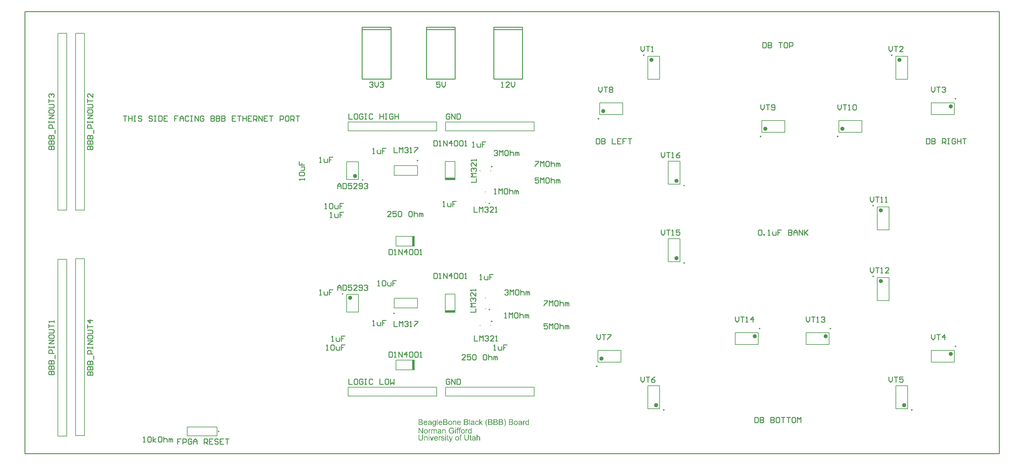
<source format=gto>
G04 Layer_Color=65535*
%FSLAX25Y25*%
%MOIN*%
G70*
G01*
G75*
%ADD23C,0.01000*%
%ADD35C,0.00984*%
%ADD36C,0.02362*%
%ADD37C,0.00787*%
%ADD38R,0.11024X0.03150*%
%ADD39R,0.03150X0.11024*%
G36*
X569096Y32379D02*
X568364D01*
Y32955D01*
X568354Y32945D01*
X568345Y32926D01*
X568315Y32896D01*
X568276Y32847D01*
X568237Y32799D01*
X568179Y32740D01*
X568110Y32682D01*
X568032Y32613D01*
X567944Y32555D01*
X567847Y32486D01*
X567739Y32428D01*
X567632Y32379D01*
X567505Y32330D01*
X567369Y32301D01*
X567222Y32281D01*
X567066Y32272D01*
X567007D01*
X566968Y32281D01*
X566861Y32291D01*
X566734Y32311D01*
X566568Y32350D01*
X566402Y32399D01*
X566217Y32477D01*
X566041Y32574D01*
X566032D01*
X566022Y32584D01*
X565963Y32633D01*
X565885Y32701D01*
X565778Y32799D01*
X565670Y32916D01*
X565544Y33062D01*
X565436Y33228D01*
X565329Y33423D01*
Y33433D01*
X565319Y33453D01*
X565309Y33482D01*
X565290Y33521D01*
X565270Y33570D01*
X565251Y33638D01*
X565202Y33794D01*
X565153Y33980D01*
X565114Y34194D01*
X565085Y34429D01*
X565075Y34692D01*
Y34702D01*
Y34721D01*
Y34760D01*
Y34809D01*
X565085Y34868D01*
Y34946D01*
X565104Y35112D01*
X565134Y35307D01*
X565173Y35512D01*
X565221Y35736D01*
X565300Y35951D01*
Y35961D01*
X565309Y35980D01*
X565329Y36010D01*
X565348Y36049D01*
X565397Y36146D01*
X565475Y36273D01*
X565573Y36420D01*
X565690Y36566D01*
X565827Y36703D01*
X565992Y36830D01*
X566002D01*
X566012Y36839D01*
X566071Y36878D01*
X566168Y36927D01*
X566295Y36986D01*
X566451Y37034D01*
X566627Y37083D01*
X566822Y37122D01*
X567027Y37132D01*
X567095D01*
X567173Y37122D01*
X567281Y37113D01*
X567388Y37083D01*
X567515Y37054D01*
X567642Y37005D01*
X567769Y36947D01*
X567788Y36937D01*
X567827Y36917D01*
X567886Y36878D01*
X567964Y36820D01*
X568042Y36761D01*
X568140Y36683D01*
X568227Y36586D01*
X568306Y36488D01*
Y38791D01*
X569096D01*
Y32379D01*
D02*
G37*
G36*
X485599Y37122D02*
X485697Y37113D01*
X485814Y37093D01*
X485951Y37064D01*
X486078Y37025D01*
X486214Y36976D01*
X486234Y36966D01*
X486273Y36947D01*
X486331Y36917D01*
X486409Y36869D01*
X486497Y36810D01*
X486585Y36742D01*
X486673Y36664D01*
X486741Y36576D01*
X486751Y36566D01*
X486771Y36537D01*
X486800Y36478D01*
X486839Y36410D01*
X486878Y36332D01*
X486917Y36234D01*
X486956Y36117D01*
X486985Y36000D01*
Y35990D01*
X486995Y35961D01*
X487005Y35902D01*
X487015Y35824D01*
Y35717D01*
X487024Y35580D01*
X487034Y35424D01*
Y35229D01*
Y32379D01*
X486243D01*
Y35200D01*
Y35209D01*
Y35219D01*
Y35278D01*
Y35366D01*
X486234Y35473D01*
X486224Y35580D01*
X486204Y35707D01*
X486175Y35814D01*
X486146Y35912D01*
Y35922D01*
X486126Y35951D01*
X486107Y36000D01*
X486078Y36049D01*
X486029Y36117D01*
X485970Y36176D01*
X485902Y36244D01*
X485824Y36303D01*
X485814Y36312D01*
X485785Y36322D01*
X485736Y36351D01*
X485668Y36381D01*
X485590Y36400D01*
X485492Y36429D01*
X485394Y36439D01*
X485277Y36449D01*
X485189D01*
X485102Y36429D01*
X484975Y36410D01*
X484838Y36371D01*
X484701Y36312D01*
X484545Y36234D01*
X484409Y36127D01*
X484389Y36107D01*
X484350Y36059D01*
X484292Y35980D01*
X484262Y35922D01*
X484233Y35854D01*
X484194Y35776D01*
X484165Y35688D01*
X484135Y35590D01*
X484106Y35483D01*
X484077Y35356D01*
X484067Y35219D01*
X484048Y35073D01*
Y34917D01*
Y32379D01*
X483257D01*
Y37025D01*
X483969D01*
Y36361D01*
X483979Y36371D01*
X483989Y36390D01*
X484018Y36429D01*
X484067Y36478D01*
X484116Y36537D01*
X484184Y36605D01*
X484253Y36673D01*
X484340Y36751D01*
X484448Y36820D01*
X484555Y36888D01*
X484672Y36956D01*
X484809Y37015D01*
X484945Y37064D01*
X485102Y37103D01*
X485267Y37122D01*
X485443Y37132D01*
X485511D01*
X485599Y37122D01*
D02*
G37*
G36*
X564236D02*
X564343Y37103D01*
X564460Y37064D01*
X564597Y37025D01*
X564743Y36956D01*
X564899Y36869D01*
X564616Y36146D01*
X564607Y36156D01*
X564568Y36176D01*
X564509Y36205D01*
X564441Y36234D01*
X564353Y36263D01*
X564255Y36293D01*
X564148Y36312D01*
X564041Y36322D01*
X564001D01*
X563953Y36312D01*
X563884Y36303D01*
X563816Y36283D01*
X563738Y36254D01*
X563660Y36215D01*
X563582Y36166D01*
X563572Y36156D01*
X563553Y36137D01*
X563513Y36098D01*
X563474Y36049D01*
X563426Y35990D01*
X563377Y35912D01*
X563338Y35824D01*
X563299Y35727D01*
X563289Y35707D01*
X563279Y35658D01*
X563260Y35570D01*
X563240Y35453D01*
X563211Y35317D01*
X563191Y35161D01*
X563182Y34995D01*
X563172Y34809D01*
Y32379D01*
X562381D01*
Y37025D01*
X563094D01*
Y36332D01*
X563103Y36342D01*
X563143Y36400D01*
X563191Y36488D01*
X563250Y36586D01*
X563328Y36693D01*
X563416Y36800D01*
X563494Y36898D01*
X563582Y36966D01*
X563591Y36976D01*
X563621Y36996D01*
X563670Y37015D01*
X563738Y37054D01*
X563806Y37083D01*
X563894Y37103D01*
X563992Y37122D01*
X564089Y37132D01*
X564158D01*
X564236Y37122D01*
D02*
G37*
G36*
X510643D02*
X510712D01*
X510780Y37113D01*
X510956Y37083D01*
X511151Y37034D01*
X511366Y36966D01*
X511571Y36869D01*
X511756Y36742D01*
X511766D01*
X511776Y36722D01*
X511834Y36673D01*
X511912Y36586D01*
X512010Y36468D01*
X512117Y36312D01*
X512215Y36127D01*
X512303Y35902D01*
X512371Y35658D01*
X511610Y35541D01*
Y35551D01*
X511600Y35561D01*
X511590Y35619D01*
X511561Y35697D01*
X511522Y35805D01*
X511463Y35922D01*
X511395Y36039D01*
X511317Y36146D01*
X511219Y36244D01*
X511210Y36254D01*
X511171Y36283D01*
X511112Y36322D01*
X511034Y36371D01*
X510936Y36410D01*
X510829Y36449D01*
X510692Y36478D01*
X510556Y36488D01*
X510497D01*
X510458Y36478D01*
X510351Y36468D01*
X510214Y36439D01*
X510058Y36381D01*
X509902Y36303D01*
X509736Y36205D01*
X509658Y36137D01*
X509589Y36059D01*
X509570Y36039D01*
X509560Y36010D01*
X509531Y35980D01*
X509502Y35932D01*
X509472Y35873D01*
X509443Y35805D01*
X509414Y35727D01*
X509375Y35639D01*
X509345Y35541D01*
X509316Y35424D01*
X509287Y35307D01*
X509258Y35170D01*
X509248Y35024D01*
X509228Y34868D01*
Y34702D01*
Y34692D01*
Y34663D01*
Y34614D01*
X509238Y34546D01*
Y34468D01*
X509248Y34380D01*
X509277Y34185D01*
X509316Y33960D01*
X509375Y33726D01*
X509463Y33521D01*
X509521Y33423D01*
X509580Y33336D01*
X509599Y33316D01*
X509648Y33267D01*
X509726Y33199D01*
X509833Y33130D01*
X509960Y33052D01*
X510126Y32984D01*
X510302Y32935D01*
X510399Y32926D01*
X510507Y32916D01*
X510585D01*
X510673Y32935D01*
X510780Y32955D01*
X510897Y32984D01*
X511034Y33033D01*
X511161Y33101D01*
X511278Y33199D01*
X511288Y33209D01*
X511327Y33257D01*
X511385Y33316D01*
X511444Y33414D01*
X511512Y33540D01*
X511581Y33687D01*
X511639Y33872D01*
X511678Y34077D01*
X512449Y33970D01*
Y33960D01*
X512439Y33931D01*
X512430Y33892D01*
X512420Y33843D01*
X512400Y33775D01*
X512381Y33697D01*
X512322Y33511D01*
X512234Y33316D01*
X512117Y33101D01*
X511971Y32906D01*
X511795Y32721D01*
X511785D01*
X511776Y32701D01*
X511746Y32682D01*
X511707Y32652D01*
X511649Y32613D01*
X511590Y32574D01*
X511444Y32496D01*
X511258Y32418D01*
X511034Y32340D01*
X510790Y32291D01*
X510653Y32281D01*
X510517Y32272D01*
X510429D01*
X510360Y32281D01*
X510282Y32291D01*
X510185Y32301D01*
X510087Y32320D01*
X509970Y32350D01*
X509726Y32418D01*
X509599Y32477D01*
X509472Y32535D01*
X509345Y32603D01*
X509228Y32682D01*
X509111Y32779D01*
X508994Y32886D01*
X508984Y32896D01*
X508965Y32916D01*
X508945Y32955D01*
X508906Y33004D01*
X508857Y33072D01*
X508809Y33150D01*
X508760Y33238D01*
X508711Y33345D01*
X508652Y33462D01*
X508604Y33599D01*
X508555Y33745D01*
X508506Y33911D01*
X508467Y34077D01*
X508448Y34272D01*
X508428Y34468D01*
X508418Y34682D01*
Y34692D01*
Y34712D01*
Y34760D01*
Y34809D01*
X508428Y34878D01*
Y34946D01*
X508448Y35131D01*
X508477Y35336D01*
X508526Y35551D01*
X508584Y35785D01*
X508662Y36000D01*
Y36010D01*
X508672Y36029D01*
X508692Y36059D01*
X508711Y36098D01*
X508770Y36195D01*
X508848Y36322D01*
X508955Y36459D01*
X509082Y36595D01*
X509238Y36732D01*
X509414Y36849D01*
X509423D01*
X509433Y36859D01*
X509463Y36878D01*
X509502Y36898D01*
X509609Y36937D01*
X509746Y36996D01*
X509902Y37044D01*
X510097Y37093D01*
X510302Y37122D01*
X510517Y37132D01*
X510595D01*
X510643Y37122D01*
D02*
G37*
G36*
X559570D02*
X559707Y37113D01*
X559863Y37093D01*
X560029Y37074D01*
X560185Y37034D01*
X560332Y36986D01*
X560351Y36976D01*
X560390Y36966D01*
X560459Y36927D01*
X560537Y36888D01*
X560625Y36839D01*
X560722Y36781D01*
X560800Y36712D01*
X560878Y36634D01*
X560888Y36625D01*
X560908Y36595D01*
X560937Y36556D01*
X560976Y36488D01*
X561015Y36410D01*
X561054Y36322D01*
X561093Y36215D01*
X561122Y36098D01*
Y36088D01*
X561132Y36059D01*
X561142Y36010D01*
X561152Y35932D01*
Y35834D01*
X561161Y35707D01*
X561171Y35561D01*
Y35375D01*
Y34321D01*
Y34312D01*
Y34272D01*
Y34214D01*
Y34146D01*
Y34058D01*
Y33960D01*
X561181Y33736D01*
Y33492D01*
X561191Y33267D01*
X561200Y33160D01*
Y33072D01*
X561210Y32994D01*
X561220Y32926D01*
Y32916D01*
X561230Y32877D01*
X561239Y32818D01*
X561259Y32750D01*
X561288Y32672D01*
X561327Y32574D01*
X561415Y32379D01*
X560595D01*
X560585Y32389D01*
X560576Y32418D01*
X560556Y32477D01*
X560527Y32545D01*
X560498Y32633D01*
X560478Y32730D01*
X560459Y32838D01*
X560439Y32965D01*
X560420Y32945D01*
X560361Y32906D01*
X560283Y32838D01*
X560166Y32760D01*
X560039Y32662D01*
X559893Y32574D01*
X559746Y32496D01*
X559590Y32428D01*
X559570Y32418D01*
X559522Y32408D01*
X559444Y32379D01*
X559336Y32350D01*
X559199Y32320D01*
X559053Y32301D01*
X558897Y32281D01*
X558721Y32272D01*
X558653D01*
X558594Y32281D01*
X558536D01*
X558458Y32291D01*
X558292Y32320D01*
X558097Y32359D01*
X557911Y32428D01*
X557716Y32516D01*
X557550Y32642D01*
X557531Y32662D01*
X557482Y32711D01*
X557423Y32789D01*
X557345Y32906D01*
X557267Y33043D01*
X557208Y33199D01*
X557160Y33394D01*
X557140Y33599D01*
Y33619D01*
Y33658D01*
X557150Y33726D01*
X557160Y33804D01*
X557179Y33902D01*
X557199Y34009D01*
X557238Y34116D01*
X557287Y34224D01*
X557296Y34233D01*
X557316Y34272D01*
X557345Y34321D01*
X557394Y34390D01*
X557452Y34458D01*
X557531Y34536D01*
X557609Y34604D01*
X557696Y34673D01*
X557706Y34682D01*
X557745Y34702D01*
X557794Y34731D01*
X557862Y34770D01*
X557950Y34819D01*
X558038Y34858D01*
X558145Y34897D01*
X558263Y34936D01*
X558272D01*
X558311Y34946D01*
X558360Y34956D01*
X558438Y34975D01*
X558536Y34995D01*
X558663Y35014D01*
X558799Y35034D01*
X558965Y35053D01*
X558975D01*
X559004Y35063D01*
X559053D01*
X559121Y35073D01*
X559199Y35083D01*
X559287Y35092D01*
X559502Y35131D01*
X559727Y35170D01*
X559961Y35209D01*
X560185Y35268D01*
X560283Y35297D01*
X560371Y35326D01*
Y35336D01*
Y35356D01*
X560381Y35414D01*
Y35483D01*
Y35512D01*
Y35531D01*
Y35541D01*
Y35551D01*
Y35610D01*
X560371Y35697D01*
X560351Y35795D01*
X560322Y35902D01*
X560283Y36020D01*
X560234Y36117D01*
X560156Y36205D01*
X560146Y36215D01*
X560097Y36244D01*
X560029Y36293D01*
X559932Y36342D01*
X559805Y36390D01*
X559649Y36439D01*
X559463Y36468D01*
X559258Y36478D01*
X559170D01*
X559073Y36468D01*
X558946Y36459D01*
X558809Y36429D01*
X558682Y36400D01*
X558546Y36351D01*
X558438Y36283D01*
X558428Y36273D01*
X558399Y36244D01*
X558350Y36195D01*
X558292Y36127D01*
X558223Y36029D01*
X558165Y35912D01*
X558097Y35766D01*
X558048Y35600D01*
X557277Y35707D01*
Y35717D01*
X557287Y35727D01*
X557296Y35785D01*
X557326Y35873D01*
X557355Y35990D01*
X557404Y36117D01*
X557462Y36244D01*
X557531Y36381D01*
X557618Y36498D01*
X557628Y36507D01*
X557667Y36546D01*
X557716Y36605D01*
X557794Y36673D01*
X557892Y36742D01*
X558019Y36820D01*
X558155Y36898D01*
X558311Y36966D01*
X558321D01*
X558331Y36976D01*
X558360Y36986D01*
X558389Y36996D01*
X558487Y37015D01*
X558614Y37054D01*
X558770Y37083D01*
X558946Y37103D01*
X559151Y37122D01*
X559365Y37132D01*
X559463D01*
X559570Y37122D01*
D02*
G37*
G36*
X549108Y38782D02*
X549176D01*
X549342Y38772D01*
X549527Y38743D01*
X549723Y38713D01*
X549918Y38664D01*
X550093Y38596D01*
X550103D01*
X550113Y38586D01*
X550172Y38557D01*
X550250Y38508D01*
X550347Y38450D01*
X550464Y38362D01*
X550581Y38254D01*
X550689Y38137D01*
X550796Y37991D01*
X550806Y37971D01*
X550835Y37923D01*
X550874Y37835D01*
X550923Y37727D01*
X550972Y37601D01*
X551011Y37464D01*
X551040Y37308D01*
X551050Y37142D01*
Y37122D01*
Y37074D01*
X551040Y36996D01*
X551021Y36888D01*
X550991Y36771D01*
X550952Y36644D01*
X550904Y36498D01*
X550825Y36361D01*
X550816Y36342D01*
X550786Y36303D01*
X550728Y36234D01*
X550660Y36156D01*
X550562Y36059D01*
X550445Y35971D01*
X550308Y35873D01*
X550142Y35785D01*
X550152D01*
X550172Y35776D01*
X550201Y35766D01*
X550240Y35756D01*
X550347Y35707D01*
X550474Y35649D01*
X550621Y35561D01*
X550767Y35463D01*
X550913Y35346D01*
X551040Y35200D01*
X551050Y35180D01*
X551089Y35131D01*
X551138Y35043D01*
X551206Y34926D01*
X551265Y34780D01*
X551313Y34624D01*
X551353Y34438D01*
X551362Y34233D01*
Y34214D01*
Y34155D01*
X551353Y34067D01*
X551343Y33960D01*
X551313Y33833D01*
X551284Y33687D01*
X551235Y33540D01*
X551167Y33394D01*
X551157Y33375D01*
X551138Y33326D01*
X551089Y33257D01*
X551040Y33170D01*
X550972Y33072D01*
X550894Y32974D01*
X550796Y32877D01*
X550699Y32789D01*
X550689Y32779D01*
X550650Y32760D01*
X550591Y32721D01*
X550503Y32672D01*
X550406Y32623D01*
X550279Y32574D01*
X550142Y32525D01*
X549996Y32477D01*
X549976D01*
X549918Y32457D01*
X549830Y32447D01*
X549713Y32428D01*
X549557Y32408D01*
X549381Y32399D01*
X549186Y32379D01*
X546521D01*
Y38791D01*
X549039D01*
X549108Y38782D01*
D02*
G37*
G36*
X537669D02*
X537737D01*
X537903Y38772D01*
X538089Y38743D01*
X538284Y38713D01*
X538479Y38664D01*
X538655Y38596D01*
X538664D01*
X538674Y38586D01*
X538733Y38557D01*
X538811Y38508D01*
X538908Y38450D01*
X539026Y38362D01*
X539143Y38254D01*
X539250Y38137D01*
X539357Y37991D01*
X539367Y37971D01*
X539396Y37923D01*
X539435Y37835D01*
X539484Y37727D01*
X539533Y37601D01*
X539572Y37464D01*
X539601Y37308D01*
X539611Y37142D01*
Y37122D01*
Y37074D01*
X539601Y36996D01*
X539582Y36888D01*
X539553Y36771D01*
X539514Y36644D01*
X539465Y36498D01*
X539387Y36361D01*
X539377Y36342D01*
X539348Y36303D01*
X539289Y36234D01*
X539221Y36156D01*
X539123Y36059D01*
X539006Y35971D01*
X538869Y35873D01*
X538703Y35785D01*
X538713D01*
X538733Y35776D01*
X538762Y35766D01*
X538801Y35756D01*
X538908Y35707D01*
X539035Y35649D01*
X539182Y35561D01*
X539328Y35463D01*
X539475Y35346D01*
X539601Y35200D01*
X539611Y35180D01*
X539650Y35131D01*
X539699Y35043D01*
X539767Y34926D01*
X539826Y34780D01*
X539875Y34624D01*
X539914Y34438D01*
X539923Y34233D01*
Y34214D01*
Y34155D01*
X539914Y34067D01*
X539904Y33960D01*
X539875Y33833D01*
X539845Y33687D01*
X539797Y33540D01*
X539728Y33394D01*
X539719Y33375D01*
X539699Y33326D01*
X539650Y33257D01*
X539601Y33170D01*
X539533Y33072D01*
X539455Y32974D01*
X539357Y32877D01*
X539260Y32789D01*
X539250Y32779D01*
X539211Y32760D01*
X539152Y32721D01*
X539065Y32672D01*
X538967Y32623D01*
X538840Y32574D01*
X538703Y32525D01*
X538557Y32477D01*
X538538D01*
X538479Y32457D01*
X538391Y32447D01*
X538274Y32428D01*
X538118Y32408D01*
X537942Y32399D01*
X537747Y32379D01*
X535083D01*
Y38791D01*
X537601D01*
X537669Y38782D01*
D02*
G37*
G36*
X531696D02*
X531764D01*
X531930Y38772D01*
X532116Y38743D01*
X532311Y38713D01*
X532506Y38664D01*
X532682Y38596D01*
X532691D01*
X532701Y38586D01*
X532760Y38557D01*
X532838Y38508D01*
X532935Y38450D01*
X533052Y38362D01*
X533170Y38254D01*
X533277Y38137D01*
X533384Y37991D01*
X533394Y37971D01*
X533423Y37923D01*
X533462Y37835D01*
X533511Y37727D01*
X533560Y37601D01*
X533599Y37464D01*
X533628Y37308D01*
X533638Y37142D01*
Y37122D01*
Y37074D01*
X533628Y36996D01*
X533609Y36888D01*
X533579Y36771D01*
X533540Y36644D01*
X533492Y36498D01*
X533414Y36361D01*
X533404Y36342D01*
X533375Y36303D01*
X533316Y36234D01*
X533248Y36156D01*
X533150Y36059D01*
X533033Y35971D01*
X532896Y35873D01*
X532730Y35785D01*
X532740D01*
X532760Y35776D01*
X532789Y35766D01*
X532828Y35756D01*
X532935Y35707D01*
X533062Y35649D01*
X533209Y35561D01*
X533355Y35463D01*
X533501Y35346D01*
X533628Y35200D01*
X533638Y35180D01*
X533677Y35131D01*
X533726Y35043D01*
X533794Y34926D01*
X533853Y34780D01*
X533902Y34624D01*
X533941Y34438D01*
X533950Y34233D01*
Y34214D01*
Y34155D01*
X533941Y34067D01*
X533931Y33960D01*
X533902Y33833D01*
X533872Y33687D01*
X533823Y33540D01*
X533755Y33394D01*
X533745Y33375D01*
X533726Y33326D01*
X533677Y33257D01*
X533628Y33170D01*
X533560Y33072D01*
X533482Y32974D01*
X533384Y32877D01*
X533287Y32789D01*
X533277Y32779D01*
X533238Y32760D01*
X533179Y32721D01*
X533091Y32672D01*
X532994Y32623D01*
X532867Y32574D01*
X532730Y32525D01*
X532584Y32477D01*
X532564D01*
X532506Y32457D01*
X532418Y32447D01*
X532301Y32428D01*
X532145Y32408D01*
X531969Y32399D01*
X531774Y32379D01*
X529109D01*
Y38791D01*
X531628D01*
X531696Y38782D01*
D02*
G37*
G36*
X525723D02*
X525791D01*
X525957Y38772D01*
X526142Y38743D01*
X526338Y38713D01*
X526533Y38664D01*
X526709Y38596D01*
X526718D01*
X526728Y38586D01*
X526787Y38557D01*
X526865Y38508D01*
X526962Y38450D01*
X527079Y38362D01*
X527197Y38254D01*
X527304Y38137D01*
X527411Y37991D01*
X527421Y37971D01*
X527450Y37923D01*
X527489Y37835D01*
X527538Y37727D01*
X527587Y37601D01*
X527626Y37464D01*
X527655Y37308D01*
X527665Y37142D01*
Y37122D01*
Y37074D01*
X527655Y36996D01*
X527636Y36888D01*
X527606Y36771D01*
X527567Y36644D01*
X527519Y36498D01*
X527441Y36361D01*
X527431Y36342D01*
X527401Y36303D01*
X527343Y36234D01*
X527275Y36156D01*
X527177Y36059D01*
X527060Y35971D01*
X526923Y35873D01*
X526757Y35785D01*
X526767D01*
X526787Y35776D01*
X526816Y35766D01*
X526855Y35756D01*
X526962Y35707D01*
X527089Y35649D01*
X527236Y35561D01*
X527382Y35463D01*
X527528Y35346D01*
X527655Y35200D01*
X527665Y35180D01*
X527704Y35131D01*
X527753Y35043D01*
X527821Y34926D01*
X527880Y34780D01*
X527928Y34624D01*
X527968Y34438D01*
X527977Y34233D01*
Y34214D01*
Y34155D01*
X527968Y34067D01*
X527958Y33960D01*
X527928Y33833D01*
X527899Y33687D01*
X527850Y33540D01*
X527782Y33394D01*
X527772Y33375D01*
X527753Y33326D01*
X527704Y33257D01*
X527655Y33170D01*
X527587Y33072D01*
X527509Y32974D01*
X527411Y32877D01*
X527314Y32789D01*
X527304Y32779D01*
X527265Y32760D01*
X527206Y32721D01*
X527118Y32672D01*
X527021Y32623D01*
X526894Y32574D01*
X526757Y32525D01*
X526611Y32477D01*
X526591D01*
X526533Y32457D01*
X526445Y32447D01*
X526328Y32428D01*
X526172Y32408D01*
X525996Y32399D01*
X525801Y32379D01*
X523136D01*
Y38791D01*
X525654D01*
X525723Y38782D01*
D02*
G37*
G36*
X513913Y35141D02*
X515777Y37025D01*
X516802D01*
X515026Y35297D01*
X516978Y32379D01*
X516002D01*
X514460Y34751D01*
X513913Y34224D01*
Y32379D01*
X513123D01*
Y38791D01*
X513913D01*
Y35141D01*
D02*
G37*
G36*
X505832Y37122D02*
X505969Y37113D01*
X506125Y37093D01*
X506291Y37074D01*
X506447Y37034D01*
X506593Y36986D01*
X506613Y36976D01*
X506652Y36966D01*
X506720Y36927D01*
X506798Y36888D01*
X506886Y36839D01*
X506984Y36781D01*
X507062Y36712D01*
X507140Y36634D01*
X507149Y36625D01*
X507169Y36595D01*
X507198Y36556D01*
X507237Y36488D01*
X507276Y36410D01*
X507315Y36322D01*
X507354Y36215D01*
X507384Y36098D01*
Y36088D01*
X507393Y36059D01*
X507403Y36010D01*
X507413Y35932D01*
Y35834D01*
X507423Y35707D01*
X507433Y35561D01*
Y35375D01*
Y34321D01*
Y34312D01*
Y34272D01*
Y34214D01*
Y34146D01*
Y34058D01*
Y33960D01*
X507442Y33736D01*
Y33492D01*
X507452Y33267D01*
X507462Y33160D01*
Y33072D01*
X507472Y32994D01*
X507481Y32926D01*
Y32916D01*
X507491Y32877D01*
X507501Y32818D01*
X507520Y32750D01*
X507550Y32672D01*
X507589Y32574D01*
X507677Y32379D01*
X506857D01*
X506847Y32389D01*
X506837Y32418D01*
X506818Y32477D01*
X506788Y32545D01*
X506759Y32633D01*
X506740Y32730D01*
X506720Y32838D01*
X506701Y32965D01*
X506681Y32945D01*
X506622Y32906D01*
X506544Y32838D01*
X506427Y32760D01*
X506300Y32662D01*
X506154Y32574D01*
X506007Y32496D01*
X505851Y32428D01*
X505832Y32418D01*
X505783Y32408D01*
X505705Y32379D01*
X505598Y32350D01*
X505461Y32320D01*
X505315Y32301D01*
X505158Y32281D01*
X504983Y32272D01*
X504914D01*
X504856Y32281D01*
X504797D01*
X504719Y32291D01*
X504553Y32320D01*
X504358Y32359D01*
X504173Y32428D01*
X503977Y32516D01*
X503812Y32642D01*
X503792Y32662D01*
X503743Y32711D01*
X503685Y32789D01*
X503607Y32906D01*
X503528Y33043D01*
X503470Y33199D01*
X503421Y33394D01*
X503402Y33599D01*
Y33619D01*
Y33658D01*
X503411Y33726D01*
X503421Y33804D01*
X503441Y33902D01*
X503460Y34009D01*
X503499Y34116D01*
X503548Y34224D01*
X503558Y34233D01*
X503577Y34272D01*
X503607Y34321D01*
X503655Y34390D01*
X503714Y34458D01*
X503792Y34536D01*
X503870Y34604D01*
X503958Y34673D01*
X503968Y34682D01*
X504007Y34702D01*
X504056Y34731D01*
X504124Y34770D01*
X504212Y34819D01*
X504299Y34858D01*
X504407Y34897D01*
X504524Y34936D01*
X504534D01*
X504573Y34946D01*
X504622Y34956D01*
X504700Y34975D01*
X504797Y34995D01*
X504924Y35014D01*
X505061Y35034D01*
X505227Y35053D01*
X505236D01*
X505266Y35063D01*
X505315D01*
X505383Y35073D01*
X505461Y35083D01*
X505549Y35092D01*
X505763Y35131D01*
X505988Y35170D01*
X506222Y35209D01*
X506447Y35268D01*
X506544Y35297D01*
X506632Y35326D01*
Y35336D01*
Y35356D01*
X506642Y35414D01*
Y35483D01*
Y35512D01*
Y35531D01*
Y35541D01*
Y35551D01*
Y35610D01*
X506632Y35697D01*
X506613Y35795D01*
X506583Y35902D01*
X506544Y36020D01*
X506496Y36117D01*
X506417Y36205D01*
X506408Y36215D01*
X506359Y36244D01*
X506291Y36293D01*
X506193Y36342D01*
X506066Y36390D01*
X505910Y36439D01*
X505724Y36468D01*
X505519Y36478D01*
X505432D01*
X505334Y36468D01*
X505207Y36459D01*
X505071Y36429D01*
X504944Y36400D01*
X504807Y36351D01*
X504700Y36283D01*
X504690Y36273D01*
X504661Y36244D01*
X504612Y36195D01*
X504553Y36127D01*
X504485Y36029D01*
X504426Y35912D01*
X504358Y35766D01*
X504309Y35600D01*
X503538Y35707D01*
Y35717D01*
X503548Y35727D01*
X503558Y35785D01*
X503587Y35873D01*
X503616Y35990D01*
X503665Y36117D01*
X503724Y36244D01*
X503792Y36381D01*
X503880Y36498D01*
X503890Y36507D01*
X503929Y36546D01*
X503977Y36605D01*
X504056Y36673D01*
X504153Y36742D01*
X504280Y36820D01*
X504417Y36898D01*
X504573Y36966D01*
X504583D01*
X504592Y36976D01*
X504622Y36986D01*
X504651Y36996D01*
X504748Y37015D01*
X504875Y37054D01*
X505031Y37083D01*
X505207Y37103D01*
X505412Y37122D01*
X505627Y37132D01*
X505724D01*
X505832Y37122D01*
D02*
G37*
G36*
X502455Y32379D02*
X501664D01*
Y38791D01*
X502455D01*
Y32379D01*
D02*
G37*
G36*
X498356Y38782D02*
X498424D01*
X498590Y38772D01*
X498775Y38743D01*
X498971Y38713D01*
X499166Y38664D01*
X499341Y38596D01*
X499351D01*
X499361Y38586D01*
X499419Y38557D01*
X499498Y38508D01*
X499595Y38450D01*
X499712Y38362D01*
X499829Y38254D01*
X499937Y38137D01*
X500044Y37991D01*
X500054Y37971D01*
X500083Y37923D01*
X500122Y37835D01*
X500171Y37727D01*
X500220Y37601D01*
X500259Y37464D01*
X500288Y37308D01*
X500298Y37142D01*
Y37122D01*
Y37074D01*
X500288Y36996D01*
X500269Y36888D01*
X500239Y36771D01*
X500200Y36644D01*
X500151Y36498D01*
X500073Y36361D01*
X500064Y36342D01*
X500034Y36303D01*
X499976Y36234D01*
X499907Y36156D01*
X499810Y36059D01*
X499693Y35971D01*
X499556Y35873D01*
X499390Y35785D01*
X499400D01*
X499419Y35776D01*
X499449Y35766D01*
X499488Y35756D01*
X499595Y35707D01*
X499722Y35649D01*
X499868Y35561D01*
X500015Y35463D01*
X500161Y35346D01*
X500288Y35200D01*
X500298Y35180D01*
X500337Y35131D01*
X500386Y35043D01*
X500454Y34926D01*
X500513Y34780D01*
X500561Y34624D01*
X500600Y34438D01*
X500610Y34233D01*
Y34214D01*
Y34155D01*
X500600Y34067D01*
X500591Y33960D01*
X500561Y33833D01*
X500532Y33687D01*
X500483Y33540D01*
X500415Y33394D01*
X500405Y33375D01*
X500386Y33326D01*
X500337Y33257D01*
X500288Y33170D01*
X500220Y33072D01*
X500142Y32974D01*
X500044Y32877D01*
X499947Y32789D01*
X499937Y32779D01*
X499898Y32760D01*
X499839Y32721D01*
X499751Y32672D01*
X499654Y32623D01*
X499527Y32574D01*
X499390Y32525D01*
X499244Y32477D01*
X499224D01*
X499166Y32457D01*
X499078Y32447D01*
X498961Y32428D01*
X498805Y32408D01*
X498629Y32399D01*
X498434Y32379D01*
X495769D01*
Y38791D01*
X498287D01*
X498356Y38782D01*
D02*
G37*
G36*
X474961D02*
X475029D01*
X475195Y38772D01*
X475381Y38743D01*
X475576Y38713D01*
X475771Y38664D01*
X475947Y38596D01*
X475956D01*
X475966Y38586D01*
X476025Y38557D01*
X476103Y38508D01*
X476200Y38450D01*
X476318Y38362D01*
X476435Y38254D01*
X476542Y38137D01*
X476649Y37991D01*
X476659Y37971D01*
X476688Y37923D01*
X476727Y37835D01*
X476776Y37727D01*
X476825Y37601D01*
X476864Y37464D01*
X476893Y37308D01*
X476903Y37142D01*
Y37122D01*
Y37074D01*
X476893Y36996D01*
X476874Y36888D01*
X476845Y36771D01*
X476806Y36644D01*
X476757Y36498D01*
X476679Y36361D01*
X476669Y36342D01*
X476640Y36303D01*
X476581Y36234D01*
X476513Y36156D01*
X476415Y36059D01*
X476298Y35971D01*
X476161Y35873D01*
X475995Y35785D01*
X476005D01*
X476025Y35776D01*
X476054Y35766D01*
X476093Y35756D01*
X476200Y35707D01*
X476327Y35649D01*
X476474Y35561D01*
X476620Y35463D01*
X476767Y35346D01*
X476893Y35200D01*
X476903Y35180D01*
X476942Y35131D01*
X476991Y35043D01*
X477059Y34926D01*
X477118Y34780D01*
X477167Y34624D01*
X477206Y34438D01*
X477215Y34233D01*
Y34214D01*
Y34155D01*
X477206Y34067D01*
X477196Y33960D01*
X477167Y33833D01*
X477137Y33687D01*
X477089Y33540D01*
X477020Y33394D01*
X477011Y33375D01*
X476991Y33326D01*
X476942Y33257D01*
X476893Y33170D01*
X476825Y33072D01*
X476747Y32974D01*
X476649Y32877D01*
X476552Y32789D01*
X476542Y32779D01*
X476503Y32760D01*
X476444Y32721D01*
X476357Y32672D01*
X476259Y32623D01*
X476132Y32574D01*
X475995Y32525D01*
X475849Y32477D01*
X475830D01*
X475771Y32457D01*
X475683Y32447D01*
X475566Y32428D01*
X475410Y32408D01*
X475234Y32399D01*
X475039Y32379D01*
X472375D01*
Y38791D01*
X474893D01*
X474961Y38782D01*
D02*
G37*
G36*
X466118Y32379D02*
X465328D01*
Y38791D01*
X466118D01*
Y32379D01*
D02*
G37*
G36*
X457549Y37122D02*
X457686Y37113D01*
X457842Y37093D01*
X458008Y37074D01*
X458164Y37034D01*
X458310Y36986D01*
X458330Y36976D01*
X458369Y36966D01*
X458437Y36927D01*
X458515Y36888D01*
X458603Y36839D01*
X458701Y36781D01*
X458779Y36712D01*
X458857Y36634D01*
X458867Y36625D01*
X458886Y36595D01*
X458916Y36556D01*
X458955Y36488D01*
X458994Y36410D01*
X459033Y36322D01*
X459072Y36215D01*
X459101Y36098D01*
Y36088D01*
X459111Y36059D01*
X459121Y36010D01*
X459130Y35932D01*
Y35834D01*
X459140Y35707D01*
X459150Y35561D01*
Y35375D01*
Y34321D01*
Y34312D01*
Y34272D01*
Y34214D01*
Y34146D01*
Y34058D01*
Y33960D01*
X459160Y33736D01*
Y33492D01*
X459169Y33267D01*
X459179Y33160D01*
Y33072D01*
X459189Y32994D01*
X459199Y32926D01*
Y32916D01*
X459208Y32877D01*
X459218Y32818D01*
X459238Y32750D01*
X459267Y32672D01*
X459306Y32574D01*
X459394Y32379D01*
X458574D01*
X458564Y32389D01*
X458554Y32418D01*
X458535Y32477D01*
X458506Y32545D01*
X458476Y32633D01*
X458457Y32730D01*
X458437Y32838D01*
X458418Y32965D01*
X458398Y32945D01*
X458340Y32906D01*
X458262Y32838D01*
X458145Y32760D01*
X458018Y32662D01*
X457871Y32574D01*
X457725Y32496D01*
X457569Y32428D01*
X457549Y32418D01*
X457500Y32408D01*
X457422Y32379D01*
X457315Y32350D01*
X457178Y32320D01*
X457032Y32301D01*
X456876Y32281D01*
X456700Y32272D01*
X456632D01*
X456573Y32281D01*
X456515D01*
X456436Y32291D01*
X456271Y32320D01*
X456075Y32359D01*
X455890Y32428D01*
X455695Y32516D01*
X455529Y32642D01*
X455509Y32662D01*
X455461Y32711D01*
X455402Y32789D01*
X455324Y32906D01*
X455246Y33043D01*
X455187Y33199D01*
X455138Y33394D01*
X455119Y33599D01*
Y33619D01*
Y33658D01*
X455129Y33726D01*
X455138Y33804D01*
X455158Y33902D01*
X455177Y34009D01*
X455217Y34116D01*
X455265Y34224D01*
X455275Y34233D01*
X455295Y34272D01*
X455324Y34321D01*
X455373Y34390D01*
X455431Y34458D01*
X455509Y34536D01*
X455587Y34604D01*
X455675Y34673D01*
X455685Y34682D01*
X455724Y34702D01*
X455773Y34731D01*
X455841Y34770D01*
X455929Y34819D01*
X456017Y34858D01*
X456124Y34897D01*
X456241Y34936D01*
X456251D01*
X456290Y34946D01*
X456339Y34956D01*
X456417Y34975D01*
X456515Y34995D01*
X456641Y35014D01*
X456778Y35034D01*
X456944Y35053D01*
X456954D01*
X456983Y35063D01*
X457032D01*
X457100Y35073D01*
X457178Y35083D01*
X457266Y35092D01*
X457481Y35131D01*
X457705Y35170D01*
X457939Y35209D01*
X458164Y35268D01*
X458262Y35297D01*
X458349Y35326D01*
Y35336D01*
Y35356D01*
X458359Y35414D01*
Y35483D01*
Y35512D01*
Y35531D01*
Y35541D01*
Y35551D01*
Y35610D01*
X458349Y35697D01*
X458330Y35795D01*
X458301Y35902D01*
X458262Y36020D01*
X458213Y36117D01*
X458135Y36205D01*
X458125Y36215D01*
X458076Y36244D01*
X458008Y36293D01*
X457910Y36342D01*
X457783Y36390D01*
X457627Y36439D01*
X457442Y36468D01*
X457237Y36478D01*
X457149D01*
X457051Y36468D01*
X456924Y36459D01*
X456788Y36429D01*
X456661Y36400D01*
X456524Y36351D01*
X456417Y36283D01*
X456407Y36273D01*
X456378Y36244D01*
X456329Y36195D01*
X456271Y36127D01*
X456202Y36029D01*
X456144Y35912D01*
X456075Y35766D01*
X456027Y35600D01*
X455256Y35707D01*
Y35717D01*
X455265Y35727D01*
X455275Y35785D01*
X455304Y35873D01*
X455334Y35990D01*
X455382Y36117D01*
X455441Y36244D01*
X455509Y36381D01*
X455597Y36498D01*
X455607Y36507D01*
X455646Y36546D01*
X455695Y36605D01*
X455773Y36673D01*
X455870Y36742D01*
X455997Y36820D01*
X456134Y36898D01*
X456290Y36966D01*
X456300D01*
X456310Y36976D01*
X456339Y36986D01*
X456368Y36996D01*
X456466Y37015D01*
X456593Y37054D01*
X456749Y37083D01*
X456924Y37103D01*
X457129Y37122D01*
X457344Y37132D01*
X457442D01*
X457549Y37122D01*
D02*
G37*
G36*
X447086Y38782D02*
X447155D01*
X447321Y38772D01*
X447506Y38743D01*
X447701Y38713D01*
X447896Y38664D01*
X448072Y38596D01*
X448082D01*
X448092Y38586D01*
X448150Y38557D01*
X448228Y38508D01*
X448326Y38450D01*
X448443Y38362D01*
X448560Y38254D01*
X448667Y38137D01*
X448775Y37991D01*
X448785Y37971D01*
X448814Y37923D01*
X448853Y37835D01*
X448902Y37727D01*
X448951Y37601D01*
X448990Y37464D01*
X449019Y37308D01*
X449029Y37142D01*
Y37122D01*
Y37074D01*
X449019Y36996D01*
X448999Y36888D01*
X448970Y36771D01*
X448931Y36644D01*
X448882Y36498D01*
X448804Y36361D01*
X448794Y36342D01*
X448765Y36303D01*
X448707Y36234D01*
X448638Y36156D01*
X448541Y36059D01*
X448423Y35971D01*
X448287Y35873D01*
X448121Y35785D01*
X448131D01*
X448150Y35776D01*
X448179Y35766D01*
X448219Y35756D01*
X448326Y35707D01*
X448453Y35649D01*
X448599Y35561D01*
X448746Y35463D01*
X448892Y35346D01*
X449019Y35200D01*
X449029Y35180D01*
X449068Y35131D01*
X449117Y35043D01*
X449185Y34926D01*
X449243Y34780D01*
X449292Y34624D01*
X449331Y34438D01*
X449341Y34233D01*
Y34214D01*
Y34155D01*
X449331Y34067D01*
X449321Y33960D01*
X449292Y33833D01*
X449263Y33687D01*
X449214Y33540D01*
X449146Y33394D01*
X449136Y33375D01*
X449117Y33326D01*
X449068Y33257D01*
X449019Y33170D01*
X448951Y33072D01*
X448873Y32974D01*
X448775Y32877D01*
X448677Y32789D01*
X448667Y32779D01*
X448629Y32760D01*
X448570Y32721D01*
X448482Y32672D01*
X448385Y32623D01*
X448258Y32574D01*
X448121Y32525D01*
X447975Y32477D01*
X447955D01*
X447896Y32457D01*
X447809Y32447D01*
X447691Y32428D01*
X447535Y32408D01*
X447360Y32399D01*
X447164Y32379D01*
X444500D01*
Y38791D01*
X447018D01*
X447086Y38782D01*
D02*
G37*
G36*
X554466Y37122D02*
X554554Y37113D01*
X554642Y37103D01*
X554749Y37083D01*
X554866Y37054D01*
X555110Y36976D01*
X555237Y36927D01*
X555374Y36869D01*
X555501Y36790D01*
X555627Y36703D01*
X555754Y36605D01*
X555871Y36498D01*
X555881Y36488D01*
X555901Y36468D01*
X555930Y36429D01*
X555969Y36381D01*
X556018Y36322D01*
X556067Y36244D01*
X556125Y36146D01*
X556184Y36049D01*
X556233Y35932D01*
X556291Y35795D01*
X556340Y35658D01*
X556389Y35502D01*
X556428Y35336D01*
X556457Y35151D01*
X556476Y34965D01*
X556486Y34760D01*
Y34751D01*
Y34721D01*
Y34673D01*
Y34614D01*
X556476Y34536D01*
Y34448D01*
X556467Y34350D01*
X556457Y34243D01*
X556418Y34019D01*
X556369Y33784D01*
X556301Y33550D01*
X556213Y33345D01*
Y33336D01*
X556203Y33326D01*
X556164Y33257D01*
X556096Y33170D01*
X556008Y33052D01*
X555901Y32926D01*
X555764Y32799D01*
X555608Y32672D01*
X555422Y32555D01*
X555413D01*
X555403Y32545D01*
X555374Y32525D01*
X555335Y32516D01*
X555227Y32467D01*
X555091Y32418D01*
X554925Y32359D01*
X554739Y32320D01*
X554534Y32281D01*
X554310Y32272D01*
X554212D01*
X554144Y32281D01*
X554066Y32291D01*
X553968Y32301D01*
X553861Y32320D01*
X553744Y32350D01*
X553500Y32428D01*
X553363Y32477D01*
X553236Y32535D01*
X553099Y32603D01*
X552973Y32691D01*
X552846Y32789D01*
X552729Y32896D01*
X552719Y32906D01*
X552699Y32926D01*
X552670Y32965D01*
X552641Y33013D01*
X552592Y33082D01*
X552543Y33160D01*
X552485Y33248D01*
X552436Y33355D01*
X552377Y33482D01*
X552319Y33609D01*
X552270Y33765D01*
X552231Y33921D01*
X552192Y34097D01*
X552163Y34282D01*
X552143Y34487D01*
X552133Y34702D01*
Y34721D01*
Y34760D01*
X552143Y34829D01*
Y34917D01*
X552153Y35024D01*
X552172Y35141D01*
X552192Y35278D01*
X552221Y35424D01*
X552260Y35580D01*
X552309Y35736D01*
X552367Y35893D01*
X552436Y36049D01*
X552514Y36205D01*
X552611Y36351D01*
X552719Y36488D01*
X552846Y36615D01*
X552855Y36625D01*
X552875Y36634D01*
X552904Y36664D01*
X552953Y36693D01*
X553012Y36732D01*
X553080Y36781D01*
X553158Y36830D01*
X553256Y36878D01*
X553353Y36917D01*
X553461Y36966D01*
X553714Y37054D01*
X553997Y37113D01*
X554154Y37122D01*
X554310Y37132D01*
X554398D01*
X554466Y37122D01*
D02*
G37*
G36*
X490294D02*
X490372Y37113D01*
X490470Y37103D01*
X490567Y37083D01*
X490684Y37054D01*
X490919Y36976D01*
X491045Y36927D01*
X491172Y36859D01*
X491299Y36790D01*
X491426Y36703D01*
X491543Y36605D01*
X491660Y36488D01*
X491670Y36478D01*
X491690Y36459D01*
X491719Y36420D01*
X491758Y36371D01*
X491797Y36303D01*
X491846Y36224D01*
X491904Y36137D01*
X491963Y36029D01*
X492012Y35902D01*
X492070Y35776D01*
X492119Y35629D01*
X492168Y35463D01*
X492197Y35297D01*
X492226Y35112D01*
X492246Y34917D01*
X492256Y34702D01*
Y34692D01*
Y34653D01*
Y34585D01*
X492246Y34497D01*
X488791D01*
Y34487D01*
Y34468D01*
X488801Y34419D01*
Y34370D01*
X488810Y34302D01*
X488820Y34233D01*
X488859Y34058D01*
X488918Y33872D01*
X488986Y33677D01*
X489093Y33482D01*
X489220Y33316D01*
X489240Y33296D01*
X489289Y33257D01*
X489376Y33189D01*
X489484Y33121D01*
X489630Y33043D01*
X489796Y32974D01*
X489982Y32935D01*
X490187Y32916D01*
X490265D01*
X490343Y32926D01*
X490440Y32945D01*
X490557Y32974D01*
X490684Y33013D01*
X490811Y33062D01*
X490928Y33140D01*
X490938Y33150D01*
X490977Y33189D01*
X491036Y33238D01*
X491104Y33326D01*
X491182Y33423D01*
X491260Y33550D01*
X491338Y33706D01*
X491416Y33882D01*
X492226Y33775D01*
Y33765D01*
X492217Y33745D01*
X492207Y33706D01*
X492187Y33658D01*
X492168Y33599D01*
X492139Y33531D01*
X492061Y33365D01*
X491963Y33189D01*
X491846Y33004D01*
X491690Y32818D01*
X491514Y32662D01*
X491504D01*
X491494Y32642D01*
X491465Y32623D01*
X491416Y32603D01*
X491367Y32574D01*
X491309Y32535D01*
X491241Y32506D01*
X491153Y32467D01*
X490967Y32399D01*
X490733Y32330D01*
X490479Y32291D01*
X490187Y32272D01*
X490089D01*
X490021Y32281D01*
X489933Y32291D01*
X489835Y32301D01*
X489728Y32320D01*
X489601Y32350D01*
X489347Y32428D01*
X489211Y32477D01*
X489084Y32535D01*
X488947Y32603D01*
X488820Y32691D01*
X488693Y32789D01*
X488576Y32896D01*
X488566Y32906D01*
X488547Y32926D01*
X488518Y32965D01*
X488488Y33013D01*
X488440Y33072D01*
X488391Y33150D01*
X488332Y33248D01*
X488283Y33355D01*
X488225Y33472D01*
X488166Y33599D01*
X488117Y33745D01*
X488078Y33902D01*
X488039Y34067D01*
X488010Y34253D01*
X487991Y34448D01*
X487981Y34653D01*
Y34663D01*
Y34702D01*
Y34770D01*
X487991Y34848D01*
X488000Y34946D01*
X488010Y35063D01*
X488030Y35190D01*
X488059Y35326D01*
X488127Y35619D01*
X488176Y35766D01*
X488235Y35922D01*
X488303Y36068D01*
X488381Y36215D01*
X488469Y36351D01*
X488576Y36478D01*
X488586Y36488D01*
X488605Y36507D01*
X488635Y36537D01*
X488684Y36586D01*
X488742Y36634D01*
X488820Y36683D01*
X488898Y36742D01*
X488996Y36810D01*
X489103Y36869D01*
X489220Y36927D01*
X489347Y36976D01*
X489494Y37034D01*
X489640Y37074D01*
X489796Y37103D01*
X489962Y37122D01*
X490138Y37132D01*
X490226D01*
X490294Y37122D01*
D02*
G37*
G36*
X480319D02*
X480407Y37113D01*
X480495Y37103D01*
X480602Y37083D01*
X480719Y37054D01*
X480963Y36976D01*
X481090Y36927D01*
X481227Y36869D01*
X481354Y36790D01*
X481481Y36703D01*
X481607Y36605D01*
X481725Y36498D01*
X481734Y36488D01*
X481754Y36468D01*
X481783Y36429D01*
X481822Y36381D01*
X481871Y36322D01*
X481920Y36244D01*
X481978Y36146D01*
X482037Y36049D01*
X482086Y35932D01*
X482144Y35795D01*
X482193Y35658D01*
X482242Y35502D01*
X482281Y35336D01*
X482310Y35151D01*
X482330Y34965D01*
X482339Y34760D01*
Y34751D01*
Y34721D01*
Y34673D01*
Y34614D01*
X482330Y34536D01*
Y34448D01*
X482320Y34350D01*
X482310Y34243D01*
X482271Y34019D01*
X482222Y33784D01*
X482154Y33550D01*
X482066Y33345D01*
Y33336D01*
X482057Y33326D01*
X482017Y33257D01*
X481949Y33170D01*
X481861Y33052D01*
X481754Y32926D01*
X481617Y32799D01*
X481461Y32672D01*
X481276Y32555D01*
X481266D01*
X481256Y32545D01*
X481227Y32525D01*
X481188Y32516D01*
X481080Y32467D01*
X480944Y32418D01*
X480778Y32359D01*
X480592Y32320D01*
X480387Y32281D01*
X480163Y32272D01*
X480065D01*
X479997Y32281D01*
X479919Y32291D01*
X479821Y32301D01*
X479714Y32320D01*
X479597Y32350D01*
X479353Y32428D01*
X479216Y32477D01*
X479089Y32535D01*
X478953Y32603D01*
X478826Y32691D01*
X478699Y32789D01*
X478582Y32896D01*
X478572Y32906D01*
X478553Y32926D01*
X478523Y32965D01*
X478494Y33013D01*
X478445Y33082D01*
X478397Y33160D01*
X478338Y33248D01*
X478289Y33355D01*
X478231Y33482D01*
X478172Y33609D01*
X478123Y33765D01*
X478084Y33921D01*
X478045Y34097D01*
X478016Y34282D01*
X477996Y34487D01*
X477987Y34702D01*
Y34721D01*
Y34760D01*
X477996Y34829D01*
Y34917D01*
X478006Y35024D01*
X478026Y35141D01*
X478045Y35278D01*
X478074Y35424D01*
X478113Y35580D01*
X478162Y35736D01*
X478221Y35893D01*
X478289Y36049D01*
X478367Y36205D01*
X478465Y36351D01*
X478572Y36488D01*
X478699Y36615D01*
X478709Y36625D01*
X478728Y36634D01*
X478758Y36664D01*
X478806Y36693D01*
X478865Y36732D01*
X478933Y36781D01*
X479011Y36830D01*
X479109Y36878D01*
X479207Y36917D01*
X479314Y36966D01*
X479568Y37054D01*
X479851Y37113D01*
X480007Y37122D01*
X480163Y37132D01*
X480251D01*
X480319Y37122D01*
D02*
G37*
G36*
X469388D02*
X469466Y37113D01*
X469564Y37103D01*
X469661Y37083D01*
X469778Y37054D01*
X470013Y36976D01*
X470140Y36927D01*
X470266Y36859D01*
X470393Y36790D01*
X470520Y36703D01*
X470637Y36605D01*
X470754Y36488D01*
X470764Y36478D01*
X470784Y36459D01*
X470813Y36420D01*
X470852Y36371D01*
X470891Y36303D01*
X470940Y36224D01*
X470998Y36137D01*
X471057Y36029D01*
X471106Y35902D01*
X471164Y35776D01*
X471213Y35629D01*
X471262Y35463D01*
X471291Y35297D01*
X471320Y35112D01*
X471340Y34917D01*
X471350Y34702D01*
Y34692D01*
Y34653D01*
Y34585D01*
X471340Y34497D01*
X467885D01*
Y34487D01*
Y34468D01*
X467895Y34419D01*
Y34370D01*
X467905Y34302D01*
X467914Y34233D01*
X467953Y34058D01*
X468012Y33872D01*
X468080Y33677D01*
X468188Y33482D01*
X468314Y33316D01*
X468334Y33296D01*
X468383Y33257D01*
X468471Y33189D01*
X468578Y33121D01*
X468724Y33043D01*
X468890Y32974D01*
X469076Y32935D01*
X469281Y32916D01*
X469359D01*
X469437Y32926D01*
X469534Y32945D01*
X469652Y32974D01*
X469778Y33013D01*
X469905Y33062D01*
X470022Y33140D01*
X470032Y33150D01*
X470071Y33189D01*
X470130Y33238D01*
X470198Y33326D01*
X470276Y33423D01*
X470354Y33550D01*
X470432Y33706D01*
X470510Y33882D01*
X471320Y33775D01*
Y33765D01*
X471311Y33745D01*
X471301Y33706D01*
X471281Y33658D01*
X471262Y33599D01*
X471233Y33531D01*
X471155Y33365D01*
X471057Y33189D01*
X470940Y33004D01*
X470784Y32818D01*
X470608Y32662D01*
X470598D01*
X470588Y32642D01*
X470559Y32623D01*
X470510Y32603D01*
X470462Y32574D01*
X470403Y32535D01*
X470335Y32506D01*
X470247Y32467D01*
X470061Y32399D01*
X469827Y32330D01*
X469573Y32291D01*
X469281Y32272D01*
X469183D01*
X469115Y32281D01*
X469027Y32291D01*
X468929Y32301D01*
X468822Y32320D01*
X468695Y32350D01*
X468441Y32428D01*
X468305Y32477D01*
X468178Y32535D01*
X468041Y32603D01*
X467914Y32691D01*
X467787Y32789D01*
X467670Y32896D01*
X467661Y32906D01*
X467641Y32926D01*
X467612Y32965D01*
X467582Y33013D01*
X467534Y33072D01*
X467485Y33150D01*
X467426Y33248D01*
X467377Y33355D01*
X467319Y33472D01*
X467260Y33599D01*
X467211Y33745D01*
X467172Y33902D01*
X467133Y34067D01*
X467104Y34253D01*
X467085Y34448D01*
X467075Y34653D01*
Y34663D01*
Y34702D01*
Y34770D01*
X467085Y34848D01*
X467094Y34946D01*
X467104Y35063D01*
X467124Y35190D01*
X467153Y35326D01*
X467221Y35619D01*
X467270Y35766D01*
X467329Y35922D01*
X467397Y36068D01*
X467475Y36215D01*
X467563Y36351D01*
X467670Y36478D01*
X467680Y36488D01*
X467699Y36507D01*
X467729Y36537D01*
X467778Y36586D01*
X467836Y36634D01*
X467914Y36683D01*
X467992Y36742D01*
X468090Y36810D01*
X468197Y36869D01*
X468314Y36927D01*
X468441Y36976D01*
X468588Y37034D01*
X468734Y37074D01*
X468890Y37103D01*
X469056Y37122D01*
X469232Y37132D01*
X469320D01*
X469388Y37122D01*
D02*
G37*
G36*
X452464D02*
X452542Y37113D01*
X452640Y37103D01*
X452737Y37083D01*
X452855Y37054D01*
X453089Y36976D01*
X453216Y36927D01*
X453343Y36859D01*
X453469Y36790D01*
X453596Y36703D01*
X453713Y36605D01*
X453831Y36488D01*
X453840Y36478D01*
X453860Y36459D01*
X453889Y36420D01*
X453928Y36371D01*
X453967Y36303D01*
X454016Y36224D01*
X454075Y36137D01*
X454133Y36029D01*
X454182Y35902D01*
X454241Y35776D01*
X454289Y35629D01*
X454338Y35463D01*
X454367Y35297D01*
X454397Y35112D01*
X454416Y34917D01*
X454426Y34702D01*
Y34692D01*
Y34653D01*
Y34585D01*
X454416Y34497D01*
X450961D01*
Y34487D01*
Y34468D01*
X450971Y34419D01*
Y34370D01*
X450981Y34302D01*
X450990Y34233D01*
X451029Y34058D01*
X451088Y33872D01*
X451156Y33677D01*
X451264Y33482D01*
X451391Y33316D01*
X451410Y33296D01*
X451459Y33257D01*
X451547Y33189D01*
X451654Y33121D01*
X451800Y33043D01*
X451966Y32974D01*
X452152Y32935D01*
X452357Y32916D01*
X452435D01*
X452513Y32926D01*
X452611Y32945D01*
X452728Y32974D01*
X452855Y33013D01*
X452981Y33062D01*
X453099Y33140D01*
X453108Y33150D01*
X453147Y33189D01*
X453206Y33238D01*
X453274Y33326D01*
X453352Y33423D01*
X453430Y33550D01*
X453509Y33706D01*
X453587Y33882D01*
X454397Y33775D01*
Y33765D01*
X454387Y33745D01*
X454377Y33706D01*
X454358Y33658D01*
X454338Y33599D01*
X454309Y33531D01*
X454231Y33365D01*
X454133Y33189D01*
X454016Y33004D01*
X453860Y32818D01*
X453684Y32662D01*
X453674D01*
X453665Y32642D01*
X453635Y32623D01*
X453587Y32603D01*
X453538Y32574D01*
X453479Y32535D01*
X453411Y32506D01*
X453323Y32467D01*
X453138Y32399D01*
X452903Y32330D01*
X452650Y32291D01*
X452357Y32272D01*
X452259D01*
X452191Y32281D01*
X452103Y32291D01*
X452005Y32301D01*
X451898Y32320D01*
X451771Y32350D01*
X451517Y32428D01*
X451381Y32477D01*
X451254Y32535D01*
X451117Y32603D01*
X450990Y32691D01*
X450864Y32789D01*
X450746Y32896D01*
X450737Y32906D01*
X450717Y32926D01*
X450688Y32965D01*
X450659Y33013D01*
X450610Y33072D01*
X450561Y33150D01*
X450502Y33248D01*
X450454Y33355D01*
X450395Y33472D01*
X450337Y33599D01*
X450288Y33745D01*
X450249Y33902D01*
X450210Y34067D01*
X450180Y34253D01*
X450161Y34448D01*
X450151Y34653D01*
Y34663D01*
Y34702D01*
Y34770D01*
X450161Y34848D01*
X450171Y34946D01*
X450180Y35063D01*
X450200Y35190D01*
X450229Y35326D01*
X450297Y35619D01*
X450346Y35766D01*
X450405Y35922D01*
X450473Y36068D01*
X450551Y36215D01*
X450639Y36351D01*
X450746Y36478D01*
X450756Y36488D01*
X450776Y36507D01*
X450805Y36537D01*
X450854Y36586D01*
X450912Y36634D01*
X450990Y36683D01*
X451068Y36742D01*
X451166Y36810D01*
X451273Y36869D01*
X451391Y36927D01*
X451517Y36976D01*
X451664Y37034D01*
X451810Y37074D01*
X451966Y37103D01*
X452132Y37122D01*
X452308Y37132D01*
X452396D01*
X452464Y37122D01*
D02*
G37*
G36*
X462205D02*
X462273Y37113D01*
X462361Y37093D01*
X462546Y37044D01*
X462654Y37015D01*
X462761Y36966D01*
X462878Y36917D01*
X462995Y36849D01*
X463103Y36771D01*
X463220Y36683D01*
X463327Y36576D01*
X463425Y36459D01*
Y37025D01*
X464147D01*
Y33004D01*
Y32994D01*
Y32955D01*
Y32906D01*
Y32828D01*
X464137Y32740D01*
Y32642D01*
X464127Y32525D01*
X464118Y32408D01*
X464088Y32164D01*
X464049Y31910D01*
X464001Y31676D01*
X463961Y31569D01*
X463922Y31481D01*
Y31471D01*
X463913Y31462D01*
X463883Y31403D01*
X463825Y31325D01*
X463757Y31218D01*
X463659Y31100D01*
X463542Y30983D01*
X463395Y30866D01*
X463229Y30759D01*
X463220D01*
X463210Y30749D01*
X463181Y30739D01*
X463142Y30720D01*
X463044Y30671D01*
X462907Y30632D01*
X462732Y30583D01*
X462527Y30534D01*
X462302Y30505D01*
X462048Y30495D01*
X461970D01*
X461912Y30505D01*
X461843D01*
X461756Y30515D01*
X461570Y30544D01*
X461355Y30593D01*
X461131Y30652D01*
X460907Y30749D01*
X460702Y30876D01*
X460692D01*
X460682Y30896D01*
X460624Y30944D01*
X460545Y31032D01*
X460448Y31159D01*
X460360Y31315D01*
X460282Y31510D01*
X460233Y31735D01*
X460214Y31862D01*
Y31998D01*
X460975Y31891D01*
Y31872D01*
X460985Y31832D01*
X461004Y31774D01*
X461024Y31696D01*
X461063Y31608D01*
X461111Y31520D01*
X461170Y31442D01*
X461248Y31374D01*
X461258Y31364D01*
X461307Y31335D01*
X461365Y31305D01*
X461463Y31266D01*
X461570Y31218D01*
X461707Y31188D01*
X461873Y31159D01*
X462048Y31149D01*
X462136D01*
X462234Y31159D01*
X462361Y31179D01*
X462497Y31208D01*
X462634Y31247D01*
X462771Y31296D01*
X462888Y31374D01*
X462898Y31383D01*
X462937Y31413D01*
X462985Y31462D01*
X463054Y31530D01*
X463122Y31618D01*
X463181Y31715D01*
X463239Y31842D01*
X463288Y31979D01*
Y31989D01*
X463298Y32028D01*
X463308Y32096D01*
X463317Y32194D01*
X463337Y32330D01*
Y32418D01*
X463347Y32506D01*
Y32613D01*
Y32721D01*
Y32847D01*
Y32984D01*
X463337Y32974D01*
X463327Y32955D01*
X463298Y32926D01*
X463259Y32886D01*
X463200Y32847D01*
X463142Y32789D01*
X462995Y32682D01*
X462810Y32574D01*
X462585Y32477D01*
X462468Y32438D01*
X462341Y32408D01*
X462205Y32389D01*
X462068Y32379D01*
X461980D01*
X461912Y32389D01*
X461834Y32399D01*
X461736Y32418D01*
X461639Y32438D01*
X461521Y32467D01*
X461404Y32496D01*
X461287Y32545D01*
X461160Y32603D01*
X461043Y32672D01*
X460916Y32750D01*
X460799Y32838D01*
X460692Y32945D01*
X460584Y33062D01*
X460575Y33072D01*
X460565Y33092D01*
X460536Y33130D01*
X460506Y33189D01*
X460467Y33257D01*
X460419Y33336D01*
X460370Y33423D01*
X460321Y33531D01*
X460272Y33648D01*
X460223Y33775D01*
X460184Y33911D01*
X460136Y34058D01*
X460077Y34370D01*
X460067Y34546D01*
X460057Y34721D01*
Y34731D01*
Y34751D01*
Y34790D01*
Y34839D01*
X460067Y34897D01*
Y34965D01*
X460087Y35122D01*
X460116Y35317D01*
X460155Y35522D01*
X460214Y35736D01*
X460292Y35951D01*
Y35961D01*
X460301Y35980D01*
X460321Y36010D01*
X460340Y36049D01*
X460389Y36146D01*
X460467Y36273D01*
X460575Y36410D01*
X460692Y36556D01*
X460828Y36693D01*
X460994Y36820D01*
X461004D01*
X461014Y36830D01*
X461043Y36849D01*
X461072Y36869D01*
X461170Y36917D01*
X461297Y36976D01*
X461463Y37034D01*
X461639Y37083D01*
X461843Y37122D01*
X462068Y37132D01*
X462146D01*
X462205Y37122D01*
D02*
G37*
G36*
X541514Y38889D02*
X541544Y38850D01*
X541583Y38791D01*
X541641Y38713D01*
X541710Y38606D01*
X541788Y38489D01*
X541876Y38362D01*
X541963Y38206D01*
X542061Y38050D01*
X542159Y37874D01*
X542364Y37503D01*
X542549Y37103D01*
X542637Y36898D01*
X542715Y36693D01*
Y36683D01*
X542734Y36654D01*
X542744Y36595D01*
X542773Y36527D01*
X542793Y36439D01*
X542822Y36332D01*
X542851Y36215D01*
X542891Y36088D01*
X542920Y35941D01*
X542949Y35785D01*
X543008Y35444D01*
X543047Y35083D01*
X543056Y34692D01*
Y34682D01*
Y34643D01*
Y34575D01*
X543047Y34497D01*
Y34390D01*
X543037Y34263D01*
X543017Y34126D01*
X542998Y33970D01*
X542978Y33804D01*
X542949Y33619D01*
X542861Y33238D01*
X542754Y32828D01*
X542676Y32623D01*
X542598Y32418D01*
X542588Y32408D01*
X542578Y32369D01*
X542549Y32311D01*
X542520Y32233D01*
X542471Y32135D01*
X542422Y32028D01*
X542364Y31901D01*
X542295Y31764D01*
X542129Y31471D01*
X541944Y31149D01*
X541739Y30817D01*
X541505Y30495D01*
X540939D01*
Y30505D01*
X540958Y30515D01*
X540968Y30554D01*
X540997Y30593D01*
X541026Y30642D01*
X541056Y30700D01*
X541095Y30778D01*
X541144Y30856D01*
X541241Y31042D01*
X541349Y31266D01*
X541475Y31520D01*
X541593Y31803D01*
X541719Y32116D01*
X541837Y32438D01*
X541944Y32789D01*
X542041Y33150D01*
X542129Y33531D01*
X542188Y33911D01*
X542237Y34302D01*
X542246Y34692D01*
Y34702D01*
Y34731D01*
Y34770D01*
Y34829D01*
X542237Y34907D01*
Y34995D01*
X542227Y35092D01*
Y35200D01*
X542198Y35453D01*
X542168Y35727D01*
X542120Y36020D01*
X542051Y36322D01*
Y36332D01*
X542041Y36351D01*
X542032Y36390D01*
X542022Y36429D01*
X542012Y36488D01*
X541993Y36566D01*
X541944Y36722D01*
X541885Y36917D01*
X541817Y37132D01*
X541739Y37357D01*
X541641Y37581D01*
X541632Y37601D01*
X541622Y37620D01*
X541602Y37659D01*
X541583Y37698D01*
X541553Y37757D01*
X541524Y37815D01*
X541485Y37893D01*
X541446Y37981D01*
X541397Y38079D01*
X541339Y38186D01*
X541270Y38303D01*
X541202Y38430D01*
X541124Y38577D01*
X541036Y38733D01*
X540939Y38899D01*
X541505D01*
X541514Y38889D01*
D02*
G37*
G36*
X522160D02*
X522151Y38860D01*
X522121Y38811D01*
X522082Y38752D01*
X522043Y38674D01*
X521994Y38586D01*
X521877Y38391D01*
X521760Y38176D01*
X521643Y37962D01*
X521545Y37757D01*
X521506Y37669D01*
X521467Y37591D01*
Y37581D01*
X521458Y37562D01*
X521438Y37532D01*
X521419Y37484D01*
X521399Y37435D01*
X521370Y37366D01*
X521311Y37210D01*
X521243Y37025D01*
X521175Y36810D01*
X521106Y36576D01*
X521048Y36332D01*
Y36322D01*
X521038Y36293D01*
X521028Y36254D01*
X521018Y36195D01*
X521009Y36117D01*
X520989Y36029D01*
X520970Y35932D01*
X520960Y35824D01*
X520921Y35580D01*
X520892Y35297D01*
X520872Y35004D01*
X520862Y34692D01*
Y34682D01*
Y34673D01*
Y34643D01*
Y34595D01*
X520872Y34546D01*
Y34487D01*
Y34409D01*
X520882Y34331D01*
X520901Y34146D01*
X520931Y33921D01*
X520970Y33667D01*
X521028Y33384D01*
X521097Y33072D01*
X521184Y32750D01*
X521292Y32399D01*
X521419Y32037D01*
X521565Y31666D01*
X521741Y31276D01*
X521936Y30886D01*
X522170Y30495D01*
X521604D01*
X521594Y30505D01*
X521575Y30534D01*
X521545Y30583D01*
X521497Y30642D01*
X521438Y30720D01*
X521370Y30817D01*
X521301Y30925D01*
X521223Y31052D01*
X521136Y31179D01*
X521048Y31325D01*
X520960Y31491D01*
X520862Y31657D01*
X520677Y32018D01*
X520501Y32418D01*
Y32428D01*
X520482Y32467D01*
X520462Y32525D01*
X520433Y32613D01*
X520394Y32711D01*
X520355Y32828D01*
X520316Y32965D01*
X520277Y33121D01*
X520238Y33277D01*
X520199Y33462D01*
X520159Y33648D01*
X520120Y33843D01*
X520072Y34263D01*
X520062Y34477D01*
X520052Y34692D01*
Y34702D01*
Y34741D01*
Y34800D01*
X520062Y34868D01*
Y34965D01*
X520072Y35073D01*
X520081Y35200D01*
X520091Y35336D01*
X520111Y35483D01*
X520130Y35639D01*
X520189Y35980D01*
X520277Y36332D01*
X520384Y36693D01*
X520394Y36703D01*
X520403Y36742D01*
X520423Y36800D01*
X520462Y36878D01*
X520501Y36986D01*
X520550Y37103D01*
X520609Y37230D01*
X520687Y37386D01*
X520765Y37542D01*
X520853Y37718D01*
X520950Y37903D01*
X521067Y38089D01*
X521184Y38284D01*
X521311Y38489D01*
X521458Y38694D01*
X521604Y38899D01*
X522170D01*
X522160Y38889D01*
D02*
G37*
G36*
X491846Y29203D02*
X491953Y29193D01*
X492080Y29174D01*
X492217Y29154D01*
X492363Y29125D01*
X492246Y28442D01*
X492236D01*
X492207Y28452D01*
X492158Y28461D01*
X492100Y28471D01*
X492021D01*
X491943Y28481D01*
X491777Y28491D01*
X491719D01*
X491660Y28481D01*
X491582Y28471D01*
X491504Y28452D01*
X491416Y28422D01*
X491338Y28383D01*
X491270Y28335D01*
X491260Y28325D01*
X491250Y28305D01*
X491221Y28266D01*
X491202Y28208D01*
X491172Y28130D01*
X491143Y28022D01*
X491133Y27905D01*
X491123Y27759D01*
Y27339D01*
X492031D01*
Y26724D01*
X491133D01*
Y22693D01*
X490343D01*
Y26724D01*
X489650D01*
Y27339D01*
X490343D01*
Y27827D01*
Y27837D01*
Y27847D01*
Y27905D01*
X490352Y27983D01*
Y28091D01*
X490362Y28198D01*
X490382Y28315D01*
X490401Y28422D01*
X490431Y28520D01*
X490440Y28530D01*
X490450Y28569D01*
X490479Y28627D01*
X490518Y28696D01*
X490577Y28783D01*
X490645Y28861D01*
X490723Y28940D01*
X490821Y29018D01*
X490831Y29027D01*
X490879Y29047D01*
X490938Y29076D01*
X491036Y29115D01*
X491143Y29154D01*
X491289Y29184D01*
X491446Y29203D01*
X491631Y29213D01*
X491758D01*
X491846Y29203D01*
D02*
G37*
G36*
X489357D02*
X489464Y29193D01*
X489591Y29174D01*
X489728Y29154D01*
X489874Y29125D01*
X489757Y28442D01*
X489747D01*
X489718Y28452D01*
X489669Y28461D01*
X489611Y28471D01*
X489533D01*
X489455Y28481D01*
X489289Y28491D01*
X489230D01*
X489172Y28481D01*
X489093Y28471D01*
X489015Y28452D01*
X488928Y28422D01*
X488849Y28383D01*
X488781Y28335D01*
X488771Y28325D01*
X488762Y28305D01*
X488732Y28266D01*
X488713Y28208D01*
X488684Y28130D01*
X488654Y28022D01*
X488645Y27905D01*
X488635Y27759D01*
Y27339D01*
X489542D01*
Y26724D01*
X488645D01*
Y22693D01*
X487854D01*
Y26724D01*
X487161D01*
Y27339D01*
X487854D01*
Y27827D01*
Y27837D01*
Y27847D01*
Y27905D01*
X487864Y27983D01*
Y28091D01*
X487873Y28198D01*
X487893Y28315D01*
X487913Y28422D01*
X487942Y28520D01*
X487952Y28530D01*
X487961Y28569D01*
X487991Y28627D01*
X488030Y28696D01*
X488088Y28783D01*
X488157Y28861D01*
X488235Y28940D01*
X488332Y29018D01*
X488342Y29027D01*
X488391Y29047D01*
X488449Y29076D01*
X488547Y29115D01*
X488654Y29154D01*
X488801Y29184D01*
X488957Y29203D01*
X489142Y29213D01*
X489269D01*
X489357Y29203D01*
D02*
G37*
G36*
X486478Y28208D02*
X485687D01*
Y29105D01*
X486478D01*
Y28208D01*
D02*
G37*
G36*
X481988Y29203D02*
X482066D01*
X482232Y29184D01*
X482418Y29154D01*
X482632Y29115D01*
X482847Y29057D01*
X483062Y28979D01*
X483072D01*
X483091Y28969D01*
X483120Y28959D01*
X483159Y28940D01*
X483257Y28891D01*
X483384Y28813D01*
X483530Y28725D01*
X483677Y28618D01*
X483823Y28500D01*
X483950Y28354D01*
X483960Y28335D01*
X483999Y28286D01*
X484057Y28198D01*
X484135Y28071D01*
X484213Y27924D01*
X484292Y27749D01*
X484370Y27544D01*
X484438Y27310D01*
X483667Y27095D01*
Y27105D01*
X483657Y27114D01*
X483647Y27173D01*
X483608Y27261D01*
X483569Y27378D01*
X483521Y27495D01*
X483462Y27622D01*
X483394Y27749D01*
X483316Y27866D01*
X483306Y27876D01*
X483277Y27915D01*
X483228Y27964D01*
X483159Y28032D01*
X483072Y28100D01*
X482964Y28178D01*
X482847Y28247D01*
X482701Y28315D01*
X482681Y28325D01*
X482632Y28344D01*
X482545Y28374D01*
X482437Y28403D01*
X482310Y28432D01*
X482164Y28461D01*
X481998Y28481D01*
X481822Y28491D01*
X481725D01*
X481617Y28481D01*
X481481Y28471D01*
X481324Y28442D01*
X481149Y28413D01*
X480983Y28364D01*
X480817Y28305D01*
X480797Y28295D01*
X480749Y28276D01*
X480671Y28237D01*
X480573Y28178D01*
X480466Y28110D01*
X480348Y28032D01*
X480241Y27944D01*
X480134Y27837D01*
X480124Y27827D01*
X480095Y27788D01*
X480046Y27729D01*
X479987Y27651D01*
X479919Y27554D01*
X479851Y27446D01*
X479792Y27329D01*
X479734Y27202D01*
Y27193D01*
X479724Y27173D01*
X479714Y27144D01*
X479695Y27095D01*
X479675Y27046D01*
X479656Y26978D01*
X479616Y26822D01*
X479568Y26627D01*
X479529Y26412D01*
X479499Y26168D01*
X479490Y25914D01*
Y25904D01*
Y25875D01*
Y25836D01*
X479499Y25768D01*
Y25699D01*
X479509Y25611D01*
X479519Y25514D01*
X479529Y25416D01*
X479558Y25182D01*
X479616Y24938D01*
X479685Y24704D01*
X479782Y24469D01*
Y24460D01*
X479792Y24440D01*
X479812Y24411D01*
X479841Y24372D01*
X479909Y24274D01*
X479997Y24147D01*
X480114Y24011D01*
X480261Y23864D01*
X480436Y23728D01*
X480631Y23611D01*
X480641D01*
X480661Y23601D01*
X480690Y23581D01*
X480729Y23572D01*
X480778Y23552D01*
X480846Y23523D01*
X480993Y23474D01*
X481178Y23425D01*
X481373Y23376D01*
X481598Y23347D01*
X481832Y23337D01*
X481930D01*
X482037Y23347D01*
X482174Y23367D01*
X482330Y23386D01*
X482515Y23425D01*
X482710Y23474D01*
X482906Y23542D01*
X482915D01*
X482925Y23552D01*
X482954Y23562D01*
X482993Y23581D01*
X483091Y23620D01*
X483208Y23679D01*
X483335Y23747D01*
X483462Y23825D01*
X483589Y23913D01*
X483706Y24001D01*
Y25211D01*
X481822D01*
Y25963D01*
X484536D01*
Y23581D01*
X484526Y23572D01*
X484506Y23562D01*
X484477Y23532D01*
X484428Y23503D01*
X484370Y23455D01*
X484301Y23415D01*
X484135Y23298D01*
X483940Y23181D01*
X483725Y23054D01*
X483481Y22937D01*
X483237Y22830D01*
X483228D01*
X483208Y22820D01*
X483169Y22810D01*
X483120Y22791D01*
X483062Y22771D01*
X482993Y22752D01*
X482906Y22732D01*
X482818Y22713D01*
X482613Y22664D01*
X482388Y22625D01*
X482135Y22596D01*
X481881Y22586D01*
X481793D01*
X481725Y22596D01*
X481637D01*
X481539Y22605D01*
X481432Y22615D01*
X481315Y22635D01*
X481041Y22683D01*
X480758Y22752D01*
X480456Y22849D01*
X480163Y22986D01*
X480153Y22996D01*
X480134Y23006D01*
X480085Y23025D01*
X480036Y23064D01*
X479968Y23103D01*
X479900Y23152D01*
X479734Y23279D01*
X479538Y23445D01*
X479353Y23650D01*
X479168Y23884D01*
X479002Y24147D01*
Y24157D01*
X478982Y24186D01*
X478963Y24226D01*
X478943Y24284D01*
X478914Y24352D01*
X478875Y24440D01*
X478845Y24538D01*
X478806Y24655D01*
X478767Y24772D01*
X478738Y24909D01*
X478670Y25201D01*
X478631Y25524D01*
X478611Y25865D01*
Y25875D01*
Y25904D01*
Y25953D01*
X478621Y26021D01*
Y26109D01*
X478631Y26207D01*
X478641Y26314D01*
X478660Y26431D01*
X478709Y26704D01*
X478777Y26997D01*
X478875Y27310D01*
X479002Y27612D01*
Y27622D01*
X479021Y27651D01*
X479041Y27690D01*
X479070Y27749D01*
X479119Y27817D01*
X479168Y27885D01*
X479285Y28071D01*
X479451Y28266D01*
X479636Y28461D01*
X479870Y28647D01*
X479987Y28735D01*
X480124Y28813D01*
X480134D01*
X480153Y28832D01*
X480202Y28852D01*
X480251Y28871D01*
X480319Y28910D01*
X480407Y28940D01*
X480505Y28979D01*
X480612Y29018D01*
X480729Y29047D01*
X480856Y29086D01*
X481149Y29154D01*
X481461Y29193D01*
X481812Y29213D01*
X481930D01*
X481988Y29203D01*
D02*
G37*
G36*
X504339Y22693D02*
X503607D01*
Y23269D01*
X503597Y23259D01*
X503587Y23240D01*
X503558Y23211D01*
X503519Y23162D01*
X503480Y23113D01*
X503421Y23054D01*
X503353Y22996D01*
X503275Y22927D01*
X503187Y22869D01*
X503089Y22801D01*
X502982Y22742D01*
X502875Y22693D01*
X502748Y22644D01*
X502611Y22615D01*
X502465Y22596D01*
X502309Y22586D01*
X502250D01*
X502211Y22596D01*
X502104Y22605D01*
X501977Y22625D01*
X501811Y22664D01*
X501645Y22713D01*
X501459Y22791D01*
X501284Y22888D01*
X501274D01*
X501264Y22898D01*
X501206Y22947D01*
X501127Y23015D01*
X501020Y23113D01*
X500913Y23230D01*
X500786Y23376D01*
X500679Y23542D01*
X500571Y23738D01*
Y23747D01*
X500561Y23767D01*
X500552Y23796D01*
X500532Y23835D01*
X500513Y23884D01*
X500493Y23952D01*
X500444Y24108D01*
X500395Y24294D01*
X500356Y24509D01*
X500327Y24743D01*
X500317Y25006D01*
Y25016D01*
Y25036D01*
Y25075D01*
Y25123D01*
X500327Y25182D01*
Y25260D01*
X500347Y25426D01*
X500376Y25621D01*
X500415Y25826D01*
X500464Y26051D01*
X500542Y26265D01*
Y26275D01*
X500552Y26295D01*
X500571Y26324D01*
X500591Y26363D01*
X500639Y26460D01*
X500718Y26587D01*
X500815Y26734D01*
X500932Y26880D01*
X501069Y27017D01*
X501235Y27144D01*
X501245D01*
X501254Y27154D01*
X501313Y27193D01*
X501411Y27241D01*
X501537Y27300D01*
X501694Y27349D01*
X501869Y27398D01*
X502065Y27437D01*
X502269Y27446D01*
X502338D01*
X502416Y27437D01*
X502523Y27427D01*
X502631Y27398D01*
X502757Y27368D01*
X502884Y27319D01*
X503011Y27261D01*
X503031Y27251D01*
X503070Y27232D01*
X503128Y27193D01*
X503206Y27134D01*
X503285Y27075D01*
X503382Y26997D01*
X503470Y26900D01*
X503548Y26802D01*
Y29105D01*
X504339D01*
Y22693D01*
D02*
G37*
G36*
X473595Y27437D02*
X473692Y27427D01*
X473809Y27407D01*
X473946Y27378D01*
X474073Y27339D01*
X474209Y27290D01*
X474229Y27280D01*
X474268Y27261D01*
X474327Y27232D01*
X474405Y27183D01*
X474493Y27124D01*
X474580Y27056D01*
X474668Y26978D01*
X474736Y26890D01*
X474746Y26880D01*
X474766Y26851D01*
X474795Y26792D01*
X474834Y26724D01*
X474873Y26646D01*
X474912Y26548D01*
X474951Y26431D01*
X474980Y26314D01*
Y26304D01*
X474990Y26275D01*
X475000Y26217D01*
X475010Y26138D01*
Y26031D01*
X475020Y25894D01*
X475029Y25738D01*
Y25543D01*
Y22693D01*
X474239D01*
Y25514D01*
Y25524D01*
Y25533D01*
Y25592D01*
Y25680D01*
X474229Y25787D01*
X474219Y25894D01*
X474200Y26021D01*
X474170Y26129D01*
X474141Y26226D01*
Y26236D01*
X474122Y26265D01*
X474102Y26314D01*
X474073Y26363D01*
X474024Y26431D01*
X473965Y26490D01*
X473897Y26558D01*
X473819Y26617D01*
X473809Y26627D01*
X473780Y26636D01*
X473731Y26665D01*
X473663Y26695D01*
X473585Y26714D01*
X473487Y26744D01*
X473390Y26753D01*
X473273Y26763D01*
X473185D01*
X473097Y26744D01*
X472970Y26724D01*
X472833Y26685D01*
X472697Y26627D01*
X472541Y26548D01*
X472404Y26441D01*
X472384Y26421D01*
X472345Y26373D01*
X472287Y26295D01*
X472257Y26236D01*
X472228Y26168D01*
X472189Y26090D01*
X472160Y26002D01*
X472131Y25904D01*
X472101Y25797D01*
X472072Y25670D01*
X472062Y25533D01*
X472043Y25387D01*
Y25231D01*
Y22693D01*
X471252D01*
Y27339D01*
X471965D01*
Y26675D01*
X471974Y26685D01*
X471984Y26704D01*
X472013Y26744D01*
X472062Y26792D01*
X472111Y26851D01*
X472179Y26919D01*
X472248Y26988D01*
X472335Y27066D01*
X472443Y27134D01*
X472550Y27202D01*
X472667Y27271D01*
X472804Y27329D01*
X472941Y27378D01*
X473097Y27417D01*
X473263Y27437D01*
X473438Y27446D01*
X473507D01*
X473595Y27437D01*
D02*
G37*
G36*
X499478D02*
X499585Y27417D01*
X499703Y27378D01*
X499839Y27339D01*
X499986Y27271D01*
X500142Y27183D01*
X499859Y26460D01*
X499849Y26470D01*
X499810Y26490D01*
X499751Y26519D01*
X499683Y26548D01*
X499595Y26578D01*
X499498Y26607D01*
X499390Y26627D01*
X499283Y26636D01*
X499244D01*
X499195Y26627D01*
X499127Y26617D01*
X499058Y26597D01*
X498980Y26568D01*
X498902Y26529D01*
X498824Y26480D01*
X498814Y26470D01*
X498795Y26451D01*
X498756Y26412D01*
X498717Y26363D01*
X498668Y26304D01*
X498619Y26226D01*
X498580Y26138D01*
X498541Y26041D01*
X498531Y26021D01*
X498522Y25973D01*
X498502Y25885D01*
X498483Y25768D01*
X498453Y25631D01*
X498434Y25475D01*
X498424Y25309D01*
X498414Y25123D01*
Y22693D01*
X497624D01*
Y27339D01*
X498336D01*
Y26646D01*
X498346Y26656D01*
X498385Y26714D01*
X498434Y26802D01*
X498492Y26900D01*
X498570Y27007D01*
X498658Y27114D01*
X498736Y27212D01*
X498824Y27280D01*
X498834Y27290D01*
X498863Y27310D01*
X498912Y27329D01*
X498980Y27368D01*
X499049Y27398D01*
X499136Y27417D01*
X499234Y27437D01*
X499332Y27446D01*
X499400D01*
X499478Y27437D01*
D02*
G37*
G36*
X457695D02*
X457803Y27417D01*
X457920Y27378D01*
X458057Y27339D01*
X458203Y27271D01*
X458359Y27183D01*
X458076Y26460D01*
X458066Y26470D01*
X458027Y26490D01*
X457969Y26519D01*
X457900Y26548D01*
X457813Y26578D01*
X457715Y26607D01*
X457608Y26627D01*
X457500Y26636D01*
X457461D01*
X457412Y26627D01*
X457344Y26617D01*
X457276Y26597D01*
X457198Y26568D01*
X457120Y26529D01*
X457042Y26480D01*
X457032Y26470D01*
X457012Y26451D01*
X456973Y26412D01*
X456934Y26363D01*
X456885Y26304D01*
X456837Y26226D01*
X456798Y26138D01*
X456759Y26041D01*
X456749Y26021D01*
X456739Y25973D01*
X456719Y25885D01*
X456700Y25768D01*
X456671Y25631D01*
X456651Y25475D01*
X456641Y25309D01*
X456632Y25123D01*
Y22693D01*
X455841D01*
Y27339D01*
X456554D01*
Y26646D01*
X456563Y26656D01*
X456602Y26714D01*
X456651Y26802D01*
X456710Y26900D01*
X456788Y27007D01*
X456876Y27114D01*
X456954Y27212D01*
X457042Y27280D01*
X457051Y27290D01*
X457081Y27310D01*
X457129Y27329D01*
X457198Y27368D01*
X457266Y27398D01*
X457354Y27417D01*
X457451Y27437D01*
X457549Y27446D01*
X457617D01*
X457695Y27437D01*
D02*
G37*
G36*
X463805D02*
X463864D01*
X463932Y27427D01*
X464079Y27398D01*
X464254Y27349D01*
X464430Y27280D01*
X464596Y27183D01*
X464752Y27056D01*
X464772Y27036D01*
X464811Y26988D01*
X464869Y26890D01*
X464947Y26763D01*
X465016Y26597D01*
X465074Y26402D01*
X465113Y26158D01*
X465133Y26021D01*
Y25875D01*
Y22693D01*
X464342D01*
Y25611D01*
Y25621D01*
Y25631D01*
Y25690D01*
Y25777D01*
X464332Y25875D01*
X464313Y26099D01*
X464293Y26207D01*
X464264Y26295D01*
Y26304D01*
X464245Y26334D01*
X464225Y26373D01*
X464196Y26421D01*
X464157Y26470D01*
X464108Y26529D01*
X464049Y26587D01*
X463981Y26636D01*
X463971Y26646D01*
X463942Y26656D01*
X463903Y26675D01*
X463854Y26704D01*
X463786Y26724D01*
X463698Y26744D01*
X463610Y26753D01*
X463513Y26763D01*
X463434D01*
X463337Y26744D01*
X463229Y26724D01*
X463103Y26685D01*
X462966Y26627D01*
X462819Y26539D01*
X462693Y26431D01*
X462683Y26412D01*
X462644Y26373D01*
X462595Y26295D01*
X462536Y26177D01*
X462468Y26031D01*
X462419Y25855D01*
X462380Y25641D01*
X462371Y25387D01*
Y22693D01*
X461580D01*
Y25709D01*
Y25719D01*
Y25728D01*
Y25758D01*
Y25797D01*
X461570Y25894D01*
X461560Y26002D01*
X461531Y26138D01*
X461502Y26265D01*
X461453Y26392D01*
X461385Y26500D01*
X461375Y26509D01*
X461346Y26539D01*
X461307Y26587D01*
X461238Y26636D01*
X461151Y26675D01*
X461043Y26724D01*
X460916Y26753D01*
X460760Y26763D01*
X460702D01*
X460643Y26753D01*
X460555Y26744D01*
X460467Y26724D01*
X460360Y26685D01*
X460253Y26646D01*
X460145Y26587D01*
X460136Y26578D01*
X460097Y26558D01*
X460048Y26509D01*
X459989Y26460D01*
X459921Y26382D01*
X459853Y26295D01*
X459794Y26187D01*
X459735Y26070D01*
X459726Y26051D01*
X459716Y26012D01*
X459696Y25934D01*
X459677Y25826D01*
X459648Y25690D01*
X459628Y25524D01*
X459618Y25328D01*
X459609Y25104D01*
Y22693D01*
X458818D01*
Y27339D01*
X459521D01*
Y26685D01*
X459530Y26704D01*
X459560Y26744D01*
X459609Y26802D01*
X459677Y26880D01*
X459755Y26968D01*
X459853Y27056D01*
X459970Y27154D01*
X460097Y27232D01*
X460116Y27241D01*
X460165Y27261D01*
X460243Y27300D01*
X460340Y27339D01*
X460467Y27378D01*
X460604Y27417D01*
X460770Y27437D01*
X460936Y27446D01*
X461024D01*
X461121Y27437D01*
X461238Y27417D01*
X461365Y27398D01*
X461512Y27358D01*
X461648Y27300D01*
X461775Y27232D01*
X461795Y27222D01*
X461834Y27193D01*
X461892Y27144D01*
X461961Y27075D01*
X462039Y26988D01*
X462117Y26890D01*
X462185Y26763D01*
X462244Y26627D01*
X462253Y26636D01*
X462273Y26665D01*
X462302Y26704D01*
X462341Y26753D01*
X462400Y26822D01*
X462468Y26890D01*
X462546Y26958D01*
X462634Y27036D01*
X462732Y27114D01*
X462839Y27183D01*
X463093Y27319D01*
X463229Y27368D01*
X463376Y27407D01*
X463522Y27437D01*
X463688Y27446D01*
X463757D01*
X463805Y27437D01*
D02*
G37*
G36*
X449546Y22693D02*
X448677D01*
X445310Y27729D01*
Y22693D01*
X444500D01*
Y29105D01*
X445359D01*
X448736Y24069D01*
Y29105D01*
X449546D01*
Y22693D01*
D02*
G37*
G36*
X486478D02*
X485687D01*
Y27339D01*
X486478D01*
Y22693D01*
D02*
G37*
G36*
X468441Y27437D02*
X468578Y27427D01*
X468734Y27407D01*
X468900Y27388D01*
X469056Y27349D01*
X469203Y27300D01*
X469222Y27290D01*
X469261Y27280D01*
X469329Y27241D01*
X469408Y27202D01*
X469495Y27154D01*
X469593Y27095D01*
X469671Y27027D01*
X469749Y26948D01*
X469759Y26939D01*
X469778Y26910D01*
X469808Y26871D01*
X469847Y26802D01*
X469886Y26724D01*
X469925Y26636D01*
X469964Y26529D01*
X469993Y26412D01*
Y26402D01*
X470003Y26373D01*
X470013Y26324D01*
X470022Y26246D01*
Y26148D01*
X470032Y26021D01*
X470042Y25875D01*
Y25690D01*
Y24635D01*
Y24626D01*
Y24587D01*
Y24528D01*
Y24460D01*
Y24372D01*
Y24274D01*
X470052Y24050D01*
Y23806D01*
X470061Y23581D01*
X470071Y23474D01*
Y23386D01*
X470081Y23308D01*
X470091Y23240D01*
Y23230D01*
X470100Y23191D01*
X470110Y23132D01*
X470130Y23064D01*
X470159Y22986D01*
X470198Y22888D01*
X470286Y22693D01*
X469466D01*
X469456Y22703D01*
X469447Y22732D01*
X469427Y22791D01*
X469398Y22859D01*
X469369Y22947D01*
X469349Y23044D01*
X469329Y23152D01*
X469310Y23279D01*
X469290Y23259D01*
X469232Y23220D01*
X469154Y23152D01*
X469037Y23074D01*
X468910Y22976D01*
X468763Y22888D01*
X468617Y22810D01*
X468461Y22742D01*
X468441Y22732D01*
X468393Y22723D01*
X468314Y22693D01*
X468207Y22664D01*
X468070Y22635D01*
X467924Y22615D01*
X467768Y22596D01*
X467592Y22586D01*
X467524D01*
X467465Y22596D01*
X467407D01*
X467329Y22605D01*
X467163Y22635D01*
X466967Y22674D01*
X466782Y22742D01*
X466587Y22830D01*
X466421Y22957D01*
X466401Y22976D01*
X466353Y23025D01*
X466294Y23103D01*
X466216Y23220D01*
X466138Y23357D01*
X466079Y23513D01*
X466031Y23708D01*
X466011Y23913D01*
Y23933D01*
Y23972D01*
X466021Y24040D01*
X466031Y24118D01*
X466050Y24216D01*
X466070Y24323D01*
X466109Y24430D01*
X466157Y24538D01*
X466167Y24548D01*
X466187Y24587D01*
X466216Y24635D01*
X466265Y24704D01*
X466323Y24772D01*
X466401Y24850D01*
X466479Y24918D01*
X466567Y24987D01*
X466577Y24996D01*
X466616Y25016D01*
X466665Y25045D01*
X466733Y25084D01*
X466821Y25133D01*
X466909Y25172D01*
X467016Y25211D01*
X467133Y25250D01*
X467143D01*
X467182Y25260D01*
X467231Y25270D01*
X467309Y25289D01*
X467407Y25309D01*
X467534Y25328D01*
X467670Y25348D01*
X467836Y25367D01*
X467846D01*
X467875Y25377D01*
X467924D01*
X467992Y25387D01*
X468070Y25397D01*
X468158Y25407D01*
X468373Y25446D01*
X468597Y25484D01*
X468832Y25524D01*
X469056Y25582D01*
X469154Y25611D01*
X469242Y25641D01*
Y25651D01*
Y25670D01*
X469251Y25728D01*
Y25797D01*
Y25826D01*
Y25846D01*
Y25855D01*
Y25865D01*
Y25924D01*
X469242Y26012D01*
X469222Y26109D01*
X469193Y26217D01*
X469154Y26334D01*
X469105Y26431D01*
X469027Y26519D01*
X469017Y26529D01*
X468968Y26558D01*
X468900Y26607D01*
X468802Y26656D01*
X468676Y26704D01*
X468519Y26753D01*
X468334Y26783D01*
X468129Y26792D01*
X468041D01*
X467943Y26783D01*
X467817Y26773D01*
X467680Y26744D01*
X467553Y26714D01*
X467416Y26665D01*
X467309Y26597D01*
X467299Y26587D01*
X467270Y26558D01*
X467221Y26509D01*
X467163Y26441D01*
X467094Y26343D01*
X467036Y26226D01*
X466967Y26080D01*
X466919Y25914D01*
X466148Y26021D01*
Y26031D01*
X466157Y26041D01*
X466167Y26099D01*
X466196Y26187D01*
X466226Y26304D01*
X466275Y26431D01*
X466333Y26558D01*
X466401Y26695D01*
X466489Y26812D01*
X466499Y26822D01*
X466538Y26861D01*
X466587Y26919D01*
X466665Y26988D01*
X466763Y27056D01*
X466889Y27134D01*
X467026Y27212D01*
X467182Y27280D01*
X467192D01*
X467202Y27290D01*
X467231Y27300D01*
X467260Y27310D01*
X467358Y27329D01*
X467485Y27368D01*
X467641Y27398D01*
X467817Y27417D01*
X468022Y27437D01*
X468236Y27446D01*
X468334D01*
X468441Y27437D01*
D02*
G37*
G36*
X494686D02*
X494774Y27427D01*
X494862Y27417D01*
X494969Y27398D01*
X495086Y27368D01*
X495330Y27290D01*
X495457Y27241D01*
X495594Y27183D01*
X495720Y27105D01*
X495847Y27017D01*
X495974Y26919D01*
X496091Y26812D01*
X496101Y26802D01*
X496121Y26783D01*
X496150Y26744D01*
X496189Y26695D01*
X496238Y26636D01*
X496287Y26558D01*
X496345Y26460D01*
X496404Y26363D01*
X496453Y26246D01*
X496511Y26109D01*
X496560Y25973D01*
X496609Y25816D01*
X496648Y25651D01*
X496677Y25465D01*
X496697Y25280D01*
X496706Y25075D01*
Y25065D01*
Y25036D01*
Y24987D01*
Y24928D01*
X496697Y24850D01*
Y24762D01*
X496687Y24665D01*
X496677Y24557D01*
X496638Y24333D01*
X496589Y24099D01*
X496521Y23864D01*
X496433Y23659D01*
Y23650D01*
X496423Y23640D01*
X496384Y23572D01*
X496316Y23484D01*
X496228Y23367D01*
X496121Y23240D01*
X495984Y23113D01*
X495828Y22986D01*
X495642Y22869D01*
X495633D01*
X495623Y22859D01*
X495594Y22840D01*
X495555Y22830D01*
X495447Y22781D01*
X495311Y22732D01*
X495145Y22674D01*
X494959Y22635D01*
X494754Y22596D01*
X494530Y22586D01*
X494432D01*
X494364Y22596D01*
X494286Y22605D01*
X494188Y22615D01*
X494081Y22635D01*
X493964Y22664D01*
X493720Y22742D01*
X493583Y22791D01*
X493456Y22849D01*
X493320Y22918D01*
X493193Y23006D01*
X493066Y23103D01*
X492949Y23211D01*
X492939Y23220D01*
X492919Y23240D01*
X492890Y23279D01*
X492861Y23328D01*
X492812Y23396D01*
X492763Y23474D01*
X492705Y23562D01*
X492656Y23669D01*
X492597Y23796D01*
X492539Y23923D01*
X492490Y24079D01*
X492451Y24235D01*
X492412Y24411D01*
X492383Y24596D01*
X492363Y24801D01*
X492353Y25016D01*
Y25036D01*
Y25075D01*
X492363Y25143D01*
Y25231D01*
X492373Y25338D01*
X492392Y25455D01*
X492412Y25592D01*
X492441Y25738D01*
X492480Y25894D01*
X492529Y26051D01*
X492588Y26207D01*
X492656Y26363D01*
X492734Y26519D01*
X492832Y26665D01*
X492939Y26802D01*
X493066Y26929D01*
X493076Y26939D01*
X493095Y26948D01*
X493124Y26978D01*
X493173Y27007D01*
X493232Y27046D01*
X493300Y27095D01*
X493378Y27144D01*
X493476Y27193D01*
X493573Y27232D01*
X493681Y27280D01*
X493934Y27368D01*
X494217Y27427D01*
X494374Y27437D01*
X494530Y27446D01*
X494618D01*
X494686Y27437D01*
D02*
G37*
G36*
X452903D02*
X452991Y27427D01*
X453079Y27417D01*
X453186Y27398D01*
X453303Y27368D01*
X453547Y27290D01*
X453674Y27241D01*
X453811Y27183D01*
X453938Y27105D01*
X454065Y27017D01*
X454192Y26919D01*
X454309Y26812D01*
X454319Y26802D01*
X454338Y26783D01*
X454367Y26744D01*
X454406Y26695D01*
X454455Y26636D01*
X454504Y26558D01*
X454563Y26460D01*
X454621Y26363D01*
X454670Y26246D01*
X454729Y26109D01*
X454777Y25973D01*
X454826Y25816D01*
X454865Y25651D01*
X454894Y25465D01*
X454914Y25280D01*
X454924Y25075D01*
Y25065D01*
Y25036D01*
Y24987D01*
Y24928D01*
X454914Y24850D01*
Y24762D01*
X454904Y24665D01*
X454894Y24557D01*
X454855Y24333D01*
X454807Y24099D01*
X454738Y23864D01*
X454650Y23659D01*
Y23650D01*
X454641Y23640D01*
X454602Y23572D01*
X454533Y23484D01*
X454445Y23367D01*
X454338Y23240D01*
X454201Y23113D01*
X454045Y22986D01*
X453860Y22869D01*
X453850D01*
X453840Y22859D01*
X453811Y22840D01*
X453772Y22830D01*
X453665Y22781D01*
X453528Y22732D01*
X453362Y22674D01*
X453177Y22635D01*
X452972Y22596D01*
X452747Y22586D01*
X452650D01*
X452581Y22596D01*
X452503Y22605D01*
X452406Y22615D01*
X452298Y22635D01*
X452181Y22664D01*
X451937Y22742D01*
X451800Y22791D01*
X451674Y22849D01*
X451537Y22918D01*
X451410Y23006D01*
X451283Y23103D01*
X451166Y23211D01*
X451156Y23220D01*
X451137Y23240D01*
X451108Y23279D01*
X451078Y23328D01*
X451029Y23396D01*
X450981Y23474D01*
X450922Y23562D01*
X450873Y23669D01*
X450815Y23796D01*
X450756Y23923D01*
X450707Y24079D01*
X450668Y24235D01*
X450629Y24411D01*
X450600Y24596D01*
X450581Y24801D01*
X450571Y25016D01*
Y25036D01*
Y25075D01*
X450581Y25143D01*
Y25231D01*
X450590Y25338D01*
X450610Y25455D01*
X450629Y25592D01*
X450659Y25738D01*
X450698Y25894D01*
X450746Y26051D01*
X450805Y26207D01*
X450873Y26363D01*
X450951Y26519D01*
X451049Y26665D01*
X451156Y26802D01*
X451283Y26929D01*
X451293Y26939D01*
X451312Y26948D01*
X451342Y26978D01*
X451391Y27007D01*
X451449Y27046D01*
X451517Y27095D01*
X451595Y27144D01*
X451693Y27193D01*
X451791Y27232D01*
X451898Y27280D01*
X452152Y27368D01*
X452435Y27427D01*
X452591Y27437D01*
X452747Y27446D01*
X452835D01*
X452903Y27437D01*
D02*
G37*
G36*
X492841Y21294D02*
X492949Y21284D01*
X493076Y21264D01*
X493212Y21245D01*
X493359Y21215D01*
X493241Y20532D01*
X493232D01*
X493202Y20542D01*
X493154Y20552D01*
X493095Y20562D01*
X493017D01*
X492939Y20571D01*
X492773Y20581D01*
X492714D01*
X492656Y20571D01*
X492578Y20562D01*
X492500Y20542D01*
X492412Y20513D01*
X492334Y20474D01*
X492265Y20425D01*
X492256Y20415D01*
X492246Y20396D01*
X492217Y20357D01*
X492197Y20298D01*
X492168Y20220D01*
X492139Y20113D01*
X492129Y19996D01*
X492119Y19849D01*
Y19429D01*
X493027D01*
Y18815D01*
X492129D01*
Y14784D01*
X491338D01*
Y18815D01*
X490645D01*
Y19429D01*
X491338D01*
Y19917D01*
Y19927D01*
Y19937D01*
Y19996D01*
X491348Y20074D01*
Y20181D01*
X491358Y20288D01*
X491377Y20405D01*
X491397Y20513D01*
X491426Y20610D01*
X491436Y20620D01*
X491446Y20659D01*
X491475Y20718D01*
X491514Y20786D01*
X491573Y20874D01*
X491641Y20952D01*
X491719Y21030D01*
X491817Y21108D01*
X491826Y21118D01*
X491875Y21137D01*
X491934Y21167D01*
X492031Y21206D01*
X492139Y21245D01*
X492285Y21274D01*
X492441Y21294D01*
X492627Y21303D01*
X492753D01*
X492841Y21294D01*
D02*
G37*
G36*
X475527Y20298D02*
X474736D01*
Y21196D01*
X475527D01*
Y20298D01*
D02*
G37*
G36*
X456622D02*
X455831D01*
Y21196D01*
X456622D01*
Y20298D01*
D02*
G37*
G36*
X453186Y19527D02*
X453284Y19517D01*
X453401Y19498D01*
X453538Y19468D01*
X453665Y19429D01*
X453801Y19381D01*
X453821Y19371D01*
X453860Y19351D01*
X453918Y19322D01*
X453997Y19273D01*
X454084Y19215D01*
X454172Y19146D01*
X454260Y19068D01*
X454328Y18981D01*
X454338Y18971D01*
X454358Y18941D01*
X454387Y18883D01*
X454426Y18815D01*
X454465Y18736D01*
X454504Y18639D01*
X454543Y18522D01*
X454572Y18405D01*
Y18395D01*
X454582Y18366D01*
X454592Y18307D01*
X454602Y18229D01*
Y18122D01*
X454611Y17985D01*
X454621Y17829D01*
Y17634D01*
Y14784D01*
X453831D01*
Y17604D01*
Y17614D01*
Y17624D01*
Y17682D01*
Y17770D01*
X453821Y17878D01*
X453811Y17985D01*
X453792Y18112D01*
X453762Y18219D01*
X453733Y18317D01*
Y18327D01*
X453713Y18356D01*
X453694Y18405D01*
X453665Y18453D01*
X453616Y18522D01*
X453557Y18580D01*
X453489Y18649D01*
X453411Y18707D01*
X453401Y18717D01*
X453372Y18727D01*
X453323Y18756D01*
X453255Y18785D01*
X453177Y18805D01*
X453079Y18834D01*
X452981Y18844D01*
X452864Y18854D01*
X452776D01*
X452689Y18834D01*
X452562Y18815D01*
X452425Y18776D01*
X452288Y18717D01*
X452132Y18639D01*
X451996Y18531D01*
X451976Y18512D01*
X451937Y18463D01*
X451879Y18385D01*
X451849Y18327D01*
X451820Y18258D01*
X451781Y18180D01*
X451752Y18092D01*
X451722Y17995D01*
X451693Y17887D01*
X451664Y17761D01*
X451654Y17624D01*
X451635Y17477D01*
Y17321D01*
Y14784D01*
X450844D01*
Y19429D01*
X451556D01*
Y18766D01*
X451566Y18776D01*
X451576Y18795D01*
X451605Y18834D01*
X451654Y18883D01*
X451703Y18941D01*
X451771Y19010D01*
X451839Y19078D01*
X451927Y19156D01*
X452035Y19225D01*
X452142Y19293D01*
X452259Y19361D01*
X452396Y19420D01*
X452532Y19468D01*
X452689Y19508D01*
X452855Y19527D01*
X453030Y19537D01*
X453099D01*
X453186Y19527D01*
D02*
G37*
G36*
X469125D02*
X469232Y19508D01*
X469349Y19468D01*
X469486Y19429D01*
X469632Y19361D01*
X469788Y19273D01*
X469505Y18551D01*
X469495Y18561D01*
X469456Y18580D01*
X469398Y18610D01*
X469329Y18639D01*
X469242Y18668D01*
X469144Y18697D01*
X469037Y18717D01*
X468929Y18727D01*
X468890D01*
X468841Y18717D01*
X468773Y18707D01*
X468705Y18688D01*
X468627Y18658D01*
X468549Y18619D01*
X468471Y18571D01*
X468461Y18561D01*
X468441Y18541D01*
X468402Y18502D01*
X468363Y18453D01*
X468314Y18395D01*
X468266Y18317D01*
X468227Y18229D01*
X468188Y18131D01*
X468178Y18112D01*
X468168Y18063D01*
X468149Y17975D01*
X468129Y17858D01*
X468100Y17721D01*
X468080Y17565D01*
X468070Y17399D01*
X468061Y17214D01*
Y14784D01*
X467270D01*
Y19429D01*
X467983D01*
Y18736D01*
X467992Y18746D01*
X468031Y18805D01*
X468080Y18893D01*
X468139Y18990D01*
X468217Y19098D01*
X468305Y19205D01*
X468383Y19303D01*
X468471Y19371D01*
X468480Y19381D01*
X468510Y19400D01*
X468558Y19420D01*
X468627Y19459D01*
X468695Y19488D01*
X468783Y19508D01*
X468881Y19527D01*
X468978Y19537D01*
X469046D01*
X469125Y19527D01*
D02*
G37*
G36*
X471965D02*
X472091Y19517D01*
X472248Y19498D01*
X472404Y19468D01*
X472570Y19429D01*
X472726Y19371D01*
X472736D01*
X472745Y19361D01*
X472794Y19342D01*
X472872Y19303D01*
X472960Y19263D01*
X473058Y19195D01*
X473165Y19127D01*
X473263Y19039D01*
X473341Y18941D01*
X473351Y18932D01*
X473370Y18893D01*
X473409Y18834D01*
X473458Y18756D01*
X473497Y18658D01*
X473546Y18531D01*
X473585Y18395D01*
X473624Y18239D01*
X472853Y18131D01*
Y18151D01*
X472843Y18190D01*
X472823Y18258D01*
X472794Y18336D01*
X472755Y18424D01*
X472697Y18512D01*
X472628Y18610D01*
X472541Y18688D01*
X472531Y18697D01*
X472492Y18717D01*
X472433Y18756D01*
X472355Y18795D01*
X472257Y18824D01*
X472131Y18863D01*
X471994Y18883D01*
X471828Y18893D01*
X471740D01*
X471643Y18883D01*
X471525Y18873D01*
X471399Y18844D01*
X471272Y18815D01*
X471145Y18766D01*
X471047Y18707D01*
X471037Y18697D01*
X471008Y18678D01*
X470979Y18639D01*
X470940Y18590D01*
X470891Y18531D01*
X470862Y18453D01*
X470832Y18375D01*
X470823Y18288D01*
Y18278D01*
Y18258D01*
X470832Y18229D01*
Y18190D01*
X470862Y18102D01*
X470911Y18004D01*
X470920Y17995D01*
X470930Y17985D01*
X470989Y17936D01*
X471028Y17897D01*
X471076Y17868D01*
X471145Y17829D01*
X471213Y17799D01*
X471223D01*
X471242Y17790D01*
X471281Y17780D01*
X471350Y17761D01*
X471438Y17731D01*
X471564Y17692D01*
X471721Y17653D01*
X471808Y17624D01*
X471916Y17595D01*
X471926D01*
X471955Y17585D01*
X471994Y17575D01*
X472052Y17556D01*
X472121Y17536D01*
X472199Y17516D01*
X472375Y17468D01*
X472570Y17409D01*
X472765Y17341D01*
X472941Y17282D01*
X473019Y17253D01*
X473087Y17224D01*
X473107Y17214D01*
X473146Y17194D01*
X473204Y17165D01*
X473273Y17126D01*
X473360Y17067D01*
X473448Y16989D01*
X473526Y16911D01*
X473604Y16814D01*
X473614Y16804D01*
X473634Y16765D01*
X473663Y16706D01*
X473702Y16628D01*
X473741Y16531D01*
X473770Y16414D01*
X473790Y16287D01*
X473800Y16140D01*
Y16121D01*
Y16072D01*
X473790Y15994D01*
X473770Y15906D01*
X473741Y15789D01*
X473702Y15662D01*
X473643Y15535D01*
X473565Y15399D01*
X473556Y15379D01*
X473526Y15340D01*
X473468Y15281D01*
X473390Y15203D01*
X473302Y15115D01*
X473185Y15028D01*
X473048Y14940D01*
X472892Y14862D01*
X472872Y14852D01*
X472814Y14832D01*
X472726Y14803D01*
X472609Y14774D01*
X472462Y14735D01*
X472296Y14706D01*
X472111Y14686D01*
X471916Y14676D01*
X471828D01*
X471769Y14686D01*
X471691D01*
X471603Y14696D01*
X471399Y14725D01*
X471174Y14764D01*
X470950Y14832D01*
X470725Y14920D01*
X470627Y14979D01*
X470530Y15047D01*
X470520D01*
X470510Y15067D01*
X470452Y15115D01*
X470374Y15203D01*
X470276Y15330D01*
X470179Y15486D01*
X470081Y15682D01*
X469993Y15906D01*
X469935Y16170D01*
X470715Y16296D01*
Y16287D01*
Y16277D01*
X470725Y16218D01*
X470754Y16131D01*
X470784Y16023D01*
X470832Y15906D01*
X470891Y15789D01*
X470979Y15672D01*
X471076Y15564D01*
X471086Y15555D01*
X471135Y15525D01*
X471203Y15486D01*
X471291Y15447D01*
X471418Y15399D01*
X471555Y15360D01*
X471730Y15330D01*
X471916Y15321D01*
X472004D01*
X472101Y15330D01*
X472218Y15350D01*
X472355Y15369D01*
X472492Y15408D01*
X472619Y15467D01*
X472726Y15535D01*
X472736Y15545D01*
X472765Y15574D01*
X472814Y15623D01*
X472863Y15682D01*
X472902Y15760D01*
X472950Y15857D01*
X472980Y15955D01*
X472989Y16062D01*
Y16072D01*
Y16111D01*
X472980Y16150D01*
X472960Y16218D01*
X472931Y16277D01*
X472892Y16355D01*
X472833Y16423D01*
X472755Y16482D01*
X472745Y16492D01*
X472716Y16501D01*
X472667Y16521D01*
X472589Y16560D01*
X472482Y16589D01*
X472345Y16638D01*
X472257Y16667D01*
X472170Y16687D01*
X472062Y16716D01*
X471945Y16745D01*
X471935D01*
X471906Y16755D01*
X471867Y16765D01*
X471808Y16784D01*
X471730Y16804D01*
X471652Y16824D01*
X471467Y16882D01*
X471272Y16941D01*
X471067Y16999D01*
X470881Y17067D01*
X470803Y17097D01*
X470735Y17126D01*
X470725Y17136D01*
X470676Y17155D01*
X470618Y17194D01*
X470549Y17243D01*
X470462Y17302D01*
X470384Y17380D01*
X470296Y17468D01*
X470227Y17565D01*
X470218Y17575D01*
X470198Y17614D01*
X470179Y17673D01*
X470149Y17751D01*
X470110Y17839D01*
X470091Y17946D01*
X470071Y18063D01*
X470061Y18190D01*
Y18200D01*
Y18239D01*
X470071Y18307D01*
X470081Y18375D01*
X470091Y18463D01*
X470120Y18561D01*
X470149Y18668D01*
X470198Y18766D01*
X470208Y18776D01*
X470227Y18815D01*
X470257Y18863D01*
X470305Y18922D01*
X470354Y18990D01*
X470423Y19059D01*
X470501Y19137D01*
X470588Y19205D01*
X470598Y19215D01*
X470627Y19225D01*
X470667Y19254D01*
X470725Y19283D01*
X470793Y19322D01*
X470881Y19361D01*
X470979Y19400D01*
X471086Y19439D01*
X471106D01*
X471145Y19459D01*
X471203Y19468D01*
X471291Y19488D01*
X471399Y19508D01*
X471506Y19517D01*
X471633Y19537D01*
X471857D01*
X471965Y19527D01*
D02*
G37*
G36*
X459843Y14784D02*
X459101D01*
X457334Y19429D01*
X458164D01*
X459160Y16638D01*
X459169Y16619D01*
X459189Y16560D01*
X459218Y16472D01*
X459257Y16355D01*
X459306Y16218D01*
X459355Y16062D01*
X459413Y15887D01*
X459462Y15711D01*
X459472Y15730D01*
X459482Y15779D01*
X459511Y15857D01*
X459540Y15955D01*
X459579Y16082D01*
X459628Y16238D01*
X459687Y16404D01*
X459755Y16589D01*
X460789Y19429D01*
X461599D01*
X459843Y14784D01*
D02*
G37*
G36*
X481256Y14706D02*
Y14696D01*
X481246Y14676D01*
X481227Y14637D01*
X481207Y14579D01*
X481188Y14520D01*
X481159Y14452D01*
X481100Y14286D01*
X481022Y14110D01*
X480954Y13944D01*
X480885Y13778D01*
X480846Y13710D01*
X480817Y13652D01*
X480807Y13632D01*
X480778Y13593D01*
X480739Y13525D01*
X480680Y13437D01*
X480602Y13349D01*
X480524Y13251D01*
X480427Y13163D01*
X480329Y13085D01*
X480319Y13076D01*
X480280Y13056D01*
X480222Y13027D01*
X480143Y12998D01*
X480056Y12959D01*
X479939Y12929D01*
X479821Y12910D01*
X479685Y12900D01*
X479646D01*
X479597Y12910D01*
X479538D01*
X479460Y12920D01*
X479373Y12939D01*
X479177Y12998D01*
X479089Y13730D01*
X479099D01*
X479129Y13720D01*
X479177Y13710D01*
X479246Y13691D01*
X479382Y13661D01*
X479538Y13652D01*
X479587D01*
X479626Y13661D01*
X479695D01*
X479831Y13691D01*
X479900Y13710D01*
X479958Y13739D01*
X479968D01*
X479987Y13759D01*
X480017Y13778D01*
X480046Y13808D01*
X480134Y13886D01*
X480222Y13993D01*
Y14003D01*
X480231Y14022D01*
X480251Y14052D01*
X480280Y14110D01*
X480309Y14188D01*
X480348Y14286D01*
X480397Y14423D01*
X480456Y14579D01*
X480466Y14589D01*
X480475Y14627D01*
X480505Y14686D01*
X480534Y14774D01*
X478767Y19429D01*
X479607D01*
X480573Y16755D01*
Y16745D01*
X480583Y16736D01*
X480592Y16706D01*
X480602Y16667D01*
X480641Y16560D01*
X480690Y16423D01*
X480739Y16267D01*
X480797Y16082D01*
X480856Y15887D01*
X480915Y15682D01*
Y15691D01*
X480924Y15701D01*
Y15730D01*
X480944Y15769D01*
X480963Y15877D01*
X481002Y16004D01*
X481051Y16160D01*
X481110Y16335D01*
X481168Y16521D01*
X481237Y16716D01*
X482232Y19429D01*
X483013D01*
X481256Y14706D01*
D02*
G37*
G36*
X501284Y17487D02*
Y17477D01*
Y17448D01*
Y17399D01*
Y17331D01*
X501274Y17243D01*
Y17155D01*
X501264Y17048D01*
X501254Y16931D01*
X501225Y16687D01*
X501186Y16433D01*
X501137Y16179D01*
X501059Y15955D01*
Y15945D01*
X501049Y15926D01*
X501040Y15896D01*
X501020Y15857D01*
X500962Y15760D01*
X500883Y15623D01*
X500776Y15477D01*
X500639Y15321D01*
X500464Y15174D01*
X500269Y15028D01*
X500259D01*
X500239Y15008D01*
X500210Y14998D01*
X500161Y14969D01*
X500112Y14950D01*
X500044Y14920D01*
X499956Y14881D01*
X499868Y14852D01*
X499771Y14823D01*
X499654Y14784D01*
X499537Y14754D01*
X499400Y14735D01*
X499107Y14696D01*
X498775Y14676D01*
X498688D01*
X498629Y14686D01*
X498551D01*
X498463Y14696D01*
X498365Y14706D01*
X498258Y14715D01*
X498024Y14754D01*
X497780Y14803D01*
X497526Y14881D01*
X497302Y14979D01*
X497292D01*
X497272Y14998D01*
X497253Y15008D01*
X497214Y15037D01*
X497106Y15106D01*
X496989Y15213D01*
X496853Y15340D01*
X496726Y15486D01*
X496599Y15672D01*
X496491Y15877D01*
Y15887D01*
X496482Y15906D01*
X496472Y15935D01*
X496453Y15984D01*
X496433Y16043D01*
X496413Y16121D01*
X496394Y16209D01*
X496374Y16306D01*
X496345Y16414D01*
X496326Y16531D01*
X496306Y16667D01*
X496287Y16804D01*
X496267Y16960D01*
X496257Y17126D01*
X496247Y17302D01*
Y17487D01*
Y21196D01*
X497097D01*
Y17487D01*
Y17477D01*
Y17448D01*
Y17409D01*
Y17351D01*
Y17282D01*
X497106Y17204D01*
X497116Y17019D01*
X497136Y16824D01*
X497155Y16619D01*
X497194Y16423D01*
X497214Y16335D01*
X497243Y16257D01*
X497253Y16238D01*
X497272Y16189D01*
X497311Y16121D01*
X497370Y16033D01*
X497438Y15935D01*
X497536Y15828D01*
X497643Y15730D01*
X497780Y15643D01*
X497799Y15633D01*
X497848Y15613D01*
X497926Y15574D01*
X498034Y15545D01*
X498170Y15506D01*
X498326Y15467D01*
X498502Y15447D01*
X498697Y15438D01*
X498785D01*
X498853Y15447D01*
X498932D01*
X499019Y15457D01*
X499215Y15486D01*
X499439Y15545D01*
X499654Y15613D01*
X499859Y15721D01*
X499956Y15779D01*
X500034Y15857D01*
Y15867D01*
X500054Y15877D01*
X500073Y15906D01*
X500093Y15945D01*
X500132Y15994D01*
X500161Y16052D01*
X500200Y16131D01*
X500239Y16218D01*
X500269Y16326D01*
X500308Y16443D01*
X500347Y16570D01*
X500376Y16726D01*
X500395Y16892D01*
X500415Y17067D01*
X500435Y17273D01*
Y17487D01*
Y21196D01*
X501284D01*
Y17487D01*
D02*
G37*
G36*
X449536D02*
Y17477D01*
Y17448D01*
Y17399D01*
Y17331D01*
X449526Y17243D01*
Y17155D01*
X449517Y17048D01*
X449507Y16931D01*
X449478Y16687D01*
X449439Y16433D01*
X449390Y16179D01*
X449312Y15955D01*
Y15945D01*
X449302Y15926D01*
X449292Y15896D01*
X449273Y15857D01*
X449214Y15760D01*
X449136Y15623D01*
X449029Y15477D01*
X448892Y15321D01*
X448716Y15174D01*
X448521Y15028D01*
X448511D01*
X448492Y15008D01*
X448463Y14998D01*
X448414Y14969D01*
X448365Y14950D01*
X448297Y14920D01*
X448209Y14881D01*
X448121Y14852D01*
X448023Y14823D01*
X447906Y14784D01*
X447789Y14754D01*
X447652Y14735D01*
X447360Y14696D01*
X447028Y14676D01*
X446940D01*
X446881Y14686D01*
X446803D01*
X446715Y14696D01*
X446618Y14706D01*
X446511Y14715D01*
X446276Y14754D01*
X446032Y14803D01*
X445779Y14881D01*
X445554Y14979D01*
X445544D01*
X445525Y14998D01*
X445505Y15008D01*
X445466Y15037D01*
X445359Y15106D01*
X445242Y15213D01*
X445105Y15340D01*
X444978Y15486D01*
X444851Y15672D01*
X444744Y15877D01*
Y15887D01*
X444734Y15906D01*
X444725Y15935D01*
X444705Y15984D01*
X444685Y16043D01*
X444666Y16121D01*
X444646Y16209D01*
X444627Y16306D01*
X444598Y16414D01*
X444578Y16531D01*
X444559Y16667D01*
X444539Y16804D01*
X444520Y16960D01*
X444510Y17126D01*
X444500Y17302D01*
Y17487D01*
Y21196D01*
X445349D01*
Y17487D01*
Y17477D01*
Y17448D01*
Y17409D01*
Y17351D01*
Y17282D01*
X445359Y17204D01*
X445369Y17019D01*
X445388Y16824D01*
X445408Y16619D01*
X445447Y16423D01*
X445466Y16335D01*
X445496Y16257D01*
X445505Y16238D01*
X445525Y16189D01*
X445564Y16121D01*
X445622Y16033D01*
X445691Y15935D01*
X445788Y15828D01*
X445896Y15730D01*
X446032Y15643D01*
X446052Y15633D01*
X446101Y15613D01*
X446179Y15574D01*
X446286Y15545D01*
X446423Y15506D01*
X446579Y15467D01*
X446755Y15447D01*
X446950Y15438D01*
X447038D01*
X447106Y15447D01*
X447184D01*
X447272Y15457D01*
X447467Y15486D01*
X447691Y15545D01*
X447906Y15613D01*
X448111Y15721D01*
X448209Y15779D01*
X448287Y15857D01*
Y15867D01*
X448306Y15877D01*
X448326Y15906D01*
X448345Y15945D01*
X448385Y15994D01*
X448414Y16052D01*
X448453Y16131D01*
X448492Y16218D01*
X448521Y16326D01*
X448560Y16443D01*
X448599Y16570D01*
X448629Y16726D01*
X448648Y16892D01*
X448667Y17067D01*
X448687Y17273D01*
Y17487D01*
Y21196D01*
X449536D01*
Y17487D01*
D02*
G37*
G36*
X510849Y18902D02*
X510858Y18912D01*
X510878Y18932D01*
X510907Y18961D01*
X510946Y19000D01*
X511005Y19049D01*
X511063Y19107D01*
X511141Y19156D01*
X511229Y19225D01*
X511327Y19283D01*
X511424Y19332D01*
X511668Y19439D01*
X511795Y19478D01*
X511932Y19508D01*
X512078Y19527D01*
X512234Y19537D01*
X512322D01*
X512420Y19527D01*
X512537Y19508D01*
X512674Y19488D01*
X512820Y19449D01*
X512976Y19400D01*
X513123Y19332D01*
X513142Y19322D01*
X513181Y19293D01*
X513249Y19244D01*
X513337Y19185D01*
X513425Y19107D01*
X513513Y19010D01*
X513601Y18893D01*
X513669Y18766D01*
X513679Y18746D01*
X513698Y18697D01*
X513718Y18619D01*
X513757Y18502D01*
X513786Y18356D01*
X513806Y18170D01*
X513825Y17965D01*
X513835Y17721D01*
Y14784D01*
X513045D01*
Y17731D01*
Y17741D01*
Y17761D01*
Y17790D01*
Y17829D01*
X513035Y17926D01*
X513015Y18063D01*
X512976Y18200D01*
X512937Y18336D01*
X512869Y18473D01*
X512781Y18590D01*
X512771Y18600D01*
X512732Y18629D01*
X512674Y18678D01*
X512596Y18727D01*
X512498Y18776D01*
X512371Y18824D01*
X512234Y18854D01*
X512069Y18863D01*
X512010D01*
X511942Y18854D01*
X511854Y18844D01*
X511756Y18815D01*
X511639Y18785D01*
X511522Y18736D01*
X511405Y18678D01*
X511395Y18668D01*
X511356Y18649D01*
X511307Y18600D01*
X511239Y18551D01*
X511171Y18473D01*
X511093Y18395D01*
X511034Y18288D01*
X510975Y18180D01*
X510966Y18170D01*
X510956Y18122D01*
X510936Y18053D01*
X510917Y17956D01*
X510887Y17829D01*
X510868Y17682D01*
X510858Y17516D01*
X510849Y17321D01*
Y14784D01*
X510058D01*
Y21196D01*
X510849D01*
Y18902D01*
D02*
G37*
G36*
X507247Y19527D02*
X507384Y19517D01*
X507540Y19498D01*
X507706Y19478D01*
X507862Y19439D01*
X508008Y19390D01*
X508028Y19381D01*
X508067Y19371D01*
X508135Y19332D01*
X508213Y19293D01*
X508301Y19244D01*
X508399Y19185D01*
X508477Y19117D01*
X508555Y19039D01*
X508565Y19029D01*
X508584Y19000D01*
X508613Y18961D01*
X508652Y18893D01*
X508692Y18815D01*
X508731Y18727D01*
X508770Y18619D01*
X508799Y18502D01*
Y18493D01*
X508809Y18463D01*
X508818Y18414D01*
X508828Y18336D01*
Y18239D01*
X508838Y18112D01*
X508848Y17965D01*
Y17780D01*
Y16726D01*
Y16716D01*
Y16677D01*
Y16619D01*
Y16550D01*
Y16462D01*
Y16365D01*
X508857Y16140D01*
Y15896D01*
X508867Y15672D01*
X508877Y15564D01*
Y15477D01*
X508887Y15399D01*
X508896Y15330D01*
Y15321D01*
X508906Y15281D01*
X508916Y15223D01*
X508935Y15155D01*
X508965Y15077D01*
X509004Y14979D01*
X509092Y14784D01*
X508272D01*
X508262Y14793D01*
X508252Y14823D01*
X508233Y14881D01*
X508204Y14950D01*
X508174Y15037D01*
X508155Y15135D01*
X508135Y15242D01*
X508116Y15369D01*
X508096Y15350D01*
X508038Y15311D01*
X507960Y15242D01*
X507842Y15164D01*
X507716Y15067D01*
X507569Y14979D01*
X507423Y14901D01*
X507267Y14832D01*
X507247Y14823D01*
X507198Y14813D01*
X507120Y14784D01*
X507013Y14754D01*
X506876Y14725D01*
X506730Y14706D01*
X506574Y14686D01*
X506398Y14676D01*
X506330D01*
X506271Y14686D01*
X506213D01*
X506134Y14696D01*
X505969Y14725D01*
X505773Y14764D01*
X505588Y14832D01*
X505393Y14920D01*
X505227Y15047D01*
X505207Y15067D01*
X505158Y15115D01*
X505100Y15194D01*
X505022Y15311D01*
X504944Y15447D01*
X504885Y15604D01*
X504836Y15799D01*
X504817Y16004D01*
Y16023D01*
Y16062D01*
X504827Y16131D01*
X504836Y16209D01*
X504856Y16306D01*
X504875Y16414D01*
X504914Y16521D01*
X504963Y16628D01*
X504973Y16638D01*
X504992Y16677D01*
X505022Y16726D01*
X505071Y16794D01*
X505129Y16863D01*
X505207Y16941D01*
X505285Y17009D01*
X505373Y17077D01*
X505383Y17087D01*
X505422Y17107D01*
X505471Y17136D01*
X505539Y17175D01*
X505627Y17224D01*
X505715Y17263D01*
X505822Y17302D01*
X505939Y17341D01*
X505949D01*
X505988Y17351D01*
X506037Y17360D01*
X506115Y17380D01*
X506213Y17399D01*
X506339Y17419D01*
X506476Y17438D01*
X506642Y17458D01*
X506652D01*
X506681Y17468D01*
X506730D01*
X506798Y17477D01*
X506876Y17487D01*
X506964Y17497D01*
X507179Y17536D01*
X507403Y17575D01*
X507637Y17614D01*
X507862Y17673D01*
X507960Y17702D01*
X508047Y17731D01*
Y17741D01*
Y17761D01*
X508057Y17819D01*
Y17887D01*
Y17917D01*
Y17936D01*
Y17946D01*
Y17956D01*
Y18014D01*
X508047Y18102D01*
X508028Y18200D01*
X507999Y18307D01*
X507960Y18424D01*
X507911Y18522D01*
X507833Y18610D01*
X507823Y18619D01*
X507774Y18649D01*
X507706Y18697D01*
X507608Y18746D01*
X507481Y18795D01*
X507325Y18844D01*
X507140Y18873D01*
X506935Y18883D01*
X506847D01*
X506749Y18873D01*
X506622Y18863D01*
X506486Y18834D01*
X506359Y18805D01*
X506222Y18756D01*
X506115Y18688D01*
X506105Y18678D01*
X506076Y18649D01*
X506027Y18600D01*
X505969Y18531D01*
X505900Y18434D01*
X505842Y18317D01*
X505773Y18170D01*
X505724Y18004D01*
X504953Y18112D01*
Y18122D01*
X504963Y18131D01*
X504973Y18190D01*
X505002Y18278D01*
X505031Y18395D01*
X505080Y18522D01*
X505139Y18649D01*
X505207Y18785D01*
X505295Y18902D01*
X505305Y18912D01*
X505344Y18951D01*
X505393Y19010D01*
X505471Y19078D01*
X505568Y19146D01*
X505695Y19225D01*
X505832Y19303D01*
X505988Y19371D01*
X505998D01*
X506007Y19381D01*
X506037Y19390D01*
X506066Y19400D01*
X506164Y19420D01*
X506291Y19459D01*
X506447Y19488D01*
X506622Y19508D01*
X506827Y19527D01*
X507042Y19537D01*
X507140D01*
X507247Y19527D01*
D02*
G37*
G36*
X475527Y14784D02*
X474736D01*
Y19429D01*
X475527D01*
Y14784D01*
D02*
G37*
G36*
X456622D02*
X455831D01*
Y19429D01*
X456622D01*
Y14784D01*
D02*
G37*
G36*
X503519Y19429D02*
X504309D01*
Y18815D01*
X503519D01*
Y16092D01*
Y16082D01*
Y16043D01*
Y15984D01*
X503528Y15916D01*
X503538Y15769D01*
X503548Y15711D01*
X503558Y15662D01*
X503568Y15643D01*
X503587Y15604D01*
X503626Y15555D01*
X503685Y15506D01*
X503704Y15496D01*
X503753Y15486D01*
X503841Y15467D01*
X503958Y15457D01*
X504056D01*
X504104Y15467D01*
X504163D01*
X504309Y15486D01*
X504417Y14793D01*
X504397D01*
X504358Y14784D01*
X504299Y14774D01*
X504212Y14764D01*
X504124Y14745D01*
X504026Y14735D01*
X503821Y14725D01*
X503753D01*
X503675Y14735D01*
X503577Y14745D01*
X503470Y14754D01*
X503353Y14784D01*
X503245Y14813D01*
X503148Y14852D01*
X503138Y14862D01*
X503109Y14881D01*
X503070Y14911D01*
X503021Y14950D01*
X502962Y14998D01*
X502914Y15057D01*
X502855Y15125D01*
X502816Y15203D01*
Y15213D01*
X502806Y15252D01*
X502787Y15311D01*
X502777Y15408D01*
X502757Y15535D01*
X502748Y15604D01*
X502738Y15691D01*
Y15789D01*
X502728Y15896D01*
Y16013D01*
Y16140D01*
Y18815D01*
X502143D01*
Y19429D01*
X502728D01*
Y20571D01*
X503519Y21050D01*
Y19429D01*
D02*
G37*
G36*
X477645D02*
X478436D01*
Y18815D01*
X477645D01*
Y16092D01*
Y16082D01*
Y16043D01*
Y15984D01*
X477655Y15916D01*
X477665Y15769D01*
X477674Y15711D01*
X477684Y15662D01*
X477694Y15643D01*
X477713Y15604D01*
X477752Y15555D01*
X477811Y15506D01*
X477830Y15496D01*
X477879Y15486D01*
X477967Y15467D01*
X478084Y15457D01*
X478182D01*
X478231Y15467D01*
X478289D01*
X478436Y15486D01*
X478543Y14793D01*
X478523D01*
X478484Y14784D01*
X478426Y14774D01*
X478338Y14764D01*
X478250Y14745D01*
X478153Y14735D01*
X477948Y14725D01*
X477879D01*
X477801Y14735D01*
X477704Y14745D01*
X477596Y14754D01*
X477479Y14784D01*
X477372Y14813D01*
X477274Y14852D01*
X477264Y14862D01*
X477235Y14881D01*
X477196Y14911D01*
X477147Y14950D01*
X477089Y14998D01*
X477040Y15057D01*
X476981Y15125D01*
X476942Y15203D01*
Y15213D01*
X476932Y15252D01*
X476913Y15311D01*
X476903Y15408D01*
X476884Y15535D01*
X476874Y15604D01*
X476864Y15691D01*
Y15789D01*
X476854Y15896D01*
Y16013D01*
Y16140D01*
Y18815D01*
X476269D01*
Y19429D01*
X476854D01*
Y20571D01*
X477645Y21050D01*
Y19429D01*
D02*
G37*
G36*
X488215Y19527D02*
X488303Y19517D01*
X488391Y19508D01*
X488498Y19488D01*
X488615Y19459D01*
X488859Y19381D01*
X488986Y19332D01*
X489123Y19273D01*
X489250Y19195D01*
X489376Y19107D01*
X489503Y19010D01*
X489620Y18902D01*
X489630Y18893D01*
X489650Y18873D01*
X489679Y18834D01*
X489718Y18785D01*
X489767Y18727D01*
X489816Y18649D01*
X489874Y18551D01*
X489933Y18453D01*
X489982Y18336D01*
X490040Y18200D01*
X490089Y18063D01*
X490138Y17907D01*
X490177Y17741D01*
X490206Y17556D01*
X490226Y17370D01*
X490235Y17165D01*
Y17155D01*
Y17126D01*
Y17077D01*
Y17019D01*
X490226Y16941D01*
Y16853D01*
X490216Y16755D01*
X490206Y16648D01*
X490167Y16423D01*
X490118Y16189D01*
X490050Y15955D01*
X489962Y15750D01*
Y15740D01*
X489952Y15730D01*
X489913Y15662D01*
X489845Y15574D01*
X489757Y15457D01*
X489650Y15330D01*
X489513Y15203D01*
X489357Y15077D01*
X489172Y14959D01*
X489162D01*
X489152Y14950D01*
X489123Y14930D01*
X489084Y14920D01*
X488976Y14872D01*
X488840Y14823D01*
X488674Y14764D01*
X488488Y14725D01*
X488283Y14686D01*
X488059Y14676D01*
X487961D01*
X487893Y14686D01*
X487815Y14696D01*
X487717Y14706D01*
X487610Y14725D01*
X487493Y14754D01*
X487249Y14832D01*
X487112Y14881D01*
X486985Y14940D01*
X486849Y15008D01*
X486722Y15096D01*
X486595Y15194D01*
X486478Y15301D01*
X486468Y15311D01*
X486448Y15330D01*
X486419Y15369D01*
X486390Y15418D01*
X486341Y15486D01*
X486292Y15564D01*
X486234Y15652D01*
X486185Y15760D01*
X486126Y15887D01*
X486068Y16013D01*
X486019Y16170D01*
X485980Y16326D01*
X485941Y16501D01*
X485912Y16687D01*
X485892Y16892D01*
X485882Y17107D01*
Y17126D01*
Y17165D01*
X485892Y17233D01*
Y17321D01*
X485902Y17429D01*
X485921Y17546D01*
X485941Y17682D01*
X485970Y17829D01*
X486009Y17985D01*
X486058Y18141D01*
X486117Y18297D01*
X486185Y18453D01*
X486263Y18610D01*
X486361Y18756D01*
X486468Y18893D01*
X486595Y19019D01*
X486605Y19029D01*
X486624Y19039D01*
X486653Y19068D01*
X486702Y19098D01*
X486761Y19137D01*
X486829Y19185D01*
X486907Y19234D01*
X487005Y19283D01*
X487102Y19322D01*
X487210Y19371D01*
X487464Y19459D01*
X487747Y19517D01*
X487903Y19527D01*
X488059Y19537D01*
X488147D01*
X488215Y19527D01*
D02*
G37*
G36*
X464352D02*
X464430Y19517D01*
X464528Y19508D01*
X464625Y19488D01*
X464742Y19459D01*
X464977Y19381D01*
X465103Y19332D01*
X465230Y19263D01*
X465357Y19195D01*
X465484Y19107D01*
X465601Y19010D01*
X465718Y18893D01*
X465728Y18883D01*
X465747Y18863D01*
X465777Y18824D01*
X465816Y18776D01*
X465855Y18707D01*
X465904Y18629D01*
X465962Y18541D01*
X466021Y18434D01*
X466070Y18307D01*
X466128Y18180D01*
X466177Y18034D01*
X466226Y17868D01*
X466255Y17702D01*
X466284Y17516D01*
X466304Y17321D01*
X466314Y17107D01*
Y17097D01*
Y17058D01*
Y16989D01*
X466304Y16902D01*
X462849D01*
Y16892D01*
Y16872D01*
X462859Y16824D01*
Y16775D01*
X462868Y16706D01*
X462878Y16638D01*
X462917Y16462D01*
X462976Y16277D01*
X463044Y16082D01*
X463151Y15887D01*
X463278Y15721D01*
X463298Y15701D01*
X463347Y15662D01*
X463434Y15594D01*
X463542Y15525D01*
X463688Y15447D01*
X463854Y15379D01*
X464040Y15340D01*
X464245Y15321D01*
X464323D01*
X464401Y15330D01*
X464498Y15350D01*
X464615Y15379D01*
X464742Y15418D01*
X464869Y15467D01*
X464986Y15545D01*
X464996Y15555D01*
X465035Y15594D01*
X465094Y15643D01*
X465162Y15730D01*
X465240Y15828D01*
X465318Y15955D01*
X465396Y16111D01*
X465474Y16287D01*
X466284Y16179D01*
Y16170D01*
X466275Y16150D01*
X466265Y16111D01*
X466245Y16062D01*
X466226Y16004D01*
X466196Y15935D01*
X466118Y15769D01*
X466021Y15594D01*
X465904Y15408D01*
X465747Y15223D01*
X465572Y15067D01*
X465562D01*
X465552Y15047D01*
X465523Y15028D01*
X465474Y15008D01*
X465425Y14979D01*
X465367Y14940D01*
X465299Y14911D01*
X465211Y14872D01*
X465025Y14803D01*
X464791Y14735D01*
X464537Y14696D01*
X464245Y14676D01*
X464147D01*
X464079Y14686D01*
X463991Y14696D01*
X463893Y14706D01*
X463786Y14725D01*
X463659Y14754D01*
X463405Y14832D01*
X463269Y14881D01*
X463142Y14940D01*
X463005Y15008D01*
X462878Y15096D01*
X462751Y15194D01*
X462634Y15301D01*
X462624Y15311D01*
X462605Y15330D01*
X462575Y15369D01*
X462546Y15418D01*
X462497Y15477D01*
X462449Y15555D01*
X462390Y15652D01*
X462341Y15760D01*
X462283Y15877D01*
X462224Y16004D01*
X462175Y16150D01*
X462136Y16306D01*
X462097Y16472D01*
X462068Y16658D01*
X462048Y16853D01*
X462039Y17058D01*
Y17067D01*
Y17107D01*
Y17175D01*
X462048Y17253D01*
X462058Y17351D01*
X462068Y17468D01*
X462087Y17595D01*
X462117Y17731D01*
X462185Y18024D01*
X462234Y18170D01*
X462292Y18327D01*
X462361Y18473D01*
X462439Y18619D01*
X462527Y18756D01*
X462634Y18883D01*
X462644Y18893D01*
X462663Y18912D01*
X462693Y18941D01*
X462741Y18990D01*
X462800Y19039D01*
X462878Y19088D01*
X462956Y19146D01*
X463054Y19215D01*
X463161Y19273D01*
X463278Y19332D01*
X463405Y19381D01*
X463552Y19439D01*
X463698Y19478D01*
X463854Y19508D01*
X464020Y19527D01*
X464196Y19537D01*
X464284D01*
X464352Y19527D01*
D02*
G37*
%LPC*%
G36*
X567203Y36478D02*
X567056D01*
X567017Y36468D01*
X566920Y36459D01*
X566803Y36429D01*
X566666Y36371D01*
X566519Y36293D01*
X566373Y36195D01*
X566305Y36127D01*
X566236Y36049D01*
X566217Y36029D01*
X566207Y36000D01*
X566178Y35971D01*
X566158Y35922D01*
X566129Y35863D01*
X566090Y35795D01*
X566061Y35717D01*
X566032Y35629D01*
X565992Y35531D01*
X565963Y35414D01*
X565944Y35297D01*
X565914Y35161D01*
X565905Y35014D01*
X565885Y34858D01*
Y34692D01*
Y34682D01*
Y34653D01*
Y34604D01*
X565895Y34546D01*
Y34468D01*
X565905Y34390D01*
X565934Y34185D01*
X565973Y33970D01*
X566041Y33745D01*
X566129Y33540D01*
X566188Y33443D01*
X566256Y33355D01*
X566276Y33336D01*
X566324Y33287D01*
X566402Y33218D01*
X566510Y33140D01*
X566637Y33052D01*
X566783Y32984D01*
X566959Y32935D01*
X567047Y32926D01*
X567144Y32916D01*
X567193D01*
X567232Y32926D01*
X567330Y32935D01*
X567447Y32965D01*
X567583Y33023D01*
X567730Y33092D01*
X567886Y33199D01*
X567954Y33257D01*
X568023Y33336D01*
Y33345D01*
X568042Y33355D01*
X568052Y33384D01*
X568081Y33414D01*
X568110Y33462D01*
X568140Y33511D01*
X568169Y33579D01*
X568208Y33658D01*
X568237Y33736D01*
X568267Y33833D01*
X568296Y33941D01*
X568325Y34058D01*
X568354Y34185D01*
X568364Y34321D01*
X568384Y34468D01*
Y34624D01*
Y34634D01*
Y34663D01*
Y34712D01*
X568374Y34780D01*
Y34858D01*
X568364Y34946D01*
X568335Y35161D01*
X568296Y35385D01*
X568227Y35619D01*
X568140Y35844D01*
X568081Y35941D01*
X568013Y36029D01*
Y36039D01*
X567993Y36049D01*
X567944Y36098D01*
X567866Y36176D01*
X567759Y36254D01*
X567632Y36332D01*
X567476Y36410D01*
X567300Y36459D01*
X567203Y36478D01*
D02*
G37*
G36*
X560371Y34712D02*
X560351Y34702D01*
X560322Y34692D01*
X560293Y34682D01*
X560244Y34663D01*
X560185Y34653D01*
X560127Y34634D01*
X560049Y34604D01*
X559961Y34585D01*
X559863Y34565D01*
X559766Y34536D01*
X559649Y34507D01*
X559522Y34487D01*
X559385Y34458D01*
X559239Y34438D01*
X559082Y34409D01*
X559063D01*
X559004Y34399D01*
X558917Y34380D01*
X558809Y34360D01*
X558585Y34312D01*
X558477Y34282D01*
X558389Y34253D01*
X558380D01*
X558360Y34233D01*
X558321Y34214D01*
X558282Y34185D01*
X558184Y34106D01*
X558087Y33989D01*
Y33980D01*
X558067Y33960D01*
X558058Y33931D01*
X558038Y33882D01*
X557999Y33765D01*
X557989Y33697D01*
X557979Y33619D01*
Y33609D01*
Y33570D01*
X557989Y33511D01*
X558009Y33433D01*
X558038Y33355D01*
X558077Y33267D01*
X558136Y33179D01*
X558214Y33092D01*
X558223Y33082D01*
X558263Y33062D01*
X558311Y33023D01*
X558389Y32994D01*
X558487Y32955D01*
X558614Y32916D01*
X558751Y32896D01*
X558917Y32886D01*
X558995D01*
X559073Y32896D01*
X559190Y32916D01*
X559307Y32935D01*
X559444Y32965D01*
X559580Y33013D01*
X559717Y33082D01*
X559736Y33092D01*
X559775Y33121D01*
X559844Y33160D01*
X559922Y33228D01*
X560000Y33296D01*
X560088Y33394D01*
X560176Y33501D01*
X560244Y33628D01*
X560254Y33638D01*
X560263Y33677D01*
X560283Y33736D01*
X560312Y33823D01*
X560332Y33941D01*
X560351Y34077D01*
X560361Y34233D01*
X560371Y34419D01*
Y34712D01*
D02*
G37*
G36*
X548883Y38040D02*
X547370D01*
Y36088D01*
X548942D01*
X549059Y36098D01*
X549195Y36107D01*
X549332Y36117D01*
X549449Y36137D01*
X549557Y36156D01*
X549566Y36166D01*
X549605Y36176D01*
X549664Y36195D01*
X549742Y36234D01*
X549820Y36273D01*
X549898Y36332D01*
X549976Y36400D01*
X550045Y36478D01*
X550054Y36488D01*
X550074Y36517D01*
X550093Y36566D01*
X550133Y36634D01*
X550162Y36712D01*
X550181Y36810D01*
X550201Y36917D01*
X550211Y37044D01*
Y37054D01*
Y37103D01*
X550201Y37161D01*
X550191Y37240D01*
X550172Y37327D01*
X550142Y37415D01*
X550103Y37513D01*
X550054Y37610D01*
X550045Y37620D01*
X550025Y37649D01*
X549986Y37688D01*
X549937Y37747D01*
X549879Y37796D01*
X549801Y37854D01*
X549713Y37903D01*
X549615Y37942D01*
X549605D01*
X549557Y37962D01*
X549488Y37971D01*
X549391Y37991D01*
X549254Y38010D01*
X549088Y38020D01*
X548883Y38040D01*
D02*
G37*
G36*
X549059Y35336D02*
X547370D01*
Y33130D01*
X549186D01*
X549381Y33140D01*
X549469Y33150D01*
X549537Y33160D01*
X549547D01*
X549586Y33170D01*
X549645Y33179D01*
X549713Y33199D01*
X549869Y33248D01*
X550025Y33326D01*
X550035Y33336D01*
X550064Y33345D01*
X550093Y33375D01*
X550142Y33423D01*
X550201Y33472D01*
X550250Y33531D01*
X550308Y33609D01*
X550357Y33687D01*
X550367Y33697D01*
X550377Y33726D01*
X550396Y33775D01*
X550425Y33843D01*
X550445Y33921D01*
X550464Y34019D01*
X550474Y34116D01*
X550484Y34233D01*
Y34253D01*
Y34292D01*
X550474Y34360D01*
X550464Y34438D01*
X550435Y34536D01*
X550406Y34643D01*
X550357Y34751D01*
X550289Y34848D01*
X550279Y34858D01*
X550259Y34897D01*
X550211Y34936D01*
X550152Y34995D01*
X550084Y35063D01*
X549996Y35122D01*
X549898Y35180D01*
X549781Y35229D01*
X549762Y35239D01*
X549723Y35248D01*
X549645Y35268D01*
X549547Y35287D01*
X549410Y35307D01*
X549254Y35317D01*
X549059Y35336D01*
D02*
G37*
G36*
X537444Y38040D02*
X535932D01*
Y36088D01*
X537503D01*
X537620Y36098D01*
X537757Y36107D01*
X537893Y36117D01*
X538011Y36137D01*
X538118Y36156D01*
X538128Y36166D01*
X538167Y36176D01*
X538225Y36195D01*
X538303Y36234D01*
X538381Y36273D01*
X538459Y36332D01*
X538538Y36400D01*
X538606Y36478D01*
X538616Y36488D01*
X538635Y36517D01*
X538655Y36566D01*
X538694Y36634D01*
X538723Y36712D01*
X538743Y36810D01*
X538762Y36917D01*
X538772Y37044D01*
Y37054D01*
Y37103D01*
X538762Y37161D01*
X538752Y37240D01*
X538733Y37327D01*
X538703Y37415D01*
X538664Y37513D01*
X538616Y37610D01*
X538606Y37620D01*
X538586Y37649D01*
X538547Y37688D01*
X538499Y37747D01*
X538440Y37796D01*
X538362Y37854D01*
X538274Y37903D01*
X538176Y37942D01*
X538167D01*
X538118Y37962D01*
X538050Y37971D01*
X537952Y37991D01*
X537815Y38010D01*
X537649Y38020D01*
X537444Y38040D01*
D02*
G37*
G36*
X537620Y35336D02*
X535932D01*
Y33130D01*
X537747D01*
X537942Y33140D01*
X538030Y33150D01*
X538098Y33160D01*
X538108D01*
X538147Y33170D01*
X538206Y33179D01*
X538274Y33199D01*
X538430Y33248D01*
X538586Y33326D01*
X538596Y33336D01*
X538625Y33345D01*
X538655Y33375D01*
X538703Y33423D01*
X538762Y33472D01*
X538811Y33531D01*
X538869Y33609D01*
X538918Y33687D01*
X538928Y33697D01*
X538938Y33726D01*
X538957Y33775D01*
X538987Y33843D01*
X539006Y33921D01*
X539026Y34019D01*
X539035Y34116D01*
X539045Y34233D01*
Y34253D01*
Y34292D01*
X539035Y34360D01*
X539026Y34438D01*
X538996Y34536D01*
X538967Y34643D01*
X538918Y34751D01*
X538850Y34848D01*
X538840Y34858D01*
X538821Y34897D01*
X538772Y34936D01*
X538713Y34995D01*
X538645Y35063D01*
X538557Y35122D01*
X538459Y35180D01*
X538342Y35229D01*
X538323Y35239D01*
X538284Y35248D01*
X538206Y35268D01*
X538108Y35287D01*
X537971Y35307D01*
X537815Y35317D01*
X537620Y35336D01*
D02*
G37*
G36*
X531471Y38040D02*
X529959D01*
Y36088D01*
X531530D01*
X531647Y36098D01*
X531784Y36107D01*
X531920Y36117D01*
X532037Y36137D01*
X532145Y36156D01*
X532155Y36166D01*
X532194Y36176D01*
X532252Y36195D01*
X532330Y36234D01*
X532408Y36273D01*
X532486Y36332D01*
X532564Y36400D01*
X532633Y36478D01*
X532643Y36488D01*
X532662Y36517D01*
X532682Y36566D01*
X532721Y36634D01*
X532750Y36712D01*
X532769Y36810D01*
X532789Y36917D01*
X532799Y37044D01*
Y37054D01*
Y37103D01*
X532789Y37161D01*
X532779Y37240D01*
X532760Y37327D01*
X532730Y37415D01*
X532691Y37513D01*
X532643Y37610D01*
X532633Y37620D01*
X532613Y37649D01*
X532574Y37688D01*
X532525Y37747D01*
X532467Y37796D01*
X532389Y37854D01*
X532301Y37903D01*
X532203Y37942D01*
X532194D01*
X532145Y37962D01*
X532077Y37971D01*
X531979Y37991D01*
X531842Y38010D01*
X531676Y38020D01*
X531471Y38040D01*
D02*
G37*
G36*
X531647Y35336D02*
X529959D01*
Y33130D01*
X531774D01*
X531969Y33140D01*
X532057Y33150D01*
X532125Y33160D01*
X532135D01*
X532174Y33170D01*
X532233Y33179D01*
X532301Y33199D01*
X532457Y33248D01*
X532613Y33326D01*
X532623Y33336D01*
X532652Y33345D01*
X532682Y33375D01*
X532730Y33423D01*
X532789Y33472D01*
X532838Y33531D01*
X532896Y33609D01*
X532945Y33687D01*
X532955Y33697D01*
X532965Y33726D01*
X532984Y33775D01*
X533013Y33843D01*
X533033Y33921D01*
X533052Y34019D01*
X533062Y34116D01*
X533072Y34233D01*
Y34253D01*
Y34292D01*
X533062Y34360D01*
X533052Y34438D01*
X533023Y34536D01*
X532994Y34643D01*
X532945Y34751D01*
X532877Y34848D01*
X532867Y34858D01*
X532847Y34897D01*
X532799Y34936D01*
X532740Y34995D01*
X532672Y35063D01*
X532584Y35122D01*
X532486Y35180D01*
X532369Y35229D01*
X532350Y35239D01*
X532311Y35248D01*
X532233Y35268D01*
X532135Y35287D01*
X531998Y35307D01*
X531842Y35317D01*
X531647Y35336D01*
D02*
G37*
G36*
X525498Y38040D02*
X523985D01*
Y36088D01*
X525557D01*
X525674Y36098D01*
X525811Y36107D01*
X525947Y36117D01*
X526064Y36137D01*
X526172Y36156D01*
X526181Y36166D01*
X526221Y36176D01*
X526279Y36195D01*
X526357Y36234D01*
X526435Y36273D01*
X526513Y36332D01*
X526591Y36400D01*
X526660Y36478D01*
X526669Y36488D01*
X526689Y36517D01*
X526709Y36566D01*
X526748Y36634D01*
X526777Y36712D01*
X526796Y36810D01*
X526816Y36917D01*
X526826Y37044D01*
Y37054D01*
Y37103D01*
X526816Y37161D01*
X526806Y37240D01*
X526787Y37327D01*
X526757Y37415D01*
X526718Y37513D01*
X526669Y37610D01*
X526660Y37620D01*
X526640Y37649D01*
X526601Y37688D01*
X526552Y37747D01*
X526494Y37796D01*
X526416Y37854D01*
X526328Y37903D01*
X526230Y37942D01*
X526221D01*
X526172Y37962D01*
X526103Y37971D01*
X526006Y37991D01*
X525869Y38010D01*
X525703Y38020D01*
X525498Y38040D01*
D02*
G37*
G36*
X525674Y35336D02*
X523985D01*
Y33130D01*
X525801D01*
X525996Y33140D01*
X526084Y33150D01*
X526152Y33160D01*
X526162D01*
X526201Y33170D01*
X526260Y33179D01*
X526328Y33199D01*
X526484Y33248D01*
X526640Y33326D01*
X526650Y33336D01*
X526679Y33345D01*
X526709Y33375D01*
X526757Y33423D01*
X526816Y33472D01*
X526865Y33531D01*
X526923Y33609D01*
X526972Y33687D01*
X526982Y33697D01*
X526992Y33726D01*
X527011Y33775D01*
X527040Y33843D01*
X527060Y33921D01*
X527079Y34019D01*
X527089Y34116D01*
X527099Y34233D01*
Y34253D01*
Y34292D01*
X527089Y34360D01*
X527079Y34438D01*
X527050Y34536D01*
X527021Y34643D01*
X526972Y34751D01*
X526904Y34848D01*
X526894Y34858D01*
X526874Y34897D01*
X526826Y34936D01*
X526767Y34995D01*
X526699Y35063D01*
X526611Y35122D01*
X526513Y35180D01*
X526396Y35229D01*
X526377Y35239D01*
X526338Y35248D01*
X526260Y35268D01*
X526162Y35287D01*
X526025Y35307D01*
X525869Y35317D01*
X525674Y35336D01*
D02*
G37*
G36*
X506632Y34712D02*
X506613Y34702D01*
X506583Y34692D01*
X506554Y34682D01*
X506505Y34663D01*
X506447Y34653D01*
X506388Y34634D01*
X506310Y34604D01*
X506222Y34585D01*
X506125Y34565D01*
X506027Y34536D01*
X505910Y34507D01*
X505783Y34487D01*
X505646Y34458D01*
X505500Y34438D01*
X505344Y34409D01*
X505324D01*
X505266Y34399D01*
X505178Y34380D01*
X505071Y34360D01*
X504846Y34312D01*
X504739Y34282D01*
X504651Y34253D01*
X504641D01*
X504622Y34233D01*
X504583Y34214D01*
X504543Y34185D01*
X504446Y34106D01*
X504348Y33989D01*
Y33980D01*
X504329Y33960D01*
X504319Y33931D01*
X504299Y33882D01*
X504260Y33765D01*
X504251Y33697D01*
X504241Y33619D01*
Y33609D01*
Y33570D01*
X504251Y33511D01*
X504270Y33433D01*
X504299Y33355D01*
X504339Y33267D01*
X504397Y33179D01*
X504475Y33092D01*
X504485Y33082D01*
X504524Y33062D01*
X504573Y33023D01*
X504651Y32994D01*
X504748Y32955D01*
X504875Y32916D01*
X505012Y32896D01*
X505178Y32886D01*
X505256D01*
X505334Y32896D01*
X505451Y32916D01*
X505568Y32935D01*
X505705Y32965D01*
X505842Y33013D01*
X505978Y33082D01*
X505998Y33092D01*
X506037Y33121D01*
X506105Y33160D01*
X506183Y33228D01*
X506261Y33296D01*
X506349Y33394D01*
X506437Y33501D01*
X506505Y33628D01*
X506515Y33638D01*
X506525Y33677D01*
X506544Y33736D01*
X506574Y33823D01*
X506593Y33941D01*
X506613Y34077D01*
X506622Y34233D01*
X506632Y34419D01*
Y34712D01*
D02*
G37*
G36*
X498131Y38040D02*
X496618D01*
Y36088D01*
X498190D01*
X498307Y36098D01*
X498444Y36107D01*
X498580Y36117D01*
X498697Y36137D01*
X498805Y36156D01*
X498814Y36166D01*
X498853Y36176D01*
X498912Y36195D01*
X498990Y36234D01*
X499068Y36273D01*
X499146Y36332D01*
X499224Y36400D01*
X499293Y36478D01*
X499302Y36488D01*
X499322Y36517D01*
X499341Y36566D01*
X499380Y36634D01*
X499410Y36712D01*
X499429Y36810D01*
X499449Y36917D01*
X499459Y37044D01*
Y37054D01*
Y37103D01*
X499449Y37161D01*
X499439Y37240D01*
X499419Y37327D01*
X499390Y37415D01*
X499351Y37513D01*
X499302Y37610D01*
X499293Y37620D01*
X499273Y37649D01*
X499234Y37688D01*
X499185Y37747D01*
X499127Y37796D01*
X499049Y37854D01*
X498961Y37903D01*
X498863Y37942D01*
X498853D01*
X498805Y37962D01*
X498736Y37971D01*
X498639Y37991D01*
X498502Y38010D01*
X498336Y38020D01*
X498131Y38040D01*
D02*
G37*
G36*
X498307Y35336D02*
X496618D01*
Y33130D01*
X498434D01*
X498629Y33140D01*
X498717Y33150D01*
X498785Y33160D01*
X498795D01*
X498834Y33170D01*
X498892Y33179D01*
X498961Y33199D01*
X499117Y33248D01*
X499273Y33326D01*
X499283Y33336D01*
X499312Y33345D01*
X499341Y33375D01*
X499390Y33423D01*
X499449Y33472D01*
X499498Y33531D01*
X499556Y33609D01*
X499605Y33687D01*
X499615Y33697D01*
X499624Y33726D01*
X499644Y33775D01*
X499673Y33843D01*
X499693Y33921D01*
X499712Y34019D01*
X499722Y34116D01*
X499732Y34233D01*
Y34253D01*
Y34292D01*
X499722Y34360D01*
X499712Y34438D01*
X499683Y34536D01*
X499654Y34643D01*
X499605Y34751D01*
X499537Y34848D01*
X499527Y34858D01*
X499507Y34897D01*
X499459Y34936D01*
X499400Y34995D01*
X499332Y35063D01*
X499244Y35122D01*
X499146Y35180D01*
X499029Y35229D01*
X499010Y35239D01*
X498971Y35248D01*
X498892Y35268D01*
X498795Y35287D01*
X498658Y35307D01*
X498502Y35317D01*
X498307Y35336D01*
D02*
G37*
G36*
X474736Y38040D02*
X473224D01*
Y36088D01*
X474795D01*
X474912Y36098D01*
X475049Y36107D01*
X475185Y36117D01*
X475303Y36137D01*
X475410Y36156D01*
X475420Y36166D01*
X475459Y36176D01*
X475517Y36195D01*
X475595Y36234D01*
X475673Y36273D01*
X475751Y36332D01*
X475830Y36400D01*
X475898Y36478D01*
X475908Y36488D01*
X475927Y36517D01*
X475947Y36566D01*
X475986Y36634D01*
X476015Y36712D01*
X476035Y36810D01*
X476054Y36917D01*
X476064Y37044D01*
Y37054D01*
Y37103D01*
X476054Y37161D01*
X476044Y37240D01*
X476025Y37327D01*
X475995Y37415D01*
X475956Y37513D01*
X475908Y37610D01*
X475898Y37620D01*
X475878Y37649D01*
X475839Y37688D01*
X475791Y37747D01*
X475732Y37796D01*
X475654Y37854D01*
X475566Y37903D01*
X475468Y37942D01*
X475459D01*
X475410Y37962D01*
X475342Y37971D01*
X475244Y37991D01*
X475107Y38010D01*
X474941Y38020D01*
X474736Y38040D01*
D02*
G37*
G36*
X474912Y35336D02*
X473224D01*
Y33130D01*
X475039D01*
X475234Y33140D01*
X475322Y33150D01*
X475390Y33160D01*
X475400D01*
X475439Y33170D01*
X475498Y33179D01*
X475566Y33199D01*
X475722Y33248D01*
X475878Y33326D01*
X475888Y33336D01*
X475917Y33345D01*
X475947Y33375D01*
X475995Y33423D01*
X476054Y33472D01*
X476103Y33531D01*
X476161Y33609D01*
X476210Y33687D01*
X476220Y33697D01*
X476230Y33726D01*
X476249Y33775D01*
X476279Y33843D01*
X476298Y33921D01*
X476318Y34019D01*
X476327Y34116D01*
X476337Y34233D01*
Y34253D01*
Y34292D01*
X476327Y34360D01*
X476318Y34438D01*
X476288Y34536D01*
X476259Y34643D01*
X476210Y34751D01*
X476142Y34848D01*
X476132Y34858D01*
X476113Y34897D01*
X476064Y34936D01*
X476005Y34995D01*
X475937Y35063D01*
X475849Y35122D01*
X475751Y35180D01*
X475634Y35229D01*
X475615Y35239D01*
X475576Y35248D01*
X475498Y35268D01*
X475400Y35287D01*
X475264Y35307D01*
X475107Y35317D01*
X474912Y35336D01*
D02*
G37*
G36*
X458349Y34712D02*
X458330Y34702D01*
X458301Y34692D01*
X458271Y34682D01*
X458223Y34663D01*
X458164Y34653D01*
X458105Y34634D01*
X458027Y34604D01*
X457939Y34585D01*
X457842Y34565D01*
X457744Y34536D01*
X457627Y34507D01*
X457500Y34487D01*
X457364Y34458D01*
X457217Y34438D01*
X457061Y34409D01*
X457042D01*
X456983Y34399D01*
X456895Y34380D01*
X456788Y34360D01*
X456563Y34312D01*
X456456Y34282D01*
X456368Y34253D01*
X456358D01*
X456339Y34233D01*
X456300Y34214D01*
X456261Y34185D01*
X456163Y34106D01*
X456066Y33989D01*
Y33980D01*
X456046Y33960D01*
X456036Y33931D01*
X456017Y33882D01*
X455978Y33765D01*
X455968Y33697D01*
X455958Y33619D01*
Y33609D01*
Y33570D01*
X455968Y33511D01*
X455988Y33433D01*
X456017Y33355D01*
X456056Y33267D01*
X456114Y33179D01*
X456192Y33092D01*
X456202Y33082D01*
X456241Y33062D01*
X456290Y33023D01*
X456368Y32994D01*
X456466Y32955D01*
X456593Y32916D01*
X456729Y32896D01*
X456895Y32886D01*
X456973D01*
X457051Y32896D01*
X457168Y32916D01*
X457286Y32935D01*
X457422Y32965D01*
X457559Y33013D01*
X457695Y33082D01*
X457715Y33092D01*
X457754Y33121D01*
X457822Y33160D01*
X457900Y33228D01*
X457979Y33296D01*
X458066Y33394D01*
X458154Y33501D01*
X458223Y33628D01*
X458232Y33638D01*
X458242Y33677D01*
X458262Y33736D01*
X458291Y33823D01*
X458310Y33941D01*
X458330Y34077D01*
X458340Y34233D01*
X458349Y34419D01*
Y34712D01*
D02*
G37*
G36*
X446862Y38040D02*
X445349D01*
Y36088D01*
X446920D01*
X447038Y36098D01*
X447174Y36107D01*
X447311Y36117D01*
X447428Y36137D01*
X447535Y36156D01*
X447545Y36166D01*
X447584Y36176D01*
X447643Y36195D01*
X447721Y36234D01*
X447799Y36273D01*
X447877Y36332D01*
X447955Y36400D01*
X448023Y36478D01*
X448033Y36488D01*
X448053Y36517D01*
X448072Y36566D01*
X448111Y36634D01*
X448140Y36712D01*
X448160Y36810D01*
X448179Y36917D01*
X448189Y37044D01*
Y37054D01*
Y37103D01*
X448179Y37161D01*
X448170Y37240D01*
X448150Y37327D01*
X448121Y37415D01*
X448082Y37513D01*
X448033Y37610D01*
X448023Y37620D01*
X448004Y37649D01*
X447965Y37688D01*
X447916Y37747D01*
X447857Y37796D01*
X447779Y37854D01*
X447691Y37903D01*
X447594Y37942D01*
X447584D01*
X447535Y37962D01*
X447467Y37971D01*
X447369Y37991D01*
X447233Y38010D01*
X447067Y38020D01*
X446862Y38040D01*
D02*
G37*
G36*
X447038Y35336D02*
X445349D01*
Y33130D01*
X447164D01*
X447360Y33140D01*
X447447Y33150D01*
X447516Y33160D01*
X447526D01*
X447565Y33170D01*
X447623Y33179D01*
X447691Y33199D01*
X447848Y33248D01*
X448004Y33326D01*
X448014Y33336D01*
X448043Y33345D01*
X448072Y33375D01*
X448121Y33423D01*
X448179Y33472D01*
X448228Y33531D01*
X448287Y33609D01*
X448336Y33687D01*
X448345Y33697D01*
X448355Y33726D01*
X448375Y33775D01*
X448404Y33843D01*
X448423Y33921D01*
X448443Y34019D01*
X448453Y34116D01*
X448463Y34233D01*
Y34253D01*
Y34292D01*
X448453Y34360D01*
X448443Y34438D01*
X448414Y34536D01*
X448385Y34643D01*
X448336Y34751D01*
X448267Y34848D01*
X448258Y34858D01*
X448238Y34897D01*
X448189Y34936D01*
X448131Y34995D01*
X448062Y35063D01*
X447975Y35122D01*
X447877Y35180D01*
X447760Y35229D01*
X447740Y35239D01*
X447701Y35248D01*
X447623Y35268D01*
X447526Y35287D01*
X447389Y35307D01*
X447233Y35317D01*
X447038Y35336D01*
D02*
G37*
G36*
X554417Y36478D02*
X554251D01*
X554212Y36468D01*
X554105Y36459D01*
X553968Y36420D01*
X553812Y36371D01*
X553646Y36293D01*
X553480Y36176D01*
X553402Y36107D01*
X553324Y36029D01*
X553304Y36010D01*
X553285Y35980D01*
X553265Y35951D01*
X553236Y35902D01*
X553207Y35844D01*
X553168Y35776D01*
X553139Y35697D01*
X553099Y35610D01*
X553060Y35512D01*
X553031Y35405D01*
X553002Y35278D01*
X552982Y35151D01*
X552963Y35004D01*
X552943Y34858D01*
Y34692D01*
Y34682D01*
Y34653D01*
Y34604D01*
X552953Y34546D01*
Y34477D01*
X552963Y34390D01*
X552992Y34194D01*
X553041Y33980D01*
X553099Y33755D01*
X553197Y33540D01*
X553256Y33443D01*
X553324Y33355D01*
X553343Y33336D01*
X553392Y33287D01*
X553480Y33218D01*
X553597Y33140D01*
X553734Y33052D01*
X553910Y32984D01*
X554095Y32935D01*
X554202Y32926D01*
X554310Y32916D01*
X554368D01*
X554407Y32926D01*
X554515Y32935D01*
X554651Y32974D01*
X554808Y33023D01*
X554973Y33101D01*
X555130Y33209D01*
X555208Y33277D01*
X555286Y33355D01*
Y33365D01*
X555305Y33375D01*
X555325Y33404D01*
X555344Y33443D01*
X555374Y33492D01*
X555413Y33550D01*
X555442Y33619D01*
X555481Y33697D01*
X555520Y33784D01*
X555549Y33882D01*
X555588Y33999D01*
X555618Y34126D01*
X555637Y34253D01*
X555657Y34399D01*
X555676Y34556D01*
Y34721D01*
Y34731D01*
Y34760D01*
Y34800D01*
X555666Y34868D01*
Y34936D01*
X555657Y35014D01*
X555627Y35209D01*
X555579Y35414D01*
X555510Y35639D01*
X555413Y35844D01*
X555276Y36029D01*
Y36039D01*
X555257Y36049D01*
X555208Y36098D01*
X555120Y36176D01*
X555013Y36254D01*
X554866Y36332D01*
X554700Y36410D01*
X554515Y36459D01*
X554417Y36478D01*
D02*
G37*
G36*
X490147Y36488D02*
X490099D01*
X490060Y36478D01*
X489952Y36468D01*
X489825Y36439D01*
X489679Y36400D01*
X489533Y36332D01*
X489376Y36244D01*
X489230Y36117D01*
X489211Y36098D01*
X489172Y36049D01*
X489113Y35971D01*
X489045Y35854D01*
X488976Y35717D01*
X488908Y35551D01*
X488859Y35356D01*
X488830Y35141D01*
X491426D01*
Y35151D01*
Y35170D01*
X491416Y35200D01*
Y35239D01*
X491397Y35346D01*
X491367Y35473D01*
X491328Y35610D01*
X491270Y35756D01*
X491211Y35902D01*
X491123Y36020D01*
Y36029D01*
X491104Y36039D01*
X491055Y36098D01*
X490967Y36166D01*
X490860Y36254D01*
X490714Y36342D01*
X490548Y36420D01*
X490362Y36468D01*
X490255Y36478D01*
X490147Y36488D01*
D02*
G37*
G36*
X480270Y36478D02*
X480104D01*
X480065Y36468D01*
X479958Y36459D01*
X479821Y36420D01*
X479665Y36371D01*
X479499Y36293D01*
X479333Y36176D01*
X479255Y36107D01*
X479177Y36029D01*
X479158Y36010D01*
X479138Y35980D01*
X479119Y35951D01*
X479089Y35902D01*
X479060Y35844D01*
X479021Y35776D01*
X478992Y35697D01*
X478953Y35610D01*
X478914Y35512D01*
X478885Y35405D01*
X478855Y35278D01*
X478836Y35151D01*
X478816Y35004D01*
X478797Y34858D01*
Y34692D01*
Y34682D01*
Y34653D01*
Y34604D01*
X478806Y34546D01*
Y34477D01*
X478816Y34390D01*
X478845Y34194D01*
X478894Y33980D01*
X478953Y33755D01*
X479050Y33540D01*
X479109Y33443D01*
X479177Y33355D01*
X479197Y33336D01*
X479246Y33287D01*
X479333Y33218D01*
X479451Y33140D01*
X479587Y33052D01*
X479763Y32984D01*
X479948Y32935D01*
X480056Y32926D01*
X480163Y32916D01*
X480222D01*
X480261Y32926D01*
X480368Y32935D01*
X480505Y32974D01*
X480661Y33023D01*
X480827Y33101D01*
X480983Y33209D01*
X481061Y33277D01*
X481139Y33355D01*
Y33365D01*
X481159Y33375D01*
X481178Y33404D01*
X481198Y33443D01*
X481227Y33492D01*
X481266Y33550D01*
X481295Y33619D01*
X481334Y33697D01*
X481373Y33784D01*
X481403Y33882D01*
X481442Y33999D01*
X481471Y34126D01*
X481490Y34253D01*
X481510Y34399D01*
X481529Y34556D01*
Y34721D01*
Y34731D01*
Y34760D01*
Y34800D01*
X481520Y34868D01*
Y34936D01*
X481510Y35014D01*
X481481Y35209D01*
X481432Y35414D01*
X481363Y35639D01*
X481266Y35844D01*
X481129Y36029D01*
Y36039D01*
X481110Y36049D01*
X481061Y36098D01*
X480973Y36176D01*
X480866Y36254D01*
X480719Y36332D01*
X480553Y36410D01*
X480368Y36459D01*
X480270Y36478D01*
D02*
G37*
G36*
X469242Y36488D02*
X469193D01*
X469154Y36478D01*
X469046Y36468D01*
X468920Y36439D01*
X468773Y36400D01*
X468627Y36332D01*
X468471Y36244D01*
X468324Y36117D01*
X468305Y36098D01*
X468266Y36049D01*
X468207Y35971D01*
X468139Y35854D01*
X468070Y35717D01*
X468002Y35551D01*
X467953Y35356D01*
X467924Y35141D01*
X470520D01*
Y35151D01*
Y35170D01*
X470510Y35200D01*
Y35239D01*
X470491Y35346D01*
X470462Y35473D01*
X470423Y35610D01*
X470364Y35756D01*
X470305Y35902D01*
X470218Y36020D01*
Y36029D01*
X470198Y36039D01*
X470149Y36098D01*
X470061Y36166D01*
X469954Y36254D01*
X469808Y36342D01*
X469642Y36420D01*
X469456Y36468D01*
X469349Y36478D01*
X469242Y36488D01*
D02*
G37*
G36*
X452318D02*
X452269D01*
X452230Y36478D01*
X452123Y36468D01*
X451996Y36439D01*
X451849Y36400D01*
X451703Y36332D01*
X451547Y36244D01*
X451400Y36117D01*
X451381Y36098D01*
X451342Y36049D01*
X451283Y35971D01*
X451215Y35854D01*
X451147Y35717D01*
X451078Y35551D01*
X451029Y35356D01*
X451000Y35141D01*
X453596D01*
Y35151D01*
Y35170D01*
X453587Y35200D01*
Y35239D01*
X453567Y35346D01*
X453538Y35473D01*
X453499Y35610D01*
X453440Y35756D01*
X453382Y35902D01*
X453294Y36020D01*
Y36029D01*
X453274Y36039D01*
X453225Y36098D01*
X453138Y36166D01*
X453030Y36254D01*
X452884Y36342D01*
X452718Y36420D01*
X452532Y36468D01*
X452425Y36478D01*
X452318Y36488D01*
D02*
G37*
G36*
X462224Y36478D02*
X462078D01*
X462039Y36468D01*
X461941Y36459D01*
X461814Y36429D01*
X461678Y36371D01*
X461521Y36293D01*
X461375Y36195D01*
X461297Y36127D01*
X461229Y36049D01*
X461209Y36029D01*
X461199Y36000D01*
X461170Y35971D01*
X461141Y35922D01*
X461111Y35873D01*
X461082Y35805D01*
X461053Y35727D01*
X461014Y35649D01*
X460985Y35551D01*
X460955Y35444D01*
X460926Y35336D01*
X460887Y35073D01*
X460868Y34780D01*
Y34770D01*
Y34741D01*
Y34692D01*
X460877Y34634D01*
Y34556D01*
X460887Y34468D01*
X460916Y34272D01*
X460955Y34058D01*
X461024Y33833D01*
X461111Y33628D01*
X461170Y33540D01*
X461229Y33453D01*
X461248Y33433D01*
X461297Y33384D01*
X461375Y33316D01*
X461482Y33248D01*
X461609Y33170D01*
X461765Y33101D01*
X461941Y33052D01*
X462039Y33043D01*
X462136Y33033D01*
X462185D01*
X462224Y33043D01*
X462331Y33052D01*
X462458Y33082D01*
X462595Y33130D01*
X462751Y33209D01*
X462898Y33306D01*
X463044Y33443D01*
Y33453D01*
X463063Y33462D01*
X463083Y33492D01*
X463103Y33521D01*
X463132Y33570D01*
X463161Y33619D01*
X463190Y33687D01*
X463229Y33765D01*
X463269Y33853D01*
X463298Y33950D01*
X463327Y34058D01*
X463356Y34175D01*
X463386Y34302D01*
X463395Y34438D01*
X463415Y34595D01*
Y34751D01*
Y34760D01*
Y34790D01*
Y34829D01*
X463405Y34887D01*
Y34965D01*
X463395Y35043D01*
X463366Y35239D01*
X463327Y35444D01*
X463259Y35658D01*
X463161Y35863D01*
X463103Y35951D01*
X463034Y36039D01*
Y36049D01*
X463015Y36059D01*
X462966Y36107D01*
X462888Y36176D01*
X462781Y36263D01*
X462654Y36342D01*
X462497Y36410D01*
X462322Y36459D01*
X462224Y36478D01*
D02*
G37*
G36*
X502445Y26792D02*
X502299D01*
X502260Y26783D01*
X502162Y26773D01*
X502045Y26744D01*
X501908Y26685D01*
X501762Y26607D01*
X501615Y26509D01*
X501547Y26441D01*
X501479Y26363D01*
X501459Y26343D01*
X501450Y26314D01*
X501420Y26285D01*
X501401Y26236D01*
X501371Y26177D01*
X501333Y26109D01*
X501303Y26031D01*
X501274Y25943D01*
X501235Y25846D01*
X501206Y25728D01*
X501186Y25611D01*
X501157Y25475D01*
X501147Y25328D01*
X501127Y25172D01*
Y25006D01*
Y24996D01*
Y24967D01*
Y24918D01*
X501137Y24860D01*
Y24782D01*
X501147Y24704D01*
X501176Y24499D01*
X501215Y24284D01*
X501284Y24060D01*
X501371Y23855D01*
X501430Y23757D01*
X501498Y23669D01*
X501518Y23650D01*
X501567Y23601D01*
X501645Y23532D01*
X501752Y23455D01*
X501879Y23367D01*
X502025Y23298D01*
X502201Y23249D01*
X502289Y23240D01*
X502387Y23230D01*
X502435D01*
X502474Y23240D01*
X502572Y23249D01*
X502689Y23279D01*
X502826Y23337D01*
X502972Y23406D01*
X503128Y23513D01*
X503197Y23572D01*
X503265Y23650D01*
Y23659D01*
X503285Y23669D01*
X503294Y23698D01*
X503324Y23728D01*
X503353Y23776D01*
X503382Y23825D01*
X503411Y23894D01*
X503450Y23972D01*
X503480Y24050D01*
X503509Y24147D01*
X503538Y24255D01*
X503568Y24372D01*
X503597Y24499D01*
X503607Y24635D01*
X503626Y24782D01*
Y24938D01*
Y24948D01*
Y24977D01*
Y25026D01*
X503616Y25094D01*
Y25172D01*
X503607Y25260D01*
X503577Y25475D01*
X503538Y25699D01*
X503470Y25934D01*
X503382Y26158D01*
X503324Y26256D01*
X503255Y26343D01*
Y26353D01*
X503236Y26363D01*
X503187Y26412D01*
X503109Y26490D01*
X503001Y26568D01*
X502875Y26646D01*
X502718Y26724D01*
X502543Y26773D01*
X502445Y26792D01*
D02*
G37*
G36*
X469242Y25026D02*
X469222Y25016D01*
X469193Y25006D01*
X469164Y24996D01*
X469115Y24977D01*
X469056Y24967D01*
X468998Y24948D01*
X468920Y24918D01*
X468832Y24899D01*
X468734Y24879D01*
X468637Y24850D01*
X468519Y24821D01*
X468393Y24801D01*
X468256Y24772D01*
X468109Y24753D01*
X467953Y24723D01*
X467934D01*
X467875Y24713D01*
X467787Y24694D01*
X467680Y24675D01*
X467455Y24626D01*
X467348Y24596D01*
X467260Y24567D01*
X467251D01*
X467231Y24548D01*
X467192Y24528D01*
X467153Y24499D01*
X467055Y24421D01*
X466958Y24304D01*
Y24294D01*
X466938Y24274D01*
X466928Y24245D01*
X466909Y24196D01*
X466870Y24079D01*
X466860Y24011D01*
X466850Y23933D01*
Y23923D01*
Y23884D01*
X466860Y23825D01*
X466880Y23747D01*
X466909Y23669D01*
X466948Y23581D01*
X467007Y23494D01*
X467085Y23406D01*
X467094Y23396D01*
X467133Y23376D01*
X467182Y23337D01*
X467260Y23308D01*
X467358Y23269D01*
X467485Y23230D01*
X467621Y23211D01*
X467787Y23201D01*
X467865D01*
X467943Y23211D01*
X468061Y23230D01*
X468178Y23249D01*
X468314Y23279D01*
X468451Y23328D01*
X468588Y23396D01*
X468607Y23406D01*
X468646Y23435D01*
X468715Y23474D01*
X468793Y23542D01*
X468871Y23611D01*
X468959Y23708D01*
X469046Y23816D01*
X469115Y23943D01*
X469125Y23952D01*
X469134Y23991D01*
X469154Y24050D01*
X469183Y24138D01*
X469203Y24255D01*
X469222Y24391D01*
X469232Y24548D01*
X469242Y24733D01*
Y25026D01*
D02*
G37*
G36*
X494637Y26792D02*
X494471D01*
X494432Y26783D01*
X494325Y26773D01*
X494188Y26734D01*
X494032Y26685D01*
X493866Y26607D01*
X493700Y26490D01*
X493622Y26421D01*
X493544Y26343D01*
X493525Y26324D01*
X493505Y26295D01*
X493485Y26265D01*
X493456Y26217D01*
X493427Y26158D01*
X493388Y26090D01*
X493359Y26012D01*
X493320Y25924D01*
X493281Y25826D01*
X493251Y25719D01*
X493222Y25592D01*
X493202Y25465D01*
X493183Y25319D01*
X493163Y25172D01*
Y25006D01*
Y24996D01*
Y24967D01*
Y24918D01*
X493173Y24860D01*
Y24792D01*
X493183Y24704D01*
X493212Y24509D01*
X493261Y24294D01*
X493320Y24069D01*
X493417Y23855D01*
X493476Y23757D01*
X493544Y23669D01*
X493564Y23650D01*
X493612Y23601D01*
X493700Y23532D01*
X493817Y23455D01*
X493954Y23367D01*
X494130Y23298D01*
X494315Y23249D01*
X494422Y23240D01*
X494530Y23230D01*
X494588D01*
X494627Y23240D01*
X494735Y23249D01*
X494871Y23289D01*
X495027Y23337D01*
X495193Y23415D01*
X495350Y23523D01*
X495428Y23591D01*
X495506Y23669D01*
Y23679D01*
X495525Y23689D01*
X495545Y23718D01*
X495564Y23757D01*
X495594Y23806D01*
X495633Y23864D01*
X495662Y23933D01*
X495701Y24011D01*
X495740Y24099D01*
X495769Y24196D01*
X495808Y24313D01*
X495838Y24440D01*
X495857Y24567D01*
X495877Y24713D01*
X495896Y24870D01*
Y25036D01*
Y25045D01*
Y25075D01*
Y25114D01*
X495886Y25182D01*
Y25250D01*
X495877Y25328D01*
X495847Y25524D01*
X495799Y25728D01*
X495730Y25953D01*
X495633Y26158D01*
X495496Y26343D01*
Y26353D01*
X495476Y26363D01*
X495428Y26412D01*
X495340Y26490D01*
X495232Y26568D01*
X495086Y26646D01*
X494920Y26724D01*
X494735Y26773D01*
X494637Y26792D01*
D02*
G37*
G36*
X452855D02*
X452689D01*
X452650Y26783D01*
X452542Y26773D01*
X452406Y26734D01*
X452249Y26685D01*
X452083Y26607D01*
X451918Y26490D01*
X451839Y26421D01*
X451761Y26343D01*
X451742Y26324D01*
X451722Y26295D01*
X451703Y26265D01*
X451674Y26217D01*
X451644Y26158D01*
X451605Y26090D01*
X451576Y26012D01*
X451537Y25924D01*
X451498Y25826D01*
X451469Y25719D01*
X451439Y25592D01*
X451420Y25465D01*
X451400Y25319D01*
X451381Y25172D01*
Y25006D01*
Y24996D01*
Y24967D01*
Y24918D01*
X451391Y24860D01*
Y24792D01*
X451400Y24704D01*
X451430Y24509D01*
X451478Y24294D01*
X451537Y24069D01*
X451635Y23855D01*
X451693Y23757D01*
X451761Y23669D01*
X451781Y23650D01*
X451830Y23601D01*
X451918Y23532D01*
X452035Y23455D01*
X452171Y23367D01*
X452347Y23298D01*
X452532Y23249D01*
X452640Y23240D01*
X452747Y23230D01*
X452806D01*
X452845Y23240D01*
X452952Y23249D01*
X453089Y23289D01*
X453245Y23337D01*
X453411Y23415D01*
X453567Y23523D01*
X453645Y23591D01*
X453723Y23669D01*
Y23679D01*
X453743Y23689D01*
X453762Y23718D01*
X453782Y23757D01*
X453811Y23806D01*
X453850Y23864D01*
X453879Y23933D01*
X453918Y24011D01*
X453957Y24099D01*
X453987Y24196D01*
X454026Y24313D01*
X454055Y24440D01*
X454075Y24567D01*
X454094Y24713D01*
X454114Y24870D01*
Y25036D01*
Y25045D01*
Y25075D01*
Y25114D01*
X454104Y25182D01*
Y25250D01*
X454094Y25328D01*
X454065Y25524D01*
X454016Y25728D01*
X453948Y25953D01*
X453850Y26158D01*
X453713Y26343D01*
Y26353D01*
X453694Y26363D01*
X453645Y26412D01*
X453557Y26490D01*
X453450Y26568D01*
X453303Y26646D01*
X453138Y26724D01*
X452952Y26773D01*
X452855Y26792D01*
D02*
G37*
G36*
X508047Y17116D02*
X508028Y17107D01*
X507999Y17097D01*
X507969Y17087D01*
X507921Y17067D01*
X507862Y17058D01*
X507803Y17038D01*
X507725Y17009D01*
X507637Y16989D01*
X507540Y16970D01*
X507442Y16941D01*
X507325Y16911D01*
X507198Y16892D01*
X507062Y16863D01*
X506915Y16843D01*
X506759Y16814D01*
X506740D01*
X506681Y16804D01*
X506593Y16784D01*
X506486Y16765D01*
X506261Y16716D01*
X506154Y16687D01*
X506066Y16658D01*
X506056D01*
X506037Y16638D01*
X505998Y16619D01*
X505959Y16589D01*
X505861Y16511D01*
X505763Y16394D01*
Y16384D01*
X505744Y16365D01*
X505734Y16335D01*
X505715Y16287D01*
X505676Y16170D01*
X505666Y16101D01*
X505656Y16023D01*
Y16013D01*
Y15974D01*
X505666Y15916D01*
X505685Y15838D01*
X505715Y15760D01*
X505754Y15672D01*
X505812Y15584D01*
X505890Y15496D01*
X505900Y15486D01*
X505939Y15467D01*
X505988Y15428D01*
X506066Y15399D01*
X506164Y15360D01*
X506291Y15321D01*
X506427Y15301D01*
X506593Y15291D01*
X506671D01*
X506749Y15301D01*
X506866Y15321D01*
X506984Y15340D01*
X507120Y15369D01*
X507257Y15418D01*
X507393Y15486D01*
X507413Y15496D01*
X507452Y15525D01*
X507520Y15564D01*
X507598Y15633D01*
X507677Y15701D01*
X507764Y15799D01*
X507852Y15906D01*
X507921Y16033D01*
X507930Y16043D01*
X507940Y16082D01*
X507960Y16140D01*
X507989Y16228D01*
X508008Y16345D01*
X508028Y16482D01*
X508038Y16638D01*
X508047Y16824D01*
Y17116D01*
D02*
G37*
G36*
X488166Y18883D02*
X488000D01*
X487961Y18873D01*
X487854Y18863D01*
X487717Y18824D01*
X487561Y18776D01*
X487395Y18697D01*
X487229Y18580D01*
X487151Y18512D01*
X487073Y18434D01*
X487054Y18414D01*
X487034Y18385D01*
X487015Y18356D01*
X486985Y18307D01*
X486956Y18248D01*
X486917Y18180D01*
X486888Y18102D01*
X486849Y18014D01*
X486810Y17917D01*
X486780Y17809D01*
X486751Y17682D01*
X486731Y17556D01*
X486712Y17409D01*
X486692Y17263D01*
Y17097D01*
Y17087D01*
Y17058D01*
Y17009D01*
X486702Y16950D01*
Y16882D01*
X486712Y16794D01*
X486741Y16599D01*
X486790Y16384D01*
X486849Y16160D01*
X486946Y15945D01*
X487005Y15847D01*
X487073Y15760D01*
X487093Y15740D01*
X487141Y15691D01*
X487229Y15623D01*
X487346Y15545D01*
X487483Y15457D01*
X487659Y15389D01*
X487844Y15340D01*
X487952Y15330D01*
X488059Y15321D01*
X488117D01*
X488157Y15330D01*
X488264Y15340D01*
X488401Y15379D01*
X488557Y15428D01*
X488723Y15506D01*
X488879Y15613D01*
X488957Y15682D01*
X489035Y15760D01*
Y15769D01*
X489054Y15779D01*
X489074Y15809D01*
X489093Y15847D01*
X489123Y15896D01*
X489162Y15955D01*
X489191Y16023D01*
X489230Y16101D01*
X489269Y16189D01*
X489298Y16287D01*
X489337Y16404D01*
X489367Y16531D01*
X489386Y16658D01*
X489406Y16804D01*
X489425Y16960D01*
Y17126D01*
Y17136D01*
Y17165D01*
Y17204D01*
X489416Y17273D01*
Y17341D01*
X489406Y17419D01*
X489376Y17614D01*
X489328Y17819D01*
X489259Y18044D01*
X489162Y18248D01*
X489025Y18434D01*
Y18444D01*
X489006Y18453D01*
X488957Y18502D01*
X488869Y18580D01*
X488762Y18658D01*
X488615Y18736D01*
X488449Y18815D01*
X488264Y18863D01*
X488166Y18883D01*
D02*
G37*
G36*
X464205Y18893D02*
X464157D01*
X464118Y18883D01*
X464010Y18873D01*
X463883Y18844D01*
X463737Y18805D01*
X463591Y18736D01*
X463434Y18649D01*
X463288Y18522D01*
X463269Y18502D01*
X463229Y18453D01*
X463171Y18375D01*
X463103Y18258D01*
X463034Y18122D01*
X462966Y17956D01*
X462917Y17761D01*
X462888Y17546D01*
X465484D01*
Y17556D01*
Y17575D01*
X465474Y17604D01*
Y17643D01*
X465455Y17751D01*
X465425Y17878D01*
X465386Y18014D01*
X465328Y18161D01*
X465269Y18307D01*
X465181Y18424D01*
Y18434D01*
X465162Y18444D01*
X465113Y18502D01*
X465025Y18571D01*
X464918Y18658D01*
X464772Y18746D01*
X464606Y18824D01*
X464420Y18873D01*
X464313Y18883D01*
X464205Y18893D01*
D02*
G37*
%LPD*%
D23*
X453200Y482300D02*
X485700D01*
X453200Y423800D02*
Y482300D01*
Y423800D02*
X485700D01*
Y479800D01*
X453200D02*
X485700D01*
Y482300D01*
X380700D02*
X413200D01*
X380700Y423800D02*
Y482300D01*
Y423800D02*
X413200D01*
Y479800D01*
X380700D02*
X413200D01*
Y482300D01*
X529200D02*
X561700D01*
X529200Y423800D02*
Y482300D01*
Y423800D02*
X561700D01*
Y479800D01*
X529200D02*
X561700D01*
Y482300D01*
X416500Y149798D02*
Y143800D01*
X420499D01*
X422498D02*
Y149798D01*
X424497Y147799D01*
X426497Y149798D01*
Y143800D01*
X428496Y148798D02*
X429496Y149798D01*
X431495D01*
X432495Y148798D01*
Y147799D01*
X431495Y146799D01*
X430496D01*
X431495D01*
X432495Y145799D01*
Y144800D01*
X431495Y143800D01*
X429496D01*
X428496Y144800D01*
X434494Y143800D02*
X436493D01*
X435494D01*
Y149798D01*
X434494Y148798D01*
X439493Y149798D02*
X443491D01*
Y148798D01*
X439493Y144800D01*
Y143800D01*
X315800Y309400D02*
Y311399D01*
Y310400D01*
X309802D01*
X310802Y309400D01*
Y314398D02*
X309802Y315398D01*
Y317397D01*
X310802Y318397D01*
X314800D01*
X315800Y317397D01*
Y315398D01*
X314800Y314398D01*
X310802D01*
X311801Y320396D02*
X314800D01*
X315800Y321396D01*
Y324395D01*
X311801D01*
X309802Y330393D02*
Y326395D01*
X312801D01*
Y328394D01*
Y326395D01*
X315800D01*
X398200Y189500D02*
X400199D01*
X399200D01*
Y195498D01*
X398200Y194498D01*
X403198D02*
X404198Y195498D01*
X406197D01*
X407197Y194498D01*
Y190500D01*
X406197Y189500D01*
X404198D01*
X403198Y190500D01*
Y194498D01*
X409196Y193499D02*
Y190500D01*
X410196Y189500D01*
X413195D01*
Y193499D01*
X419193Y195498D02*
X415195D01*
Y192499D01*
X417194D01*
X415195D01*
Y189500D01*
X507400Y133398D02*
Y127400D01*
X511399D01*
X513398D02*
Y133398D01*
X515397Y131399D01*
X517397Y133398D01*
Y127400D01*
X519396Y132398D02*
X520396Y133398D01*
X522395D01*
X523395Y132398D01*
Y131399D01*
X522395Y130399D01*
X521395D01*
X522395D01*
X523395Y129399D01*
Y128400D01*
X522395Y127400D01*
X520396D01*
X519396Y128400D01*
X529393Y127400D02*
X525394D01*
X529393Y131399D01*
Y132398D01*
X528393Y133398D01*
X526394D01*
X525394Y132398D01*
X531392Y127400D02*
X533392D01*
X532392D01*
Y133398D01*
X531392Y132398D01*
X513600Y196500D02*
X515599D01*
X514600D01*
Y202498D01*
X513600Y201498D01*
X518598Y200499D02*
Y197500D01*
X519598Y196500D01*
X522597D01*
Y200499D01*
X528595Y202498D02*
X524596D01*
Y199499D01*
X526596D01*
X524596D01*
Y196500D01*
X503102Y159900D02*
X509100D01*
Y163899D01*
Y165898D02*
X503102D01*
X505101Y167897D01*
X503102Y169897D01*
X509100D01*
X504102Y171896D02*
X503102Y172896D01*
Y174895D01*
X504102Y175895D01*
X505101D01*
X506101Y174895D01*
Y173896D01*
Y174895D01*
X507101Y175895D01*
X508100D01*
X509100Y174895D01*
Y172896D01*
X508100Y171896D01*
X509100Y181893D02*
Y177894D01*
X505101Y181893D01*
X504102D01*
X503102Y180893D01*
Y178894D01*
X504102Y177894D01*
X509100Y183892D02*
Y185892D01*
Y184892D01*
X503102D01*
X504102Y183892D01*
X585900Y172998D02*
X589899D01*
Y171998D01*
X585900Y168000D01*
Y167000D01*
X591898D02*
Y172998D01*
X593897Y170999D01*
X595897Y172998D01*
Y167000D01*
X600895Y172998D02*
X598896D01*
X597896Y171998D01*
Y168000D01*
X598896Y167000D01*
X600895D01*
X601895Y168000D01*
Y171998D01*
X600895Y172998D01*
X603894D02*
Y167000D01*
Y169999D01*
X604894Y170999D01*
X606893D01*
X607893Y169999D01*
Y167000D01*
X609892D02*
Y170999D01*
X610892D01*
X611892Y169999D01*
Y167000D01*
Y169999D01*
X612891Y170999D01*
X613891Y169999D01*
Y167000D01*
X589899Y146998D02*
X585900D01*
Y143999D01*
X587899Y144999D01*
X588899D01*
X589899Y143999D01*
Y142000D01*
X588899Y141000D01*
X586900D01*
X585900Y142000D01*
X591898Y141000D02*
Y146998D01*
X593897Y144999D01*
X595897Y146998D01*
Y141000D01*
X600895Y146998D02*
X598896D01*
X597896Y145998D01*
Y142000D01*
X598896Y141000D01*
X600895D01*
X601895Y142000D01*
Y145998D01*
X600895Y146998D01*
X603894D02*
Y141000D01*
Y143999D01*
X604894Y144999D01*
X606893D01*
X607893Y143999D01*
Y141000D01*
X609892D02*
Y144999D01*
X610892D01*
X611892Y143999D01*
Y141000D01*
Y143999D01*
X612891Y144999D01*
X613891Y143999D01*
Y141000D01*
X529400Y117000D02*
X531399D01*
X530400D01*
Y122998D01*
X529400Y121998D01*
X534398Y120999D02*
Y118000D01*
X535398Y117000D01*
X538397D01*
Y120999D01*
X544395Y122998D02*
X540396D01*
Y119999D01*
X542396D01*
X540396D01*
Y117000D01*
X497299Y105900D02*
X493300D01*
X497299Y109899D01*
Y110898D01*
X496299Y111898D01*
X494300D01*
X493300Y110898D01*
X503297Y111898D02*
X499298D01*
Y108899D01*
X501297Y109899D01*
X502297D01*
X503297Y108899D01*
Y106900D01*
X502297Y105900D01*
X500298D01*
X499298Y106900D01*
X505296Y110898D02*
X506296Y111898D01*
X508295D01*
X509295Y110898D01*
Y106900D01*
X508295Y105900D01*
X506296D01*
X505296Y106900D01*
Y110898D01*
X520291Y111898D02*
X518292D01*
X517292Y110898D01*
Y106900D01*
X518292Y105900D01*
X520291D01*
X521291Y106900D01*
Y110898D01*
X520291Y111898D01*
X523290D02*
Y105900D01*
Y108899D01*
X524290Y109899D01*
X526289D01*
X527289Y108899D01*
Y105900D01*
X529288D02*
Y109899D01*
X530288D01*
X531288Y108899D01*
Y105900D01*
Y108899D01*
X532287Y109899D01*
X533287Y108899D01*
Y105900D01*
X340400Y117000D02*
X342399D01*
X341400D01*
Y122998D01*
X340400Y121998D01*
X345398D02*
X346398Y122998D01*
X348397D01*
X349397Y121998D01*
Y118000D01*
X348397Y117000D01*
X346398D01*
X345398Y118000D01*
Y121998D01*
X351396Y120999D02*
Y118000D01*
X352396Y117000D01*
X355395D01*
Y120999D01*
X361393Y122998D02*
X357395D01*
Y119999D01*
X359394D01*
X357395D01*
Y117000D01*
X346400Y127000D02*
X348399D01*
X347400D01*
Y132998D01*
X346400Y131998D01*
X351398Y130999D02*
Y128000D01*
X352398Y127000D01*
X355397D01*
Y130999D01*
X361395Y132998D02*
X357396D01*
Y129999D01*
X359396D01*
X357396D01*
Y127000D01*
X332500Y179400D02*
X334499D01*
X333500D01*
Y185398D01*
X332500Y184398D01*
X337498Y183399D02*
Y180400D01*
X338498Y179400D01*
X341497D01*
Y183399D01*
X347495Y185398D02*
X343496D01*
Y182399D01*
X345496D01*
X343496D01*
Y179400D01*
X472000Y279400D02*
X473999D01*
X473000D01*
Y285398D01*
X472000Y284398D01*
X476998Y283399D02*
Y280400D01*
X477998Y279400D01*
X480997D01*
Y283399D01*
X486995Y285398D02*
X482996D01*
Y282399D01*
X484996D01*
X482996D01*
Y279400D01*
X413399Y268100D02*
X409400D01*
X413399Y272099D01*
Y273098D01*
X412399Y274098D01*
X410400D01*
X409400Y273098D01*
X419397Y274098D02*
X415398D01*
Y271099D01*
X417397Y272099D01*
X418397D01*
X419397Y271099D01*
Y269100D01*
X418397Y268100D01*
X416398D01*
X415398Y269100D01*
X421396Y273098D02*
X422396Y274098D01*
X424395D01*
X425395Y273098D01*
Y269100D01*
X424395Y268100D01*
X422396D01*
X421396Y269100D01*
Y273098D01*
X436391Y274098D02*
X434392D01*
X433392Y273098D01*
Y269100D01*
X434392Y268100D01*
X436391D01*
X437391Y269100D01*
Y273098D01*
X436391Y274098D01*
X439390D02*
Y268100D01*
Y271099D01*
X440390Y272099D01*
X442389D01*
X443389Y271099D01*
Y268100D01*
X445388D02*
Y272099D01*
X446388D01*
X447388Y271099D01*
Y268100D01*
Y271099D01*
X448387Y272099D01*
X449387Y271099D01*
Y268100D01*
X344600Y267000D02*
X346599D01*
X345600D01*
Y272998D01*
X344600Y271998D01*
X349598Y270999D02*
Y268000D01*
X350598Y267000D01*
X353597D01*
Y270999D01*
X359595Y272998D02*
X355596D01*
Y269999D01*
X357596D01*
X355596D01*
Y267000D01*
X338600Y277000D02*
X340599D01*
X339600D01*
Y282998D01*
X338600Y281998D01*
X343598D02*
X344598Y282998D01*
X346597D01*
X347597Y281998D01*
Y278000D01*
X346597Y277000D01*
X344598D01*
X343598Y278000D01*
Y281998D01*
X349596Y280999D02*
Y278000D01*
X350596Y277000D01*
X353595D01*
Y280999D01*
X359593Y282998D02*
X355594D01*
Y279999D01*
X357594D01*
X355594D01*
Y277000D01*
X579899Y311898D02*
X575900D01*
Y308899D01*
X577899Y309899D01*
X578899D01*
X579899Y308899D01*
Y306900D01*
X578899Y305900D01*
X576900D01*
X575900Y306900D01*
X581898Y305900D02*
Y311898D01*
X583897Y309899D01*
X585897Y311898D01*
Y305900D01*
X590895Y311898D02*
X588896D01*
X587896Y310898D01*
Y306900D01*
X588896Y305900D01*
X590895D01*
X591895Y306900D01*
Y310898D01*
X590895Y311898D01*
X593894D02*
Y305900D01*
Y308899D01*
X594894Y309899D01*
X596893D01*
X597893Y308899D01*
Y305900D01*
X599892D02*
Y309899D01*
X600892D01*
X601892Y308899D01*
Y305900D01*
Y308899D01*
X602891Y309899D01*
X603891Y308899D01*
Y305900D01*
X575900Y330498D02*
X579899D01*
Y329498D01*
X575900Y325500D01*
Y324500D01*
X581898D02*
Y330498D01*
X583897Y328499D01*
X585897Y330498D01*
Y324500D01*
X590895Y330498D02*
X588896D01*
X587896Y329498D01*
Y325500D01*
X588896Y324500D01*
X590895D01*
X591895Y325500D01*
Y329498D01*
X590895Y330498D01*
X593894D02*
Y324500D01*
Y327499D01*
X594894Y328499D01*
X596893D01*
X597893Y327499D01*
Y324500D01*
X599892D02*
Y328499D01*
X600892D01*
X601892Y327499D01*
Y324500D01*
Y327499D01*
X602891Y328499D01*
X603891Y327499D01*
Y324500D01*
X529500Y341898D02*
X530500Y342898D01*
X532499D01*
X533499Y341898D01*
Y340899D01*
X532499Y339899D01*
X531499D01*
X532499D01*
X533499Y338899D01*
Y337900D01*
X532499Y336900D01*
X530500D01*
X529500Y337900D01*
X535498Y336900D02*
Y342898D01*
X537497Y340899D01*
X539497Y342898D01*
Y336900D01*
X544495Y342898D02*
X542496D01*
X541496Y341898D01*
Y337900D01*
X542496Y336900D01*
X544495D01*
X545495Y337900D01*
Y341898D01*
X544495Y342898D01*
X547494D02*
Y336900D01*
Y339899D01*
X548494Y340899D01*
X550493D01*
X551493Y339899D01*
Y336900D01*
X553492D02*
Y340899D01*
X554492D01*
X555492Y339899D01*
Y336900D01*
Y339899D01*
X556491Y340899D01*
X557491Y339899D01*
Y336900D01*
X530000Y293500D02*
X531999D01*
X531000D01*
Y299498D01*
X530000Y298498D01*
X534998Y293500D02*
Y299498D01*
X536998Y297499D01*
X538997Y299498D01*
Y293500D01*
X543996Y299498D02*
X541996D01*
X540996Y298498D01*
Y294500D01*
X541996Y293500D01*
X543996D01*
X544995Y294500D01*
Y298498D01*
X543996Y299498D01*
X546994D02*
Y293500D01*
Y296499D01*
X547994Y297499D01*
X549994D01*
X550993Y296499D01*
Y293500D01*
X552993D02*
Y297499D01*
X553992D01*
X554992Y296499D01*
Y293500D01*
Y296499D01*
X555992Y297499D01*
X556991Y296499D01*
Y293500D01*
X505300Y346500D02*
X507299D01*
X506300D01*
Y352498D01*
X505300Y351498D01*
X510298Y350499D02*
Y347500D01*
X511298Y346500D01*
X514297D01*
Y350499D01*
X520295Y352498D02*
X516296D01*
Y349499D01*
X518296D01*
X516296D01*
Y346500D01*
X461500Y353898D02*
Y347900D01*
X464499D01*
X465499Y348900D01*
Y352898D01*
X464499Y353898D01*
X461500D01*
X467498Y347900D02*
X469497D01*
X468498D01*
Y353898D01*
X467498Y352898D01*
X472496Y347900D02*
Y353898D01*
X476495Y347900D01*
Y353898D01*
X481494Y347900D02*
Y353898D01*
X478495Y350899D01*
X482493D01*
X484493Y352898D02*
X485492Y353898D01*
X487492D01*
X488491Y352898D01*
Y348900D01*
X487492Y347900D01*
X485492D01*
X484493Y348900D01*
Y352898D01*
X490491D02*
X491490Y353898D01*
X493490D01*
X494489Y352898D01*
Y348900D01*
X493490Y347900D01*
X491490D01*
X490491Y348900D01*
Y352898D01*
X496489Y347900D02*
X498488D01*
X497488D01*
Y353898D01*
X496489Y352898D01*
X392500Y339400D02*
X394499D01*
X393500D01*
Y345398D01*
X392500Y344398D01*
X397498Y343399D02*
Y340400D01*
X398498Y339400D01*
X401497D01*
Y343399D01*
X407495Y345398D02*
X403496D01*
Y342399D01*
X405496D01*
X403496D01*
Y339400D01*
X332500Y329400D02*
X334499D01*
X333500D01*
Y335398D01*
X332500Y334398D01*
X337498Y333399D02*
Y330400D01*
X338498Y329400D01*
X341497D01*
Y333399D01*
X347495Y335398D02*
X343496D01*
Y332399D01*
X345496D01*
X343496D01*
Y329400D01*
X392500Y144600D02*
X394499D01*
X393500D01*
Y150598D01*
X392500Y149598D01*
X397498Y148599D02*
Y145600D01*
X398498Y144600D01*
X401497D01*
Y148599D01*
X407495Y150598D02*
X403496D01*
Y147599D01*
X405496D01*
X403496D01*
Y144600D01*
X507000Y278898D02*
Y272900D01*
X510999D01*
X512998D02*
Y278898D01*
X514997Y276899D01*
X516997Y278898D01*
Y272900D01*
X518996Y277898D02*
X519996Y278898D01*
X521995D01*
X522995Y277898D01*
Y276899D01*
X521995Y275899D01*
X520996D01*
X521995D01*
X522995Y274899D01*
Y273900D01*
X521995Y272900D01*
X519996D01*
X518996Y273900D01*
X528993Y272900D02*
X524994D01*
X528993Y276899D01*
Y277898D01*
X527993Y278898D01*
X525994D01*
X524994Y277898D01*
X530992Y272900D02*
X532992D01*
X531992D01*
Y278898D01*
X530992Y277898D01*
X503802Y307000D02*
X509800D01*
Y310999D01*
Y312998D02*
X503802D01*
X505801Y314997D01*
X503802Y316997D01*
X509800D01*
X504802Y318996D02*
X503802Y319996D01*
Y321995D01*
X504802Y322995D01*
X505801D01*
X506801Y321995D01*
Y320995D01*
Y321995D01*
X507801Y322995D01*
X508800D01*
X509800Y321995D01*
Y319996D01*
X508800Y318996D01*
X509800Y328993D02*
Y324994D01*
X505801Y328993D01*
X504802D01*
X503802Y327993D01*
Y325994D01*
X504802Y324994D01*
X509800Y330992D02*
Y332992D01*
Y331992D01*
X503802D01*
X504802Y330992D01*
X461500Y203898D02*
Y197900D01*
X464499D01*
X465499Y198900D01*
Y202898D01*
X464499Y203898D01*
X461500D01*
X467498Y197900D02*
X469497D01*
X468498D01*
Y203898D01*
X467498Y202898D01*
X472496Y197900D02*
Y203898D01*
X476495Y197900D01*
Y203898D01*
X481494Y197900D02*
Y203898D01*
X478495Y200899D01*
X482493D01*
X484493Y202898D02*
X485492Y203898D01*
X487492D01*
X488491Y202898D01*
Y198900D01*
X487492Y197900D01*
X485492D01*
X484493Y198900D01*
Y202898D01*
X490491D02*
X491490Y203898D01*
X493490D01*
X494489Y202898D01*
Y198900D01*
X493490Y197900D01*
X491490D01*
X490491Y198900D01*
Y202898D01*
X496489Y197900D02*
X498488D01*
X497488D01*
Y203898D01*
X496489Y202898D01*
X353000Y184500D02*
Y188499D01*
X354999Y190498D01*
X356999Y188499D01*
Y184500D01*
Y187499D01*
X353000D01*
X358998Y190498D02*
Y184500D01*
X361997D01*
X362997Y185500D01*
Y189498D01*
X361997Y190498D01*
X358998D01*
X368995D02*
X364996D01*
Y187499D01*
X366996Y188499D01*
X367995D01*
X368995Y187499D01*
Y185500D01*
X367995Y184500D01*
X365996D01*
X364996Y185500D01*
X374993Y184500D02*
X370994D01*
X374993Y188499D01*
Y189498D01*
X373993Y190498D01*
X371994D01*
X370994Y189498D01*
X376992Y185500D02*
X377992Y184500D01*
X379991D01*
X380991Y185500D01*
Y189498D01*
X379991Y190498D01*
X377992D01*
X376992Y189498D01*
Y188499D01*
X377992Y187499D01*
X380991D01*
X382990Y189498D02*
X383990Y190498D01*
X385989D01*
X386989Y189498D01*
Y188499D01*
X385989Y187499D01*
X384990D01*
X385989D01*
X386989Y186499D01*
Y185500D01*
X385989Y184500D01*
X383990D01*
X382990Y185500D01*
X353000Y299500D02*
Y303499D01*
X354999Y305498D01*
X356999Y303499D01*
Y299500D01*
Y302499D01*
X353000D01*
X358998Y305498D02*
Y299500D01*
X361997D01*
X362997Y300500D01*
Y304498D01*
X361997Y305498D01*
X358998D01*
X368995D02*
X364996D01*
Y302499D01*
X366996Y303499D01*
X367995D01*
X368995Y302499D01*
Y300500D01*
X367995Y299500D01*
X365996D01*
X364996Y300500D01*
X374993Y299500D02*
X370994D01*
X374993Y303499D01*
Y304498D01*
X373993Y305498D01*
X371994D01*
X370994Y304498D01*
X376992Y300500D02*
X377992Y299500D01*
X379991D01*
X380991Y300500D01*
Y304498D01*
X379991Y305498D01*
X377992D01*
X376992Y304498D01*
Y303499D01*
X377992Y302499D01*
X380991D01*
X382990Y304498D02*
X383990Y305498D01*
X385989D01*
X386989Y304498D01*
Y303499D01*
X385989Y302499D01*
X384990D01*
X385989D01*
X386989Y301499D01*
Y300500D01*
X385989Y299500D01*
X383990D01*
X382990Y300500D01*
X828100Y251898D02*
X829100Y252898D01*
X831099D01*
X832099Y251898D01*
Y247900D01*
X831099Y246900D01*
X829100D01*
X828100Y247900D01*
Y251898D01*
X834098Y246900D02*
Y247900D01*
X835098D01*
Y246900D01*
X834098D01*
X839096D02*
X841096D01*
X840096D01*
Y252898D01*
X839096Y251898D01*
X844095Y250899D02*
Y247900D01*
X845094Y246900D01*
X848094D01*
Y250899D01*
X854092Y252898D02*
X850093D01*
Y249899D01*
X852092D01*
X850093D01*
Y246900D01*
X862089Y252898D02*
Y246900D01*
X865088D01*
X866088Y247900D01*
Y248899D01*
X865088Y249899D01*
X862089D01*
X865088D01*
X866088Y250899D01*
Y251898D01*
X865088Y252898D01*
X862089D01*
X868087Y246900D02*
Y250899D01*
X870086Y252898D01*
X872086Y250899D01*
Y246900D01*
Y249899D01*
X868087D01*
X874085Y246900D02*
Y252898D01*
X878084Y246900D01*
Y252898D01*
X880083D02*
Y246900D01*
Y248899D01*
X884082Y252898D01*
X881083Y249899D01*
X884082Y246900D01*
X824000Y41098D02*
Y35100D01*
X826999D01*
X827999Y36100D01*
Y40098D01*
X826999Y41098D01*
X824000D01*
X829998D02*
Y35100D01*
X832997D01*
X833997Y36100D01*
Y37099D01*
X832997Y38099D01*
X829998D01*
X832997D01*
X833997Y39099D01*
Y40098D01*
X832997Y41098D01*
X829998D01*
X841994D02*
Y35100D01*
X844993D01*
X845993Y36100D01*
Y37099D01*
X844993Y38099D01*
X841994D01*
X844993D01*
X845993Y39099D01*
Y40098D01*
X844993Y41098D01*
X841994D01*
X850991D02*
X848992D01*
X847992Y40098D01*
Y36100D01*
X848992Y35100D01*
X850991D01*
X851991Y36100D01*
Y40098D01*
X850991Y41098D01*
X853990D02*
X857989D01*
X855990D01*
Y35100D01*
X859988Y41098D02*
X863987D01*
X861988D01*
Y35100D01*
X868985Y41098D02*
X866986D01*
X865986Y40098D01*
Y36100D01*
X866986Y35100D01*
X868985D01*
X869985Y36100D01*
Y40098D01*
X868985Y41098D01*
X871984Y35100D02*
Y41098D01*
X873984Y39099D01*
X875983Y41098D01*
Y35100D01*
X645100Y356398D02*
Y350400D01*
X648099D01*
X649099Y351400D01*
Y355398D01*
X648099Y356398D01*
X645100D01*
X651098D02*
Y350400D01*
X654097D01*
X655097Y351400D01*
Y352399D01*
X654097Y353399D01*
X651098D01*
X654097D01*
X655097Y354399D01*
Y355398D01*
X654097Y356398D01*
X651098D01*
X663094D02*
Y350400D01*
X667093D01*
X673091Y356398D02*
X669092D01*
Y350400D01*
X673091D01*
X669092Y353399D02*
X671092D01*
X679089Y356398D02*
X675090D01*
Y353399D01*
X677090D01*
X675090D01*
Y350400D01*
X681088Y356398D02*
X685087D01*
X683088D01*
Y350400D01*
X1017600Y356398D02*
Y350400D01*
X1020599D01*
X1021599Y351400D01*
Y355398D01*
X1020599Y356398D01*
X1017600D01*
X1023598D02*
Y350400D01*
X1026597D01*
X1027597Y351400D01*
Y352399D01*
X1026597Y353399D01*
X1023598D01*
X1026597D01*
X1027597Y354399D01*
Y355398D01*
X1026597Y356398D01*
X1023598D01*
X1035594Y350400D02*
Y356398D01*
X1038593D01*
X1039593Y355398D01*
Y353399D01*
X1038593Y352399D01*
X1035594D01*
X1037593D02*
X1039593Y350400D01*
X1041592Y356398D02*
X1043592D01*
X1042592D01*
Y350400D01*
X1041592D01*
X1043592D01*
X1050589Y355398D02*
X1049590Y356398D01*
X1047590D01*
X1046591Y355398D01*
Y351400D01*
X1047590Y350400D01*
X1049590D01*
X1050589Y351400D01*
Y353399D01*
X1048590D01*
X1052589Y356398D02*
Y350400D01*
Y353399D01*
X1056587D01*
Y356398D01*
Y350400D01*
X1058587Y356398D02*
X1062585D01*
X1060586D01*
Y350400D01*
X833000Y464898D02*
Y458900D01*
X835999D01*
X836999Y459900D01*
Y463898D01*
X835999Y464898D01*
X833000D01*
X838998D02*
Y458900D01*
X841997D01*
X842997Y459900D01*
Y460899D01*
X841997Y461899D01*
X838998D01*
X841997D01*
X842997Y462899D01*
Y463898D01*
X841997Y464898D01*
X838998D01*
X850994D02*
X854993D01*
X852993D01*
Y458900D01*
X859991Y464898D02*
X857992D01*
X856992Y463898D01*
Y459900D01*
X857992Y458900D01*
X859991D01*
X860991Y459900D01*
Y463898D01*
X859991Y464898D01*
X862990Y458900D02*
Y464898D01*
X865989D01*
X866989Y463898D01*
Y461899D01*
X865989Y460899D01*
X862990D01*
X411000Y231098D02*
Y225100D01*
X413999D01*
X414999Y226100D01*
Y230098D01*
X413999Y231098D01*
X411000D01*
X416998Y225100D02*
X418997D01*
X417998D01*
Y231098D01*
X416998Y230098D01*
X421996Y225100D02*
Y231098D01*
X425995Y225100D01*
Y231098D01*
X430994Y225100D02*
Y231098D01*
X427994Y228099D01*
X431993D01*
X433993Y230098D02*
X434992Y231098D01*
X436992D01*
X437991Y230098D01*
Y226100D01*
X436992Y225100D01*
X434992D01*
X433993Y226100D01*
Y230098D01*
X439991D02*
X440990Y231098D01*
X442990D01*
X443989Y230098D01*
Y226100D01*
X442990Y225100D01*
X440990D01*
X439991Y226100D01*
Y230098D01*
X445989Y225100D02*
X447988D01*
X446988D01*
Y231098D01*
X445989Y230098D01*
X411000Y114898D02*
Y108900D01*
X413999D01*
X414999Y109900D01*
Y113898D01*
X413999Y114898D01*
X411000D01*
X416998Y108900D02*
X418997D01*
X417998D01*
Y114898D01*
X416998Y113898D01*
X421996Y108900D02*
Y114898D01*
X425995Y108900D01*
Y114898D01*
X430994Y108900D02*
Y114898D01*
X427994Y111899D01*
X431993D01*
X433993Y113898D02*
X434992Y114898D01*
X436992D01*
X437991Y113898D01*
Y109900D01*
X436992Y108900D01*
X434992D01*
X433993Y109900D01*
Y113898D01*
X439991D02*
X440990Y114898D01*
X442990D01*
X443989Y113898D01*
Y109900D01*
X442990Y108900D01*
X440990D01*
X439991Y109900D01*
Y113898D01*
X445989Y108900D02*
X447988D01*
X446988D01*
Y114898D01*
X445989Y113898D01*
X133500Y13100D02*
X135499D01*
X134500D01*
Y19098D01*
X133500Y18098D01*
X138498D02*
X139498Y19098D01*
X141497D01*
X142497Y18098D01*
Y14100D01*
X141497Y13100D01*
X139498D01*
X138498Y14100D01*
Y18098D01*
X144496Y13100D02*
Y19098D01*
Y15099D02*
X147495Y17099D01*
X144496Y15099D02*
X147495Y13100D01*
X153493Y19098D02*
X151494D01*
X150495Y18098D01*
Y14100D01*
X151494Y13100D01*
X153493D01*
X154493Y14100D01*
Y18098D01*
X153493Y19098D01*
X156493D02*
Y13100D01*
Y16099D01*
X157492Y17099D01*
X159492D01*
X160491Y16099D01*
Y13100D01*
X162491D02*
Y17099D01*
X163490D01*
X164490Y16099D01*
Y13100D01*
Y16099D01*
X165490Y17099D01*
X166489Y16099D01*
Y13100D01*
X468499Y420298D02*
X464500D01*
Y417299D01*
X466499Y418299D01*
X467499D01*
X468499Y417299D01*
Y415300D01*
X467499Y414300D01*
X465500D01*
X464500Y415300D01*
X470498Y420298D02*
Y416299D01*
X472497Y414300D01*
X474497Y416299D01*
Y420298D01*
X389000Y419298D02*
X390000Y420298D01*
X391999D01*
X392999Y419298D01*
Y418299D01*
X391999Y417299D01*
X390999D01*
X391999D01*
X392999Y416299D01*
Y415300D01*
X391999Y414300D01*
X390000D01*
X389000Y415300D01*
X394998Y420298D02*
Y416299D01*
X396997Y414300D01*
X398997Y416299D01*
Y420298D01*
X400996Y419298D02*
X401996Y420298D01*
X403995D01*
X404995Y419298D01*
Y418299D01*
X403995Y417299D01*
X402995D01*
X403995D01*
X404995Y416299D01*
Y415300D01*
X403995Y414300D01*
X401996D01*
X400996Y415300D01*
X538000Y414300D02*
X539999D01*
X539000D01*
Y420298D01*
X538000Y419298D01*
X546997Y414300D02*
X542998D01*
X546997Y418299D01*
Y419298D01*
X545997Y420298D01*
X543998D01*
X542998Y419298D01*
X548996Y420298D02*
Y416299D01*
X550996Y414300D01*
X552995Y416299D01*
Y420298D01*
X954400Y290398D02*
Y286399D01*
X956399Y284400D01*
X958399Y286399D01*
Y290398D01*
X960398D02*
X964397D01*
X962397D01*
Y284400D01*
X966396D02*
X968396D01*
X967396D01*
Y290398D01*
X966396Y289398D01*
X971395Y284400D02*
X973394D01*
X972394D01*
Y290398D01*
X971395Y289398D01*
X1023200Y134598D02*
Y130599D01*
X1025199Y128600D01*
X1027199Y130599D01*
Y134598D01*
X1029198D02*
X1033197D01*
X1031197D01*
Y128600D01*
X1038195D02*
Y134598D01*
X1035196Y131599D01*
X1039195D01*
X718400Y253098D02*
Y249099D01*
X720399Y247100D01*
X722399Y249099D01*
Y253098D01*
X724398D02*
X728397D01*
X726397D01*
Y247100D01*
X730396D02*
X732396D01*
X731396D01*
Y253098D01*
X730396Y252098D01*
X739393Y253098D02*
X735394D01*
Y250099D01*
X737394Y251099D01*
X738393D01*
X739393Y250099D01*
Y248100D01*
X738393Y247100D01*
X736394D01*
X735394Y248100D01*
X647600Y414598D02*
Y410599D01*
X649599Y408600D01*
X651599Y410599D01*
Y414598D01*
X653598D02*
X657597D01*
X655597D01*
Y408600D01*
X659596Y413598D02*
X660596Y414598D01*
X662595D01*
X663595Y413598D01*
Y412599D01*
X662595Y411599D01*
X663595Y410599D01*
Y409600D01*
X662595Y408600D01*
X660596D01*
X659596Y409600D01*
Y410599D01*
X660596Y411599D01*
X659596Y412599D01*
Y413598D01*
X660596Y411599D02*
X662595D01*
X881900Y154598D02*
Y150599D01*
X883899Y148600D01*
X885899Y150599D01*
Y154598D01*
X887898D02*
X891897D01*
X889897D01*
Y148600D01*
X893896D02*
X895895D01*
X894896D01*
Y154598D01*
X893896Y153598D01*
X898895D02*
X899894Y154598D01*
X901894D01*
X902893Y153598D01*
Y152599D01*
X901894Y151599D01*
X900894D01*
X901894D01*
X902893Y150599D01*
Y149600D01*
X901894Y148600D01*
X899894D01*
X898895Y149600D01*
X975400Y86798D02*
Y82799D01*
X977399Y80800D01*
X979399Y82799D01*
Y86798D01*
X981398D02*
X985397D01*
X983397D01*
Y80800D01*
X991395Y86798D02*
X987396D01*
Y83799D01*
X989396Y84799D01*
X990395D01*
X991395Y83799D01*
Y81800D01*
X990395Y80800D01*
X988396D01*
X987396Y81800D01*
X830600Y394598D02*
Y390599D01*
X832599Y388600D01*
X834599Y390599D01*
Y394598D01*
X836598D02*
X840597D01*
X838597D01*
Y388600D01*
X842596Y389600D02*
X843596Y388600D01*
X845595D01*
X846595Y389600D01*
Y393598D01*
X845595Y394598D01*
X843596D01*
X842596Y393598D01*
Y392599D01*
X843596Y391599D01*
X846595D01*
X695400Y460598D02*
Y456599D01*
X697399Y454600D01*
X699399Y456599D01*
Y460598D01*
X701398D02*
X705397D01*
X703397D01*
Y454600D01*
X707396D02*
X709396D01*
X708396D01*
Y460598D01*
X707396Y459598D01*
X954400Y210398D02*
Y206399D01*
X956399Y204400D01*
X958399Y206399D01*
Y210398D01*
X960398D02*
X964397D01*
X962397D01*
Y204400D01*
X966396D02*
X968396D01*
X967396D01*
Y210398D01*
X966396Y209398D01*
X975393Y204400D02*
X971395D01*
X975393Y208399D01*
Y209398D01*
X974393Y210398D01*
X972394D01*
X971395Y209398D01*
X1023200Y414598D02*
Y410599D01*
X1025199Y408600D01*
X1027199Y410599D01*
Y414598D01*
X1029198D02*
X1033197D01*
X1031197D01*
Y408600D01*
X1035196Y413598D02*
X1036196Y414598D01*
X1038195D01*
X1039195Y413598D01*
Y412599D01*
X1038195Y411599D01*
X1037195D01*
X1038195D01*
X1039195Y410599D01*
Y409600D01*
X1038195Y408600D01*
X1036196D01*
X1035196Y409600D01*
X718400Y340598D02*
Y336599D01*
X720399Y334600D01*
X722399Y336599D01*
Y340598D01*
X724398D02*
X728397D01*
X726397D01*
Y334600D01*
X730396D02*
X732396D01*
X731396D01*
Y340598D01*
X730396Y339598D01*
X739393Y340598D02*
X737394Y339598D01*
X735394Y337599D01*
Y335600D01*
X736394Y334600D01*
X738393D01*
X739393Y335600D01*
Y336599D01*
X738393Y337599D01*
X735394D01*
X645600Y134598D02*
Y130599D01*
X647599Y128600D01*
X649599Y130599D01*
Y134598D01*
X651598D02*
X655597D01*
X653597D01*
Y128600D01*
X657596Y134598D02*
X661595D01*
Y133598D01*
X657596Y129600D01*
Y128600D01*
X801900Y154598D02*
Y150599D01*
X803899Y148600D01*
X805899Y150599D01*
Y154598D01*
X807898D02*
X811897D01*
X809897D01*
Y148600D01*
X813896D02*
X815895D01*
X814896D01*
Y154598D01*
X813896Y153598D01*
X821894Y148600D02*
Y154598D01*
X818894Y151599D01*
X822893D01*
X695400Y86798D02*
Y82799D01*
X697399Y80800D01*
X699399Y82799D01*
Y86798D01*
X701398D02*
X705397D01*
X703397D01*
Y80800D01*
X711395Y86798D02*
X709396Y85798D01*
X707396Y83799D01*
Y81800D01*
X708396Y80800D01*
X710395D01*
X711395Y81800D01*
Y82799D01*
X710395Y83799D01*
X707396D01*
X917600Y394598D02*
Y390599D01*
X919599Y388600D01*
X921599Y390599D01*
Y394598D01*
X923598D02*
X927597D01*
X925597D01*
Y388600D01*
X929596D02*
X931596D01*
X930596D01*
Y394598D01*
X929596Y393598D01*
X934595D02*
X935594Y394598D01*
X937593D01*
X938593Y393598D01*
Y389600D01*
X937593Y388600D01*
X935594D01*
X934595Y389600D01*
Y393598D01*
X975400Y460598D02*
Y456599D01*
X977399Y454600D01*
X979399Y456599D01*
Y460598D01*
X981398D02*
X985397D01*
X983397D01*
Y454600D01*
X991395D02*
X987396D01*
X991395Y458599D01*
Y459598D01*
X990395Y460598D01*
X988396D01*
X987396Y459598D01*
X176299Y16598D02*
X172300D01*
Y13599D01*
X174299D01*
X172300D01*
Y10600D01*
X178298D02*
Y16598D01*
X181297D01*
X182297Y15598D01*
Y13599D01*
X181297Y12599D01*
X178298D01*
X188295Y15598D02*
X187295Y16598D01*
X185296D01*
X184296Y15598D01*
Y11600D01*
X185296Y10600D01*
X187295D01*
X188295Y11600D01*
Y13599D01*
X186295D01*
X190294Y10600D02*
Y14599D01*
X192294Y16598D01*
X194293Y14599D01*
Y10600D01*
Y13599D01*
X190294D01*
X202290Y10600D02*
Y16598D01*
X205289D01*
X206289Y15598D01*
Y13599D01*
X205289Y12599D01*
X202290D01*
X204290D02*
X206289Y10600D01*
X212287Y16598D02*
X208288D01*
Y10600D01*
X212287D01*
X208288Y13599D02*
X210288D01*
X218285Y15598D02*
X217285Y16598D01*
X215286D01*
X214286Y15598D01*
Y14599D01*
X215286Y13599D01*
X217285D01*
X218285Y12599D01*
Y11600D01*
X217285Y10600D01*
X215286D01*
X214286Y11600D01*
X224283Y16598D02*
X220285D01*
Y10600D01*
X224283D01*
X220285Y13599D02*
X222284D01*
X226283Y16598D02*
X230281D01*
X228282D01*
Y10600D01*
X365600Y84398D02*
Y78400D01*
X369599D01*
X374597Y84398D02*
X372598D01*
X371598Y83398D01*
Y79400D01*
X372598Y78400D01*
X374597D01*
X375597Y79400D01*
Y83398D01*
X374597Y84398D01*
X381595Y83398D02*
X380595Y84398D01*
X378596D01*
X377596Y83398D01*
Y79400D01*
X378596Y78400D01*
X380595D01*
X381595Y79400D01*
Y81399D01*
X379595D01*
X383594Y84398D02*
X385594D01*
X384594D01*
Y78400D01*
X383594D01*
X385594D01*
X392591Y83398D02*
X391592Y84398D01*
X389592D01*
X388593Y83398D01*
Y79400D01*
X389592Y78400D01*
X391592D01*
X392591Y79400D01*
X400589Y84398D02*
Y78400D01*
X404587D01*
X409586Y84398D02*
X407586D01*
X406587Y83398D01*
Y79400D01*
X407586Y78400D01*
X409586D01*
X410585Y79400D01*
Y83398D01*
X409586Y84398D01*
X412585D02*
Y78400D01*
X414584Y80399D01*
X416583Y78400D01*
Y84398D01*
X365600Y384398D02*
Y378400D01*
X369599D01*
X374597Y384398D02*
X372598D01*
X371598Y383398D01*
Y379400D01*
X372598Y378400D01*
X374597D01*
X375597Y379400D01*
Y383398D01*
X374597Y384398D01*
X381595Y383398D02*
X380595Y384398D01*
X378596D01*
X377596Y383398D01*
Y379400D01*
X378596Y378400D01*
X380595D01*
X381595Y379400D01*
Y381399D01*
X379595D01*
X383594Y384398D02*
X385594D01*
X384594D01*
Y378400D01*
X383594D01*
X385594D01*
X392591Y383398D02*
X391592Y384398D01*
X389592D01*
X388593Y383398D01*
Y379400D01*
X389592Y378400D01*
X391592D01*
X392591Y379400D01*
X400589Y384398D02*
Y378400D01*
Y381399D01*
X404587D01*
Y384398D01*
Y378400D01*
X406587Y384398D02*
X408586D01*
X407586D01*
Y378400D01*
X406587D01*
X408586D01*
X415584Y383398D02*
X414584Y384398D01*
X412585D01*
X411585Y383398D01*
Y379400D01*
X412585Y378400D01*
X414584D01*
X415584Y379400D01*
Y381399D01*
X413585D01*
X417583Y384398D02*
Y378400D01*
Y381399D01*
X421582D01*
Y384398D01*
Y378400D01*
X479599Y383398D02*
X478599Y384398D01*
X476600D01*
X475600Y383398D01*
Y379400D01*
X476600Y378400D01*
X478599D01*
X479599Y379400D01*
Y381399D01*
X477599D01*
X481598Y378400D02*
Y384398D01*
X485597Y378400D01*
Y384398D01*
X487596D02*
Y378400D01*
X490595D01*
X491595Y379400D01*
Y383398D01*
X490595Y384398D01*
X487596D01*
X479599Y83398D02*
X478599Y84398D01*
X476600D01*
X475600Y83398D01*
Y79400D01*
X476600Y78400D01*
X478599D01*
X479599Y79400D01*
Y81399D01*
X477599D01*
X481598Y78400D02*
Y84398D01*
X485597Y78400D01*
Y84398D01*
X487596D02*
Y78400D01*
X490595D01*
X491595Y79400D01*
Y83398D01*
X490595Y84398D01*
X487596D01*
X416700Y346198D02*
Y340200D01*
X420699D01*
X422698D02*
Y346198D01*
X424697Y344199D01*
X426697Y346198D01*
Y340200D01*
X428696Y345198D02*
X429696Y346198D01*
X431695D01*
X432695Y345198D01*
Y344199D01*
X431695Y343199D01*
X430695D01*
X431695D01*
X432695Y342199D01*
Y341200D01*
X431695Y340200D01*
X429696D01*
X428696Y341200D01*
X434694Y340200D02*
X436693D01*
X435694D01*
Y346198D01*
X434694Y345198D01*
X439693Y346198D02*
X443691D01*
Y345198D01*
X439693Y341200D01*
Y340200D01*
X26902Y89300D02*
X32900D01*
Y92299D01*
X31900Y93299D01*
X30901D01*
X29901Y92299D01*
Y89300D01*
Y92299D01*
X28901Y93299D01*
X27902D01*
X26902Y92299D01*
Y89300D01*
Y95298D02*
X32900D01*
Y98297D01*
X31900Y99297D01*
X30901D01*
X29901Y98297D01*
Y95298D01*
Y98297D01*
X28901Y99297D01*
X27902D01*
X26902Y98297D01*
Y95298D01*
Y101296D02*
X32900D01*
Y104295D01*
X31900Y105295D01*
X30901D01*
X29901Y104295D01*
Y101296D01*
Y104295D01*
X28901Y105295D01*
X27902D01*
X26902Y104295D01*
Y101296D01*
X33900Y107294D02*
Y111293D01*
X32900Y113292D02*
X26902D01*
Y116291D01*
X27902Y117291D01*
X29901D01*
X30901Y116291D01*
Y113292D01*
X26902Y119290D02*
Y121290D01*
Y120290D01*
X32900D01*
Y119290D01*
Y121290D01*
Y124289D02*
X26902D01*
X32900Y128287D01*
X26902D01*
Y133286D02*
Y131286D01*
X27902Y130287D01*
X31900D01*
X32900Y131286D01*
Y133286D01*
X31900Y134285D01*
X27902D01*
X26902Y133286D01*
Y136285D02*
X31900D01*
X32900Y137285D01*
Y139284D01*
X31900Y140284D01*
X26902D01*
Y142283D02*
Y146282D01*
Y144282D01*
X32900D01*
Y148281D02*
Y150280D01*
Y149281D01*
X26902D01*
X27902Y148281D01*
X70702Y343900D02*
X76700D01*
Y346899D01*
X75700Y347899D01*
X74701D01*
X73701Y346899D01*
Y343900D01*
Y346899D01*
X72701Y347899D01*
X71702D01*
X70702Y346899D01*
Y343900D01*
Y349898D02*
X76700D01*
Y352897D01*
X75700Y353897D01*
X74701D01*
X73701Y352897D01*
Y349898D01*
Y352897D01*
X72701Y353897D01*
X71702D01*
X70702Y352897D01*
Y349898D01*
Y355896D02*
X76700D01*
Y358895D01*
X75700Y359895D01*
X74701D01*
X73701Y358895D01*
Y355896D01*
Y358895D01*
X72701Y359895D01*
X71702D01*
X70702Y358895D01*
Y355896D01*
X77700Y361894D02*
Y365893D01*
X76700Y367892D02*
X70702D01*
Y370891D01*
X71702Y371891D01*
X73701D01*
X74701Y370891D01*
Y367892D01*
X70702Y373890D02*
Y375890D01*
Y374890D01*
X76700D01*
Y373890D01*
Y375890D01*
Y378889D02*
X70702D01*
X76700Y382887D01*
X70702D01*
Y387886D02*
Y385886D01*
X71702Y384887D01*
X75700D01*
X76700Y385886D01*
Y387886D01*
X75700Y388885D01*
X71702D01*
X70702Y387886D01*
Y390885D02*
X75700D01*
X76700Y391884D01*
Y393884D01*
X75700Y394883D01*
X70702D01*
Y396883D02*
Y400882D01*
Y398882D01*
X76700D01*
Y406880D02*
Y402881D01*
X72701Y406880D01*
X71702D01*
X70702Y405880D01*
Y403881D01*
X71702Y402881D01*
X26902Y343900D02*
X32900D01*
Y346899D01*
X31900Y347899D01*
X30901D01*
X29901Y346899D01*
Y343900D01*
Y346899D01*
X28901Y347899D01*
X27902D01*
X26902Y346899D01*
Y343900D01*
Y349898D02*
X32900D01*
Y352897D01*
X31900Y353897D01*
X30901D01*
X29901Y352897D01*
Y349898D01*
Y352897D01*
X28901Y353897D01*
X27902D01*
X26902Y352897D01*
Y349898D01*
Y355896D02*
X32900D01*
Y358895D01*
X31900Y359895D01*
X30901D01*
X29901Y358895D01*
Y355896D01*
Y358895D01*
X28901Y359895D01*
X27902D01*
X26902Y358895D01*
Y355896D01*
X33900Y361894D02*
Y365893D01*
X32900Y367892D02*
X26902D01*
Y370891D01*
X27902Y371891D01*
X29901D01*
X30901Y370891D01*
Y367892D01*
X26902Y373890D02*
Y375890D01*
Y374890D01*
X32900D01*
Y373890D01*
Y375890D01*
Y378889D02*
X26902D01*
X32900Y382887D01*
X26902D01*
Y387886D02*
Y385886D01*
X27902Y384887D01*
X31900D01*
X32900Y385886D01*
Y387886D01*
X31900Y388885D01*
X27902D01*
X26902Y387886D01*
Y390885D02*
X31900D01*
X32900Y391884D01*
Y393884D01*
X31900Y394883D01*
X26902D01*
Y396883D02*
Y400882D01*
Y398882D01*
X32900D01*
X27902Y402881D02*
X26902Y403881D01*
Y405880D01*
X27902Y406880D01*
X28901D01*
X29901Y405880D01*
Y404880D01*
Y405880D01*
X30901Y406880D01*
X31900D01*
X32900Y405880D01*
Y403881D01*
X31900Y402881D01*
X70702Y88800D02*
X76700D01*
Y91799D01*
X75700Y92799D01*
X74701D01*
X73701Y91799D01*
Y88800D01*
Y91799D01*
X72701Y92799D01*
X71702D01*
X70702Y91799D01*
Y88800D01*
Y94798D02*
X76700D01*
Y97797D01*
X75700Y98797D01*
X74701D01*
X73701Y97797D01*
Y94798D01*
Y97797D01*
X72701Y98797D01*
X71702D01*
X70702Y97797D01*
Y94798D01*
Y100796D02*
X76700D01*
Y103795D01*
X75700Y104795D01*
X74701D01*
X73701Y103795D01*
Y100796D01*
Y103795D01*
X72701Y104795D01*
X71702D01*
X70702Y103795D01*
Y100796D01*
X77700Y106794D02*
Y110793D01*
X76700Y112792D02*
X70702D01*
Y115791D01*
X71702Y116791D01*
X73701D01*
X74701Y115791D01*
Y112792D01*
X70702Y118790D02*
Y120790D01*
Y119790D01*
X76700D01*
Y118790D01*
Y120790D01*
Y123789D02*
X70702D01*
X76700Y127787D01*
X70702D01*
Y132786D02*
Y130786D01*
X71702Y129787D01*
X75700D01*
X76700Y130786D01*
Y132786D01*
X75700Y133785D01*
X71702D01*
X70702Y132786D01*
Y135785D02*
X75700D01*
X76700Y136785D01*
Y138784D01*
X75700Y139784D01*
X70702D01*
Y141783D02*
Y145782D01*
Y143782D01*
X76700D01*
Y150780D02*
X70702D01*
X73701Y147781D01*
Y151780D01*
X541600Y184398D02*
X542600Y185398D01*
X544599D01*
X545599Y184398D01*
Y183399D01*
X544599Y182399D01*
X543599D01*
X544599D01*
X545599Y181399D01*
Y180400D01*
X544599Y179400D01*
X542600D01*
X541600Y180400D01*
X547598Y179400D02*
Y185398D01*
X549597Y183399D01*
X551597Y185398D01*
Y179400D01*
X556595Y185398D02*
X554596D01*
X553596Y184398D01*
Y180400D01*
X554596Y179400D01*
X556595D01*
X557595Y180400D01*
Y184398D01*
X556595Y185398D01*
X559594D02*
Y179400D01*
Y182399D01*
X560594Y183399D01*
X562593D01*
X563593Y182399D01*
Y179400D01*
X565592D02*
Y183399D01*
X566592D01*
X567592Y182399D01*
Y179400D01*
Y182399D01*
X568591Y183399D01*
X569591Y182399D01*
Y179400D01*
X541600Y153400D02*
X543599D01*
X542600D01*
Y159398D01*
X541600Y158398D01*
X546598Y153400D02*
Y159398D01*
X548598Y157399D01*
X550597Y159398D01*
Y153400D01*
X555595Y159398D02*
X553596D01*
X552596Y158398D01*
Y154400D01*
X553596Y153400D01*
X555595D01*
X556595Y154400D01*
Y158398D01*
X555595Y159398D01*
X558595D02*
Y153400D01*
Y156399D01*
X559594Y157399D01*
X561593D01*
X562593Y156399D01*
Y153400D01*
X564593D02*
Y157399D01*
X565592D01*
X566592Y156399D01*
Y153400D01*
Y156399D01*
X567592Y157399D01*
X568591Y156399D01*
Y153400D01*
X111000Y381998D02*
X114999D01*
X112999D01*
Y376000D01*
X116998Y381998D02*
Y376000D01*
Y378999D01*
X120997D01*
Y381998D01*
Y376000D01*
X122996Y381998D02*
X124996D01*
X123996D01*
Y376000D01*
X122996D01*
X124996D01*
X131993Y380998D02*
X130993Y381998D01*
X128994D01*
X127995Y380998D01*
Y379999D01*
X128994Y378999D01*
X130993D01*
X131993Y377999D01*
Y377000D01*
X130993Y376000D01*
X128994D01*
X127995Y377000D01*
X143989Y380998D02*
X142990Y381998D01*
X140990D01*
X139991Y380998D01*
Y379999D01*
X140990Y378999D01*
X142990D01*
X143989Y377999D01*
Y377000D01*
X142990Y376000D01*
X140990D01*
X139991Y377000D01*
X145989Y381998D02*
X147988D01*
X146988D01*
Y376000D01*
X145989D01*
X147988D01*
X150987Y381998D02*
Y376000D01*
X153986D01*
X154986Y377000D01*
Y380998D01*
X153986Y381998D01*
X150987D01*
X160984D02*
X156985D01*
Y376000D01*
X160984D01*
X156985Y378999D02*
X158984D01*
X172980Y381998D02*
X168981D01*
Y378999D01*
X170981D01*
X168981D01*
Y376000D01*
X174979D02*
Y379999D01*
X176979Y381998D01*
X178978Y379999D01*
Y376000D01*
Y378999D01*
X174979D01*
X184976Y380998D02*
X183976Y381998D01*
X181977D01*
X180977Y380998D01*
Y377000D01*
X181977Y376000D01*
X183976D01*
X184976Y377000D01*
X186975Y381998D02*
X188975D01*
X187975D01*
Y376000D01*
X186975D01*
X188975D01*
X191974D02*
Y381998D01*
X195973Y376000D01*
Y381998D01*
X201971Y380998D02*
X200971Y381998D01*
X198971D01*
X197972Y380998D01*
Y377000D01*
X198971Y376000D01*
X200971D01*
X201971Y377000D01*
Y378999D01*
X199971D01*
X209968Y381998D02*
Y376000D01*
X212967D01*
X213967Y377000D01*
Y377999D01*
X212967Y378999D01*
X209968D01*
X212967D01*
X213967Y379999D01*
Y380998D01*
X212967Y381998D01*
X209968D01*
X215966D02*
Y376000D01*
X218965D01*
X219965Y377000D01*
Y377999D01*
X218965Y378999D01*
X215966D01*
X218965D01*
X219965Y379999D01*
Y380998D01*
X218965Y381998D01*
X215966D01*
X221964D02*
Y376000D01*
X224963D01*
X225963Y377000D01*
Y377999D01*
X224963Y378999D01*
X221964D01*
X224963D01*
X225963Y379999D01*
Y380998D01*
X224963Y381998D01*
X221964D01*
X237959D02*
X233960D01*
Y376000D01*
X237959D01*
X233960Y378999D02*
X235960D01*
X239958Y381998D02*
X243957D01*
X241958D01*
Y376000D01*
X245956Y381998D02*
Y376000D01*
Y378999D01*
X249955D01*
Y381998D01*
Y376000D01*
X255953Y381998D02*
X251954D01*
Y376000D01*
X255953D01*
X251954Y378999D02*
X253954D01*
X257952Y376000D02*
Y381998D01*
X260951D01*
X261951Y380998D01*
Y378999D01*
X260951Y377999D01*
X257952D01*
X259952D02*
X261951Y376000D01*
X263950D02*
Y381998D01*
X267949Y376000D01*
Y381998D01*
X273947D02*
X269949D01*
Y376000D01*
X273947D01*
X269949Y378999D02*
X271948D01*
X275947Y381998D02*
X279945D01*
X277946D01*
Y376000D01*
X287943D02*
Y381998D01*
X290942D01*
X291941Y380998D01*
Y378999D01*
X290942Y377999D01*
X287943D01*
X296940Y381998D02*
X294940D01*
X293941Y380998D01*
Y377000D01*
X294940Y376000D01*
X296940D01*
X297939Y377000D01*
Y380998D01*
X296940Y381998D01*
X299939Y376000D02*
Y381998D01*
X302938D01*
X303938Y380998D01*
Y378999D01*
X302938Y377999D01*
X299939D01*
X301938D02*
X303938Y376000D01*
X305937Y381998D02*
X309936D01*
X307936D01*
Y376000D01*
X0Y0D02*
Y500000D01*
X1100000D01*
Y0D02*
Y500000D01*
X0Y0D02*
X1100000D01*
D35*
X417303Y158583D02*
G03*
X417303Y158583I-492J0D01*
G01*
X527579Y149429D02*
G03*
X527579Y149429I-492J0D01*
G01*
X524921Y162913D02*
G03*
X524921Y162913I-492J0D01*
G01*
Y282913D02*
G03*
X524921Y282913I-492J0D01*
G01*
X527579Y324429D02*
G03*
X527579Y324429I-492J0D01*
G01*
X359173Y180532D02*
G03*
X359173Y180532I-492J0D01*
G01*
X381811Y309469D02*
G03*
X381811Y309469I-492J0D01*
G01*
X219236Y25004D02*
G03*
X219236Y25004I-492J0D01*
G01*
X443681Y331417D02*
G03*
X443681Y331417I-492J0D01*
G01*
X979173Y450620D02*
G03*
X979173Y450620I-492J0D01*
G01*
X918122Y358681D02*
G03*
X918122Y358681I-492J0D01*
G01*
X721811Y49380D02*
G03*
X721811Y49380I-492J0D01*
G01*
X829862Y141319D02*
G03*
X829862Y141319I-492J0D01*
G01*
X646122Y98681D02*
G03*
X646122Y98681I-492J0D01*
G01*
X744811Y303130D02*
G03*
X744811Y303130I-492J0D01*
G01*
X1051112Y401319D02*
G03*
X1051112Y401319I-492J0D01*
G01*
X958173Y200370D02*
G03*
X958173Y200370I-492J0D01*
G01*
X699173Y450620D02*
G03*
X699173Y450620I-492J0D01*
G01*
X831122Y358681D02*
G03*
X831122Y358681I-492J0D01*
G01*
X1001811Y49380D02*
G03*
X1001811Y49380I-492J0D01*
G01*
X909862Y141319D02*
G03*
X909862Y141319I-492J0D01*
G01*
X648122Y378681D02*
G03*
X648122Y378681I-492J0D01*
G01*
X744811Y215630D02*
G03*
X744811Y215630I-492J0D01*
G01*
X1051112Y121319D02*
G03*
X1051112Y121319I-492J0D01*
G01*
X958173Y280370D02*
G03*
X958173Y280370I-492J0D01*
G01*
D36*
X368425Y176102D02*
G03*
X368425Y176102I-1181J0D01*
G01*
X373937Y313898D02*
G03*
X373937Y313898I-1181J0D01*
G01*
X988524Y445305D02*
G03*
X988524Y445305I-1181J0D01*
G01*
X924126Y367342D02*
G03*
X924126Y367342I-1181J0D01*
G01*
X713839Y54695D02*
G03*
X713839Y54695I-1181J0D01*
G01*
X825236Y132658D02*
G03*
X825236Y132658I-1181J0D01*
G01*
X652126Y107343D02*
G03*
X652126Y107343I-1181J0D01*
G01*
X736839Y308445D02*
G03*
X736839Y308445I-1181J0D01*
G01*
X1046486Y392657D02*
G03*
X1046486Y392657I-1181J0D01*
G01*
X967524Y195055D02*
G03*
X967524Y195055I-1181J0D01*
G01*
X708524Y445305D02*
G03*
X708524Y445305I-1181J0D01*
G01*
X837126Y367342D02*
G03*
X837126Y367342I-1181J0D01*
G01*
X993839Y54695D02*
G03*
X993839Y54695I-1181J0D01*
G01*
X905236Y132658D02*
G03*
X905236Y132658I-1181J0D01*
G01*
X654126Y387343D02*
G03*
X654126Y387343I-1181J0D01*
G01*
X736839Y220945D02*
G03*
X736839Y220945I-1181J0D01*
G01*
X1046486Y112657D02*
G03*
X1046486Y112657I-1181J0D01*
G01*
X967524Y275055D02*
G03*
X967524Y275055I-1181J0D01*
G01*
D37*
X416811Y164488D02*
X443189D01*
X416811Y175512D02*
X443189D01*
X416811Y164488D02*
Y175512D01*
X443189Y164488D02*
Y175512D01*
X513898Y144803D02*
Y145197D01*
X526102Y144803D02*
Y145197D01*
X519803Y176102D02*
X520197D01*
X519803Y163898D02*
X520197D01*
X474488Y309567D02*
Y330433D01*
X485512Y309567D02*
Y330433D01*
X474488D02*
X485512D01*
X519803Y296102D02*
X520197D01*
X519803Y283898D02*
X520197D01*
X513898Y319803D02*
Y320197D01*
X526102Y319803D02*
Y320197D01*
X474488Y159567D02*
Y180433D01*
X485512Y159567D02*
Y180433D01*
X474488D02*
X485512D01*
X363307Y159961D02*
Y180039D01*
X376693Y159961D02*
Y180039D01*
X363307D02*
X376693D01*
X363307Y159961D02*
X376693D01*
X363307Y330039D02*
X376693D01*
X363307Y309961D02*
X376693D01*
X363307D02*
Y330039D01*
X376693Y309961D02*
Y330039D01*
X419067Y234488D02*
X439933D01*
X419067Y245512D02*
X439933D01*
X419067Y234488D02*
Y245512D01*
Y94488D02*
X439933D01*
X419067Y105512D02*
X439933D01*
X419067Y94488D02*
Y105512D01*
X216850Y20000D02*
Y30000D01*
X183150D02*
X216850D01*
X183150Y20000D02*
Y30000D01*
Y20000D02*
X216850D01*
X37300Y27300D02*
Y219800D01*
Y19800D02*
Y27300D01*
Y19800D02*
X47300D01*
Y219800D01*
X37300D02*
X47300D01*
X67300Y20300D02*
Y212800D01*
Y220300D01*
X57300D02*
X67300D01*
X57300Y20300D02*
Y220300D01*
Y20300D02*
X67300D01*
X57300Y282900D02*
Y475400D01*
Y275400D02*
Y282900D01*
Y275400D02*
X67300D01*
Y475400D01*
X57300D02*
X67300D01*
X37300Y282900D02*
Y475400D01*
Y275400D02*
Y282900D01*
Y275400D02*
X47300D01*
Y475400D01*
X37300D02*
X47300D01*
X465000Y365000D02*
Y375000D01*
X365000Y365000D02*
X465000D01*
X365000D02*
Y375000D01*
X372500D01*
X465000D01*
Y65000D02*
Y75000D01*
X365000Y65000D02*
X465000D01*
X365000D02*
Y75000D01*
X372500D01*
X465000D01*
X575000Y365000D02*
Y375000D01*
X475000Y365000D02*
X575000D01*
X475000D02*
Y375000D01*
X482500D01*
X575000D01*
Y65000D02*
Y75000D01*
X475000Y65000D02*
X575000D01*
X475000D02*
Y75000D01*
X482500D01*
X575000D01*
X416811Y325512D02*
X443189D01*
X416811Y314488D02*
X443189D01*
Y325512D01*
X416811Y314488D02*
Y325512D01*
X983406Y423258D02*
Y449242D01*
X996594Y423258D02*
Y449242D01*
X983406D02*
X996594D01*
X983406Y423258D02*
X996594D01*
X944992Y363406D02*
Y376594D01*
X919008Y363406D02*
Y376594D01*
X944992D01*
X919008Y363406D02*
X944992D01*
X716594Y50758D02*
Y76742D01*
X703406Y50758D02*
Y76742D01*
Y50758D02*
X716594D01*
X703406Y76742D02*
X716594D01*
X802008Y123406D02*
Y136594D01*
X827992Y123406D02*
Y136594D01*
X802008Y123406D02*
X827992D01*
X802008Y136594D02*
X827992D01*
X647008Y103406D02*
X672992D01*
X647008Y116594D02*
X672992D01*
X647008Y103406D02*
Y116594D01*
X672992Y103406D02*
Y116594D01*
X726406Y330492D02*
X739594D01*
X726406Y304508D02*
X739594D01*
X726406D02*
Y330492D01*
X739594Y304508D02*
Y330492D01*
X1023258Y396594D02*
X1049242D01*
X1023258Y383406D02*
X1049242D01*
Y396594D01*
X1023258Y383406D02*
Y396594D01*
X962406Y173008D02*
X975594D01*
X962406Y198992D02*
X975594D01*
Y173008D02*
Y198992D01*
X962406Y173008D02*
Y198992D01*
X703406Y423258D02*
Y449242D01*
X716594Y423258D02*
Y449242D01*
X703406D02*
X716594D01*
X703406Y423258D02*
X716594D01*
X857992Y363406D02*
Y376594D01*
X832008Y363406D02*
Y376594D01*
X857992D01*
X832008Y363406D02*
X857992D01*
X996594Y50758D02*
Y76742D01*
X983406Y50758D02*
Y76742D01*
Y50758D02*
X996594D01*
X983406Y76742D02*
X996594D01*
X882008Y123406D02*
Y136594D01*
X907992Y123406D02*
Y136594D01*
X882008Y123406D02*
X907992D01*
X882008Y136594D02*
X907992D01*
X649008Y383406D02*
X674992D01*
X649008Y396594D02*
X674992D01*
X649008Y383406D02*
Y396594D01*
X674992Y383406D02*
Y396594D01*
X726406Y242992D02*
X739594D01*
X726406Y217008D02*
X739594D01*
X726406D02*
Y242992D01*
X739594Y217008D02*
Y242992D01*
X1023258Y116594D02*
X1049242D01*
X1023258Y103406D02*
X1049242D01*
Y116594D01*
X1023258Y103406D02*
Y116594D01*
X962406Y253008D02*
X975594D01*
X962406Y278992D02*
X975594D01*
Y253008D02*
Y278992D01*
X962406Y253008D02*
Y278992D01*
D38*
X479988Y310772D02*
D03*
X479996Y160785D02*
D03*
D39*
X438763Y239989D02*
D03*
X438722Y99995D02*
D03*
M02*

</source>
